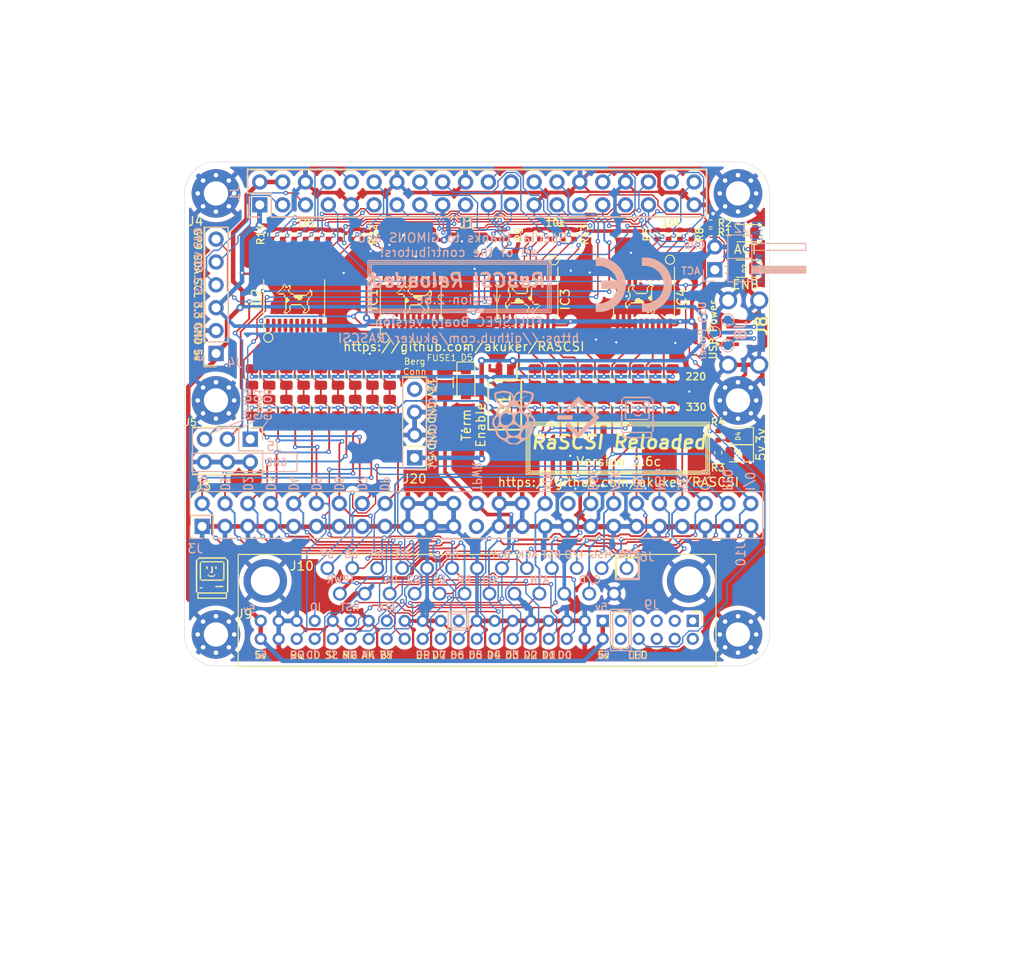
<source format=kicad_pcb>
(kicad_pcb (version 20211014) (generator pcbnew)
  (layers (0 "F.Cu" signal "Top") (31 "B.Cu" signal "Bottom") (34 "B.Paste" user) (35 "F.Paste" user) (36 "B.SilkS" user "B.Silkscreen") (37 "F.SilkS" user "F.Silkscreen") (38 "B.Mask" user) (39 "F.Mask" user) (44 "Edge.Cuts" user))
  (net 0 "")
  (net 1 "GND")
  (net 2 "+3V3")
  (net 3 "+5V")
  (net 4 "C-REQ")
  (net 5 "C-MSG")
  (net 6 "C-BSY")
  (net 7 "C-SEL")
  (net 8 "C-RST")
  (net 9 "C-ACK")
  (net 10 "C-ATN")
  (net 11 "C-DP")
  (net 12 "C-D0")
  (net 13 "C-D1")
  (net 14 "C-D2")
  (net 15 "C-D3")
  (net 16 "C-D4")
  (net 17 "C-D5")
  (net 18 "C-D6")
  (net 19 "C-D7")
  (net 20 "C-I_O")
  (net 21 "C-C_D")
  (net 22 "TERMPOW")
  (net 23 "PI-D7")
  (net 24 "PI-D6")
  (net 25 "PI-D5")
  (net 26 "PI-D4")
  (net 27 "PI-D3")
  (net 28 "PI-D2")
  (net 29 "PI-D1")
  (net 30 "PI-D0")
  (net 31 "PI-DP")
  (net 32 "PI-BSY")
  (net 33 "PI-MSG")
  (net 34 "PI-C_D")
  (net 35 "PI-REQ")
  (net 36 "PI-I_O")
  (net 37 "PI-ATN")
  (net 38 "PI-ACK")
  (net 39 "PI-RST")
  (net 40 "PI-SEL")
  (net 41 "Net-(D2-Pad2)")
  (net 42 "Net-(D3-Pad2)")
  (net 43 "Net-(D4-Pad2)")
  (net 44 "DBG_LED")
  (net 45 "PI_SCL")
  (net 46 "PI_SDA")
  (net 47 "/TERM_GND")
  (net 48 "/TERM_5v")
  (net 49 "PI-IND")
  (net 50 "PI-TAD")
  (net 51 "PI-DTD")
  (net 52 "Net-(D5-Pad1)")
  (net 53 "PI_GPIO1")
  (net 54 "PI_GPIO0")
  (net 55 "PI_GPIO9")
  (net 56 "USB_Pin_4")
  (net 57 "USB_Pin_3")
  (net 58 "USB_Pin_2")
  (net 59 "PI-ACT")
  (net 73 "Net-(D1-Pad2)")
  (footprint "LED_SMD:LED_0805_2012Metric" (layer "F.Cu") (at 236.0295 74.8665 180)
    (fp_text reference "D3")
    (fp_text value "Green")
  )
  (footprint "LED_SMD:LED_0805_2012Metric" (layer "F.Cu") (at 236.9035 50.419 180)
    (fp_text reference "D1")
    (fp_text value "Green")
  )
  (footprint "LED_SMD:LED_0805_2012Metric" (layer "F.Cu") (at 236.7915 54.356 180)
    (fp_text reference "D2")
    (fp_text value "Green")
  )
  (footprint "MountingHole:MountingHole_2.7mm_M2.5_Pad_Via" (layer "F.Cu") (at 178 46)
    (fp_text reference "H1" hide)
    (fp_text value "Hole1" hide)
  )
  (footprint "MountingHole:MountingHole_2.7mm_M2.5_Pad_Via" (layer "F.Cu") (at 178 69)
    (fp_text reference "H3" hide)
    (fp_text value "Hole3" hide)
  )
  (footprint "MountingHole:MountingHole_2.7mm_M2.5_Pad_Via" (layer "F.Cu") (at 178 95)
    (fp_text reference "H5" hide)
    (fp_text value "Hole4")
  )
  (footprint "Connector_PinSocket_2.54mm:PinSocket_1x06_P2.54mm_Vertical" (layer "F.Cu") (at 178.01 63.78 180)
    (fp_text reference "J4")
    (fp_text value "I2C Pinout")
  )
  (footprint "MountingHole:MountingHole_2.7mm_M2.5_Pad_Via" (layer "F.Cu") (at 236 69)
    (fp_text reference "H4" hide)
    (fp_text value "Hole5" hide)
  )
  (footprint "MountingHole:MountingHole_2.7mm_M2.5_Pad_Via" (layer "F.Cu") (at 236 95)
    (fp_text reference "H6" hide)
    (fp_text value "Hole6")
  )
  (footprint "MountingHole:MountingHole_2.7mm_M2.5_Pad_Via" (layer "F.Cu") (at 236 46)
    (fp_text reference "H2" hide)
    (fp_text value "Hole2" hide)
  )
  (footprint "Resistor_SMD:R_0805_2012Metric" (layer "F.Cu") (at 221.09 66.4 -90)
    (fp_text reference "R31")
    (fp_text value "220")
  )
  (footprint "Fuse:Fuse_1206_3216Metric" (layer "F.Cu") (at 203.45 67 -90)
    (fp_text reference "FUSE1")
    (fp_text value "1A")
  )
  (footprint "Package_SO:TSSOP-20_4.4x6.5mm_P0.65mm" (layer "F.Cu") (at 199.644 57.785 90)
    (fp_text reference "IC1")
    (fp_text value "SN74LVT245BPWR")
  )
  (footprint "Package_SO:TSSOP-20_4.4x6.5mm_P0.65mm" (layer "F.Cu") (at 212.598 57.785 -90)
    (fp_text reference "IC3")
    (fp_text value "SN74LVT245BPWR")
  )
  (footprint "Resistor_SMD:R_0402_1005Metric" (layer "F.Cu") (at 232.9585 49.3395)
    (fp_text reference "R2")
    (fp_text value "2k")
  )
  (footprint "Resistor_SMD:R_0402_1005Metric" (layer "F.Cu") (at 233.807 74.803 -90)
    (fp_text reference "R3")
    (fp_text value "5.1k")
  )
  (footprint "Resistor_SMD:R_0402_1005Metric" (layer "F.Cu") (at 227.0125 50.569 -90)
    (fp_text reference "R5")
    (fp_text value "10k")
  )
  (footprint "Resistor_SMD:R_0402_1005Metric" (layer "F.Cu") (at 228.2825 50.569 -90)
    (fp_text reference "R6" hide)
    (fp_text value "10k")
  )
  (footprint "Resistor_SMD:R_0402_1005Metric" (layer "F.Cu") (at 229.5525 50.569 -90)
    (fp_text reference "R7" hide)
    (fp_text value "10k")
  )
  (footprint "Resistor_SMD:R_0402_1005Metric" (layer "F.Cu") (at 212.725 50.569 -90)
    (fp_text reference "R9")
    (fp_text value "10k")
  )
  (footprint "Resistor_SMD:R_0402_1005Metric" (layer "F.Cu") (at 215.265 50.569 -90)
    (fp_text reference "R11" hide)
    (fp_text value "10k")
  )
  (footprint "Resistor_SMD:R_0402_1005Metric" (layer "F.Cu") (at 216.535 50.569 -90)
    (fp_text reference "R12" hide)
    (fp_text value "10k")
  )
  (footprint "Resistor_SMD:R_0402_1005Metric" (layer "F.Cu") (at 217.805 50.569 -90)
    (fp_text reference "R13")
    (fp_text value "10k")
  )
  (footprint "Resistor_SMD:R_0402_1005Metric" (layer "F.Cu") (at 185.42 50.569 -90)
    (fp_text reference "R15" hide)
    (fp_text value "10k")
  )
  (footprint "Resistor_SMD:R_0402_1005Metric" (layer "F.Cu") (at 186.69 50.569 -90)
    (fp_text reference "R16" hide)
    (fp_text value "10k")
  )
  (footprint "Resistor_SMD:R_0402_1005Metric" (layer "F.Cu") (at 190.5 50.569 -90)
    (fp_text reference "R19" hide)
    (fp_text value "10k")
  )
  (footprint "Resistor_SMD:R_0402_1005Metric" (layer "F.Cu") (at 191.77 50.569 -90)
    (fp_text reference "R20" hide)
    (fp_text value "10k")
  )
  (footprint "Resistor_SMD:R_0402_1005Metric" (layer "F.Cu") (at 193.04 50.569 -90)
    (fp_text reference "R21" hide)
    (fp_text value "10k")
  )
  (footprint "Resistor_SMD:R_0402_1005Metric" (layer "F.Cu") (at 194.31 50.569 -90)
    (fp_text reference "R22")
    (fp_text value "10k")
  )
  (footprint "Resistor_SMD:R_0805_2012Metric" (layer "F.Cu") (at 223.0025 66.4 -90)
    (fp_text reference "R23")
    (fp_text value "220")
  )
  (footprint "Resistor_SMD:R_0805_2012Metric" (layer "F.Cu") (at 224.915 66.4 -90)
    (fp_text reference "R24")
    (fp_text value "220")
  )
  (footprint "Resistor_SMD:R_0805_2012Metric" (layer "F.Cu") (at 226.8275 66.4 -90)
    (fp_text reference "R25")
    (fp_text value "220")
  )
  (footprint "Resistor_SMD:R_0805_2012Metric" (layer "F.Cu") (at 228.74 66.4 -90)
    (fp_text reference "R26")
    (fp_text value "220")
  )
  (footprint "Resistor_SMD:R_0805_2012Metric" (layer "F.Cu") (at 213.44 66.4 -90)
    (fp_text reference "R27")
    (fp_text value "220")
  )
  (footprint "Resistor_SMD:R_0805_2012Metric" (layer "F.Cu") (at 215.3525 66.4 -90)
    (fp_text reference "R28")
    (fp_text value "220")
  )
  (footprint "Resistor_SMD:R_0805_2012Metric" (layer "F.Cu") (at 217.265 66.4 -90)
    (fp_text reference "R29")
    (fp_text value "220")
  )
  (footprint "Resistor_SMD:R_0805_2012Metric" (layer "F.Cu") (at 219.1775 66.4 -90)
    (fp_text reference "R30")
    (fp_text value "220")
  )
  (footprint "Resistor_SMD:R_0805_2012Metric" (layer "F.Cu") (at 185.825 66.4 -90)
    (fp_text reference "R34")
    (fp_text value "220")
  )
  (footprint "Resistor_SMD:R_0805_2012Metric" (layer "F.Cu") (at 187.7375 66.4 -90)
    (fp_text reference "R35")
    (fp_text value "220")
  )
  (footprint "Resistor_SMD:R_0805_2012Metric" (layer "F.Cu") (at 189.65 66.4 -90)
    (fp_text reference "R36")
    (fp_text value "220")
  )
  (footprint "Resistor_SMD:R_0805_2012Metric" (layer "F.Cu") (at 191.5625 66.4 -90)
    (fp_text reference "R37")
    (fp_text value "220")
  )
  (footprint "Resistor_SMD:R_0805_2012Metric" (layer "F.Cu") (at 193.475 66.4 -90)
    (fp_text reference "R38")
    (fp_text value "220")
  )
  (footprint "Resistor_SMD:R_0805_2012Metric" (layer "F.Cu") (at 195.3875 66.4 -90)
    (fp_text reference "R39")
    (fp_text value "220")
  )
  (footprint "Resistor_SMD:R_0805_2012Metric" (layer "F.Cu") (at 197.3 66.4 -90)
    (fp_text reference "R40")
    (fp_text value "220")
  )
  (footprint "Resistor_SMD:R_0805_2012Metric" (layer "F.Cu") (at 223.0025 69.8 90)
    (fp_text reference "R41")
    (fp_text value "330")
  )
  (footprint "Resistor_SMD:R_0805_2012Metric" (layer "F.Cu") (at 224.915 69.8 90)
    (fp_text reference "R42")
    (fp_text value "330")
  )
  (footprint "Resistor_SMD:R_0805_2012Metric" (layer "F.Cu") (at 226.8275 69.8 90)
    (fp_text reference "R43")
    (fp_text value "330")
  )
  (footprint "Resistor_SMD:R_0805_2012Metric" (layer "F.Cu") (at 228.74 69.8 90)
    (fp_text reference "R44")
    (fp_text value "330")
  )
  (footprint "Resistor_SMD:R_0805_2012Metric" (layer "F.Cu") (at 213.44 69.8 90)
    (fp_text reference "R45")
    (fp_text value "330")
  )
  (footprint "Resistor_SMD:R_0805_2012Metric" (layer "F.Cu") (at 215.3525 69.8 90)
    (fp_text reference "R46")
    (fp_text value "330")
  )
  (footprint "Resistor_SMD:R_0805_2012Metric" (layer "F.Cu") (at 217.265 69.8 90)
    (fp_text reference "R47")
    (fp_text value "330")
  )
  (footprint "Resistor_SMD:R_0805_2012Metric" (layer "F.Cu") (at 219.1775 69.8 90)
    (fp_text reference "R48")
    (fp_text value "330")
  )
  (footprint "Resistor_SMD:R_0805_2012Metric" (layer "F.Cu") (at 221.09 69.8 90)
    (fp_text reference "R49")
    (fp_text value "330")
  )
  (footprint "Resistor_SMD:R_0805_2012Metric" (layer "F.Cu") (at 182 69.8 90)
    (fp_text reference "R50")
    (fp_text value "330")
  )
  (footprint "Resistor_SMD:R_0805_2012Metric" (layer "F.Cu") (at 183.9125 69.8 90)
    (fp_text reference "R51")
    (fp_text value "330")
  )
  (footprint "Resistor_SMD:R_0805_2012Metric" (layer "F.Cu") (at 185.825 69.8 90)
    (fp_text reference "R52")
    (fp_text value "330")
  )
  (footprint "Resistor_SMD:R_0805_2012Metric" (layer "F.Cu") (at 187.7375 69.8 90)
    (fp_text reference "R53")
    (fp_text value "330")
  )
  (footprint "Resistor_SMD:R_0805_2012Metric" (layer "F.Cu") (at 189.65 69.8 90)
    (fp_text reference "R54")
    (fp_text value "330")
  )
  (footprint "Resistor_SMD:R_0805_2012Metric" (layer "F.Cu") (at 191.5625 69.8 90)
    (fp_text reference "R55")
    (fp_text value "330")
  )
  (footprint "Resistor_SMD:R_0805_2012Metric" (layer "F.Cu") (at 193.475 69.8 90)
    (fp_text reference "R56")
    (fp_text value "330")
  )
  (footprint "Resistor_SMD:R_0805_2012Metric" (layer "F.Cu") (at 195.3875 69.8 90)
    (fp_text reference "R57")
    (fp_text value "330")
  )
  (footprint "Resistor_SMD:R_0805_2012Metric" (layer "F.Cu") (at 197.3 69.8 90)
    (fp_text reference "R58")
    (fp_text value "330")
  )
  (footprint "SamacSys_Parts:dogcow_4p5mm" (layer "F.Cu") (at 186.74 57.69)
    (fp_text reference "X2" hide)
    (fp_text value "Dogcow" hide)
  )
  (footprint "SamacSys_Parts:dogcow_4p5mm" (layer "F.Cu") (at 225.425 57.785 180)
    (fp_text reference "X4" hide)
    (fp_text value "Dogcow" hide)
  )
  (footprint "SamacSys_Parts:dogcow_4p5mm" (layer "F.Cu") (at 212.09 57.785 180)
    (fp_text reference "X5" hide)
    (fp_text value "Dogcow" hide)
  )
  (footprint "SamacSys_Parts:dogcow_4p5mm" (layer "F.Cu") (at 200.025 57.7215)
    (fp_text reference "X6" hide)
    (fp_text value "Dogcow" hide)
  )
  (footprint "Resistor_SMD:R_0402_1005Metric" (layer "F.Cu") (at 189.23 50.569 -90)
    (fp_text reference "R18" hide)
    (fp_text value "10k")
  )
  (footprint "Resistor_SMD:R_0402_1005Metric" (layer "F.Cu") (at 184.15 50.569 -90)
    (fp_text reference "R14")
    (fp_text value "10k")
  )
  (footprint "Resistor_SMD:R_0402_1005Metric" (layer "F.Cu") (at 187.96 50.569 -90)
    (fp_text reference "R17" hide)
    (fp_text value "10k")
  )
  (footprint "Resistor_SMD:R_0805_2012Metric" (layer "F.Cu") (at 182 66.4 -90)
    (fp_text reference "R32")
    (fp_text value "220")
  )
  (footprint "Resistor_SMD:R_0805_2012Metric" (layer "F.Cu") (at 183.9125 66.4 -90)
    (fp_text reference "R33")
    (fp_text value "220")
  )
  (footprint "Package_SO:TSSOP-20_4.4x6.5mm_P0.65mm" (layer "F.Cu") (at 225.552 57.785 -90)
    (fp_text reference "IC4")
    (fp_text value "SN74LVT245BPWR")
  )
  (footprint "Resistor_SMD:R_0402_1005Metric" (layer "F.Cu") (at 233.807 72.898 -90)
    (fp_text reference "R4")
    (fp_text value "2k")
  )
  (footprint "rascsi_din:SOIC127P812X230-4N" (layer "F.Cu") (at 210.08 69.4995 -90)
    (fp_text reference "S1")
    (fp_text value "Switch x2" hide)
  )
  (footprint "Diode_SMD:D_SOD-123F" (layer "F.Cu") (at 205.77 66.925 -90)
    (fp_text reference "D5")
    (fp_text value "SM4007PL")
  )
  (footprint "Package_SO:TSSOP-20_4.4x6.5mm_P0.65mm" (layer "F.Cu") (at 186.69 57.785 90)
    (fp_text reference "IC2")
    (fp_text value "SN74LVT245BPWR")
  )
  (footprint "LED_SMD:LED_0805_2012Metric" (layer "F.Cu") (at 236.0295 72.9615 180)
    (fp_text reference "D4")
    (fp_text value "Green")
  )
  (footprint "Resistor_SMD:R_0402_1005Metric" (layer "F.Cu") (at 232.9585 50.3555)
    (fp_text reference "R1")
    (fp_text value "2k")
  )
  (footprint "SamacSys_Parts:mac_happy_small" (layer "F.Cu") (at 177.6095 88.7095)
    (fp_text reference "X1" hide)
    (fp_text value "Mac" hide)
  )
  (footprint "SamacSys_Parts:U254051N4BH806" (layer "F.Cu") (at 237.39 61.46 90)
    (fp_text reference "J8")
    (fp_text value "USB_B_Micro" hide)
  )
  (footprint "Connector_PinHeader_2.54mm:PinHeader_2x25_P2.54mm_Vertical" (layer "F.Cu") (at 176.4665 82.9945 90)
    (fp_text reference "J3")
    (fp_text value "Conn_02x25_Odd_Even")
  )
  (footprint "Connector_PinHeader_2.00mm:PinHeader_2x25_P2.00mm_Horizontal" (layer "F.Cu") (at 230.972 93.488 -90)
    (fp_text reference "J9" hide)
    (fp_text value "Conn_02x25_Odd_Even")
  )
  (footprint "Resistor_SMD:R_0402_1005Metric" (layer "F.Cu") (at 230.8225 50.569 -90)
    (fp_text reference "R8")
    (fp_text value "10k")
  )
  (footprint "Resistor_SMD:R_0402_1005Metric" (layer "F.Cu") (at 213.995 50.569 -90)
    (fp_text reference "R10" hide)
    (fp_text value "10k")
  )
  (footprint "Connector_PinHeader_2.54mm:PinHeader_2x03_P2.54mm_Vertical" (layer "F.Cu") (at 181.81 73.3 -90)
    (fp_text reference "J5")
    (fp_text value "DNP")
  )
  (footprint "Connector_PinHeader_2.54mm:PinHeader_1x04_P2.54mm_Vertical" (layer "F.Cu") (at 200.07 75.38 180)
    (fp_text reference "J20")
    (fp_text value "171826-4")
  )
  (footprint "Connector_PinSocket_2.54mm:PinSocket_2x20_P2.54mm_Vertical" (layer "B.Cu") (at 182.87 47.27 -90)
    (fp_text reference "J1")
    (fp_text value "Raspberry_Pi_2_3")
  )
  (footprint "SamacSys_Parts:pi_logo" (layer "B.Cu") (at 211.1 70.938684 180)
    (fp_text reference "X7" hide)
    (fp_text value "Pi" hide)
  )
  (footprint "SamacSys_Parts:mac_happy_small" (layer "B.Cu") (at 224.78 70.866909 180)
    (fp_text reference "X3" hide)
    (fp_text value "Mac" hide)
  )
  (footprint "SamacSys_Parts:scsi_logo" (layer "B.Cu") (at 218.411965 70.885 180)
    (fp_text reference "X8" hide)
    (fp_text value "Pi" hide)
  )
  (footprint "SamacSys_Parts:L717SDB25PA4CH4F" (layer "B.Cu") (at 223.6216 87.63 180)
    (fp_text reference "J6")
    (fp_text value "CONNFLY DB-25" hide)
  )
  (footprint "Connector_PinHeader_2.54mm:PinHeader_1x02_P2.54mm_Horizontal" (layer "B.Cu") (at 233.426 54.483)
    (fp_text reference "J2")
    (fp_text value "DNP")
  )
  (footprint "TestPoint:TestPoint_Pad_D1.0mm" (layer "B.Cu") (at 233.35 61.48 90)
    (fp_text reference "TP2" hide)
    (fp_text value "TestPoint" hide)
  )
  (footprint "TestPoint:TestPoint_Pad_D1.0mm" (layer "B.Cu") (at 234.85 62.91 90)
    (fp_text reference "TP3" hide)
    (fp_text value "TestPoint")
  )
  (footprint "TestPoint:TestPoint_Pad_D1.0mm" (layer "B.Cu") (at 234.85 60.05 90)
    (fp_text reference "TP1" hide)
    (fp_text value "TestPoint")
  )
  (footprint "Symbol:CE-Logo_8.5x6mm_SilkScreen" (layer "B.Cu") (at 224.43 56.14 180)
    (fp_text reference "X9" hide)
    (fp_text value "CE Logo" hide)
  )
  (gr_line (start 175.3235 76.8985) (end 175.3235 76.7715) (layer "B.SilkS") (width 0.12))
  (gr_line (start 238.76 84.328) (end 177.673 84.328) (layer "B.SilkS") (width 0.12))
  (gr_line (start 225.044 88.9) (end 225.044 86.36) (layer "B.SilkS") (width 0.12))
  (gr_line (start 222.377 88.9) (end 225.044 88.9) (layer "B.SilkS") (width 0.12))
  (gr_line (start 224.917 88.773) (end 224.917 86.487) (layer "B.SilkS") (width 0.12))
  (gr_line (start 222.504 88.773) (end 224.917 88.773) (layer "B.SilkS") (width 0.12))
  (gr_line (start 183.1975 73.406) (end 183.1975 72.0725) (layer "B.SilkS") (width 0.12))
  (gr_rect (start 222.082 92.472) (end 223.86 96.536) (layer "B.SilkS") (width 0.12) (fill none))
  (gr_line (start 175.3235 76.7715) (end 175.3235 74.8665) (layer "B.SilkS") (width 0.12))
  (gr_rect (start 195.265 58.88) (end 214.835 53.85) (layer "B.SilkS") (width 0.12) (fill none))
  (gr_line (start 203.937 57.954) (end 204.064 57.954) (layer "B.SilkS") (width 0.12))
  (gr_line (start 175.387 72.0725) (end 180.5305 72.0725) (layer "B.SilkS") (width 0.12))
  (gr_line (start 183.1975 74.6125) (end 183.1975 77.2795) (layer "B.SilkS") (width 0.12))
  (gr_line (start 175.133 81.788) (end 175.133 79.121) (layer "B.SilkS") (width 0.12))
  (gr_rect (start 194.885 59.23) (end 215.235 53.45) (layer "B.SilkS") (width 0.12) (fill none))
  (gr_line (start 175.133 82.931) (end 175.133 84.328) (layer "B.SilkS") (width 0.12))
  (gr_rect (start 204.048 92.726) (end 205.826 94.25) (layer "B.SilkS") (width 0.12) (fill none))
  (gr_line (start 183.7055 71.3105) (end 183.134 72.0725) (layer "B.SilkS") (width 0.12))
  (gr_line (start 180.5305 72.0725) (end 180.5305 74.6125) (layer "B.SilkS") (width 0.12))
  (gr_line (start 176.784 62.484) (end 179.3875 62.484) (layer "B.SilkS") (width 0.12))
  (gr_line (start 238.76 79.121) (end 238.76 84.328) (layer "B.SilkS") (width 0.12))
  (gr_rect (start 203.794 92.472) (end 206.08 94.504) (layer "B.SilkS") (width 0.12) (fill none))
  (gr_rect (start 195.075 59.06) (end 215.035 53.65) (layer "B.SilkS") (width 0.12) (fill none))
  (gr_rect (start 221.828 92.218) (end 224.114 96.79) (layer "B.SilkS") (width 0.12) (fill none))
  (gr_line (start 175.133 84.328) (end 176.53 84.328) (layer "B.SilkS") (width 0.12))
  (gr_line (start 177.673 84.328) (end 177.673 81.788) (layer "B.SilkS") (width 0.12))
  (gr_line (start 179.3875 62.484) (end 179.37 49.78) (layer "B.SilkS") (width 0.12))
  (gr_line (start 179.3875 49.78) (end 176.784 49.78) (layer "B.SilkS") (width 0.12))
  (gr_line (start 175.133 79.121) (end 238.76 79.121) (layer "B.SilkS") (width 0.12))
  (gr_line (start 183.1975 77.2795) (end 175.387 77.2795) (layer "B.SilkS") (width 0.12))
  (gr_line (start 187.0075 74.8665) (end 187.0075 76.8985) (layer "B.SilkS") (width 0.12))
  (gr_line (start 177.673 81.788) (end 175.133 81.788) (layer "B.SilkS") (width 0.12))
  (gr_line (start 187.0075 76.8985) (end 175.3235 76.8985) (layer "B.SilkS") (width 0.12))
  (gr_rect (start 198.76 66.33) (end 201.34 76.64) (layer "B.SilkS") (width 0.12) (fill none))
  (gr_line (start 175.387 77.2795) (end 175.387 72.0725) (layer "B.SilkS") (width 0.12))
  (gr_line (start 176.657 63.754) (end 176.657 65.278) (layer "B.SilkS") (width 0.12))
  (gr_line (start 176.657 65.278) (end 178.054 65.278) (layer "B.SilkS") (width 0.12))
  (gr_line (start 183.1975 72.0725) (end 181.864 72.0725) (layer "B.SilkS") (width 0.12))
  (gr_line (start 176.784 49.78) (end 176.784 62.484) (layer "B.SilkS") (width 0.12))
  (gr_line (start 181.0385 71.1835) (end 177.292 72.7075) (layer "B.SilkS") (width 0.12))
  (gr_line (start 175.3235 74.8665) (end 187.0075 74.8665) (layer "B.SilkS") (width 0.12))
  (gr_line (start 180.5305 74.6125) (end 183.1975 74.6125) (layer "B.SilkS") (width 0.12))
  (gr_line (start 182.3085 71.247) (end 179.959 72.5805) (layer "B.SilkS") (width 0.12))
  (gr_circle (center 183.81 62.018047) (end 184.2545 61.764047) (layer "F.SilkS") (width 0.12) (fill none))
  (gr_line (start 184.15 45.974) (end 181.483 45.974) (layer "F.SilkS") (width 0.12))
  (gr_circle (center 228.44 53.358047) (end 228.8845 53.104047) (layer "F.SilkS") (width 0.12) (fill none))
  (gr_rect (start 203.794 92.472) (end 206.08 94.504) (layer "F.SilkS") (width 0.12) (fill none))
  (gr_rect (start 222.377 86.36) (end 225.044 88.9) (layer "F.SilkS") (width 0.12) (fill none))
  (gr_line (start 182.88 48.641) (end 181.483 48.641) (layer "F.SilkS") (width 0.12))
  (gr_circle (center 215.55 53.42) (end 215.9945 53.166) (layer "F.SilkS") (width 0.12) (fill none))
  (gr_line (start 232.537 48.641) (end 184.15 48.641) (layer "F.SilkS") (width 0.12))
  (gr_rect (start 212.87 71.82) (end 232.44 76.85) (layer "F.SilkS") (width 0.12) (fill none))
  (gr_line (start 181.483 43.307) (end 232.537 43.307) (layer "F.SilkS") (width 0.12))
  (gr_line (start 181.483 48.641) (end 181.483 47.244) (layer "F.SilkS") (width 0.12))
  (gr_rect (start 222.082 92.472) (end 223.86 96.536) (layer "F.SilkS") (width 0.12) (fill none))
  (gr_line (start 184.15 48.641) (end 184.15 45.974) (layer "F.SilkS") (width 0.12))
  (gr_rect (start 212.67 71.62) (end 232.63 77.03) (layer "F.SilkS") (width 0.12) (fill none))
  (gr_rect (start 212.47 71.42) (end 232.82 77.2) (layer "F.SilkS") (width 0.12) (fill none))
  (gr_rect (start 222.504 86.487) (end 224.917 88.773) (layer "F.SilkS") (width 0.12) (fill none))
  (gr_line (start 232.537 43.307) (end 232.537 48.641) (layer "F.SilkS") (width 0.12))
  (gr_rect (start 180.467 86.106) (end 233.553 98.552) (layer "F.SilkS") (width 0.12) (fill none))
  (gr_rect (start 204.048 92.726) (end 205.826 94.25) (layer "F.SilkS") (width 0.12) (fill none))
  (gr_line (start 181.483 45.974) (end 181.483 43.307) (layer "F.SilkS") (width 0.12))
  (gr_circle (center 196.71 62.06) (end 197.1545 61.806) (layer "F.SilkS") (width 0.12) (fill none))
  (gr_rect (start 221.828 92.218) (end 224.114 96.79) (layer "F.SilkS") (width 0.12) (fill none))
  (gr_line (start 178 42.5) (end 236 42.5) (layer "Edge.Cuts") (width 0.05))
  (gr_line (start 178 98.496) (end 236 98.496) (layer "Edge.Cuts") (width 0.05))
  (gr_arc (start 239.5 94.996) (mid 238.474874 97.470874) (end 236 98.496) (layer "Edge.Cuts") (width 0.05))
  (gr_line (start 174.5 46) (end 174.5 94.996) (layer "Edge.Cuts") (width 0.05))
  (gr_arc (start 236 42.5) (mid 238.474874 43.525126) (end 239.5 46) (layer "Edge.Cuts") (width 0.05))
  (gr_arc (start 174.5 46) (mid 175.525126 43.525126) (end 178 42.5) (layer "Edge.Cuts") (width 0.05))
  (gr_arc (start 178 98.496) (mid 175.525126 97.470874) (end 174.5 94.996) (layer "Edge.Cuts") (width 0.05))
  (gr_line (start 239.5 46) (end 239.5 94.996) (layer "Edge.Cuts") (width 0.05))
  (gr_text "BAD WOLF" (at 238.21 52.7 90) (layer "B.Cu") (effects (font (size 1 1)) (justify mirror)))
  (gr_text "GP9" (at 175.92 50.94 270) (layer "B.SilkS") (effects (font (size 0.8 0.8)) (justify mirror)))
  (gr_text "SDA" (at 176.022 53.594 270) (layer "B.SilkS") (effects (font (size 0.8 0.8)) (justify mirror)))
  (gr_text "SCL" (at 176.022 56.134 270) (layer "B.SilkS") (effects (font (size 0.8 0.8)) (justify mirror)))
  (gr_text "3.3" (at 176.022 58.928 270) (layer "B.SilkS") (effects (font (size 0.8 0.8)) (justify mirror)))
  (gr_text "GND\n" (at 176.022 61.468 270) (layer "B.SilkS") (effects (font (size 0.8 0.8)) (justify mirror)))
  (gr_text "5v" (at 176.022 64.008 270) (layer "B.SilkS") (effects (font (size 0.8 0.8)) (justify mirror)))
  (gr_text "GPIO9" (at 181.4195 69.4055 270) (layer "B.SilkS") (effects (font (size 0.8 0.8)) (justify mirror)))
  (gr_text "GND" (at 184.7215 75.8825) (layer "B.SilkS") (effects (font (size 0.8 0.8)) (justify mirror)))
  (gr_text "ACT" (at 230.759 54.61) (layer "B.SilkS") (effects (font (size 0.8 0.8)) (justify mirror)))
  (gr_text "USB Power" (at 232.03 61.28 90) (layer "B.SilkS") (effects (font (size 0.8 0.8)) (justify mirror)))
  (gr_text "GND" (at 231.14 51.7525) (layer "B.SilkS") (effects (font (size 0.8 0.8)) (justify mirror)))
  (gr_text "I/O" (at 237.2995 77.984381 270) (layer "B.SilkS") (effects (font (size 1 0.8)) (justify mirror)))
  (gr_text "RST" (at 224.826284 77.927238 270) (layer "B.SilkS") (effects (font (size 1 0.8)) (justify mirror)))
  (gr_text "SEL" (at 229.815568 77.946286 270) (layer "B.SilkS") (effects (font (size 1 0.8)) (justify mirror)))
  (gr_text "D0" (at 176.4665 78.232 270) (layer "B.SilkS") (effects (font (size 1 0.8)) (justify mirror)))
  (gr_text "D5" (at 189.12681 78.232 270) (layer "B.SilkS") (effects (font (size 1 0.8)) (justify mirror)))
  (gr_text "BSY" (at 219.837 77.889143 270) (layer "B.SilkS") (effects (font (size 1 0.8)) (justify mirror)))
  (gr_text "D6" (at 191.658872 78.232 270) (layer "B.SilkS") (effects (font (size 1 0.8)) (justify mirror)))
  (gr_text "D1" (at 178.998562 78.232 270) (layer "B.SilkS") (effects (font (size 1 0.8)) (justify mirror)))
  (gr_text "D4" (at 186.594748 78.232 270) (layer "B.SilkS") (effects (font (size 1 0.8)) (justify mirror)))
  (gr_text "D2" (at 181.530624 78.232 270) (layer "B.SilkS") (effects (font (size 1 0.8)) (justify mirror)))
  (gr_text "MSG" (at 227.320926 77.774858 270) (layer "B.SilkS") (effects (font (size 1 0.8)) (justify mirror)))
  (gr_text "TPWR" (at 206.9465 77.451048 270) (layer "B.SilkS") (effects (font (size 1 0.8)) (justify mirror)))
  (gr_text "D3" (at 184.062686 78.232 270) (layer "B.SilkS") (effects (font (size 1 0.8)) (justify mirror)))
  (gr_text "C/D" (at 232.31021 77.793905 270) (layer "B.SilkS") (effects (font (size 1 0.8)) (justify mirror)))
  (gr_text "ACK" (at 222.331642 77.870096 270) (layer "B.SilkS") (effects (font (size 1 0.8)) (justify mirror)))
  (gr_text "ATN" (at 214.757 77.946286 270) (layer "B.SilkS") (effects (font (size 1 0.8)) (justify mirror)))
  (gr_text "DP" (at 196.723 78.232 270) (layer "B.SilkS") (effects (font (size 1 0.8)) (justify mirror)))
  (gr_text "D7" (at 194.190934 78.232 270) (layer "B.SilkS") (effects (font (size 1 0.8)) (justify mirror)))
  (gr_text "REQ" (at 234.804852 77.832 270) (layer "B.SilkS") (effects (font (size 1 0.8)) (justify mirror)))
  (gr_text "REQ" (at 223.86 86.087) (layer "B.SilkS") (effects (font (size 0.8 0.8)) (justify mirror)))
  (gr_text "D7" (at 190.332 86.122) (layer "B.SilkS") (effects (font (size 0.8 0.8)) (justify mirror)))
  (gr_text "DP" (at 205.572 88.916) (layer "B.SilkS") (effects (font (size 0.8 0.8)) (justify mirror)))
  (gr_text "ATN" (at 213.954 88.916) (layer "B.SilkS") (effects (font (size 0.8 0.8)) (justify mirror)))
  (gr_text "ACK" (at 212.598 86.125096) (layer "B.SilkS") (effects (font (size 0.8 0.8)) (justify mirror)))
  (gr_text "C/D" (at 219.542 88.916) (layer "B.SilkS") (effects (font (size 0.8 0.8)) (justify mirror)))
  (gr_text "D3" (at 198.714 86.122) (layer "B.SilkS") (effects (font (size 0.8 0.8)) (justify mirror)))
  (gr_text "TPWR" (at 191.856 88.916) (layer "B.SilkS") (effects (font (size 0.8 0.8)) (justify mirror)))
  (gr_text "MSG" (at 220.812 86.122) (layer "B.SilkS") (effects (font (size 0.8 0.8)) (justify mirror)))
  (gr_text "D2" (at 199.984 88.916) (layer "B.SilkS") (effects (font (size 0.8 0.8)) (justify mirror)))
  (gr_text "D4" (at 197.444 88.916) (layer "B.SilkS") (effects (font (size 0.8 0.8)) (justify mirror)))
  (gr_text "D1" (at 202.778 88.916) (layer "B.SilkS") (effects (font (size 0.8 0.8)) (justify mirror)))
  (gr_text "D6" (at 193.04 86.122) (layer "B.SilkS") (effects (font (size 0.8 0.8)) (justify mirror)))
  (gr_text "BSY" (at 209.636 86.122) (layer "B.SilkS") (effects (font (size 0.8 0.8)) (justify mirror)))
  (gr_text "D5" (at 195.92 86.122) (layer "B.SilkS") (effects (font (size 0.8 0.8)) (justify mirror)))
  (gr_text "D0" (at 204.216 86.122) (layer "B.SilkS") (effects (font (size 0.8 0.8)) (justify mirror)))
  (gr_text "SEL" (at 208.366 88.916) (layer "B.SilkS") (effects (font (size 0.8 0.8)) (justify mirror)))
  (gr_text "RST" (at 215.265 86.122) (layer "B.SilkS") (effects (font (size 0.8 0.8)) (justify mirror)))
  (gr_text "I/O" (at 217.764 86.122) (layer "B.SilkS") (effects (font (size 0.8 0.8)) (justify mirror)))
  (gr_text "J6" (at 225.892 86.376) (layer "B.SilkS") (effects (font (size 1 1)) (justify mirror)))
  (gr_text "AK" (at 194.904 97.298) (layer "B.SilkS") (effects (font (size 0.8 0.8)) (justify mirror)))
  (gr_text "5v" (at 182.966 97.298) (layer "B.SilkS") (effects (font (size 0.8 0.8)) (justify mirror)))
  (gr_text "LED" (at 224.876 97.298) (layer "B.SilkS") (effects (font (size 0.8 0.8)) (justify mirror)))
  (gr_text "ATN" (at 196.936 91.964) (layer "B.SilkS") (effects (font (size 0.8 0.8)) (justify mirror)))
  (gr_text "J10" (at 236.306 86.122 90) (layer "B.SilkS") (effects (font (size 1 1)) (justify mirror)))
  (gr_text "MG" (at 192.872 97.298) (layer "B.SilkS") (effects (font (size 0.8 0.8)) (justify mirror)))
  (gr_text "D6" (at 204.81 97.298) (layer "B.SilkS") (effects (font (size 0.8 0.8)) (justify mirror)))
  (gr_text "5v" (at 181.696 92.218) (layer "B.SilkS") (effects (font (size 0.8 0.8)) (justify mirror)))
  (gr_text "D1" (at 214.97 97.298) (layer "B.SilkS") (effects (font (size 0.8 0.8)) (justify mirror)))
  (gr_text "D5" (at 206.842 97.298) (layer "B.SilkS") (effects (font (size 0.8 0.8)) (justify mirror)))
  (gr_text "IO" (at 189.062 91.964) (layer "B.SilkS") (effects (font (size 0.8 0.8)) (justify mirror)))
  (gr_text "D4" (at 208.874 97.298) (layer "B.SilkS") (effects (font (size 0.8 0.8)) (justify mirror)))
  (gr_text "J5" (at 184.4675 74.1045) (layer "B.SilkS") (effects (font (size 1 1)) (justify mirror)))
  (gr_text "5v" (at 220.812 91.964) (layer "B.SilkS") (effects (font (size 0.8 0.8)) (justify mirror)))
  (gr_text "J9" (at 226.4 91.71) (layer "B.SilkS") (effects (font (size 1 1)) (justify mirror)))
  (gr_text "GPIO0" (at 183.7055 69.469 270) (layer "B.SilkS") (effects (font (size 0.8 0.8)) (justify mirror)))
  (gr_text "D2" (at 212.938 97.298) (layer "B.SilkS") (effects (font (size 0.8 0.8)) (justify mirror)))
  (gr_text "GND\n" (at 202.04 69.868573 -90) (layer "B.SilkS") (effects (font (size 0.8 0.8)) (justify mirror)))
  (gr_text "J3" (at 175.7045 85.471) (layer "B.SilkS") (effects (font (size 1 1)) (justify mirror)))
  (gr_text "5v" (at 221.066 97.298) (layer "B.SilkS") (effects (font (size 0.8 0.8)) (justify mirror)))
  (gr_text "Special thanks to GIMONS and \nall of the contributors!" (at 205 51.74) (layer "B.SilkS") (effects (font (size 1 1)) (justify mirror)))
  (gr_text "12v" (at 202.04 75.6 -90) (layer "B.SilkS") (effects (font (size 0.8 0.8)) (justify mirror)))
  (gr_text "J1" (at 205.994 49.403) (layer "B.SilkS") (effects (font (size 1 1)) (justify mirror)))
  (gr_text "BY" (at 196.936 97.298) (layer "B.SilkS") (effects (font (size 0.8 0.8)) (justify mirror)))
  (gr_text "SL" (at 190.84 97.298) (layer "B.SilkS") (effects (font (size 0.8 0.8)) (justify mirror)))
  (gr_text "RST" (at 192.872 91.964) (layer "B.SilkS") (effects (font (size 0.8 0.8)) (justify mirror)))
  (gr_text "D0" (at 216.748 97.298) (layer "B.SilkS") (effects (font (size 0.8 0.8)) (justify mirror)))
  (gr_text "D7" (at 202.778 97.298) (layer "B.SilkS") (effects (font (size 0.8 0.8)) (justify mirror)))
  (gr_text "Version 2.6c" (at 204.945 57.81) (layer "B.SilkS") (effects (font (size 1 1)) (justify mirror)))
  (gr_text "GPIO1" (at 182.626 69.4055 270) (layer "B.SilkS") (effects (font (size 0.8 0.8)) (justify mirror)))
  (gr_text "J8" (at 236.306 61.23 90) (layer "B.SilkS") (effects (font (size 1.27 1.27) (thickness 0.23)) (justify mirror)))
  (gr_text "GND\n" (at 202.04 72.810477 -90) (layer "B.SilkS") (effects (font (size 0.8 0.8)) (justify mirror)))
  (gr_text "RQ" (at 187.03 97.298) (layer "B.SilkS") (effects (font (size 0.8 0.8)) (justify mirror)))
  (gr_text "CD" (at 188.808 97.298) (layer "B.SilkS") (effects (font (size 0.8 0.8)) (justify mirror)))
  (gr_text "DP" (at 201 97.298) (layer "B.SilkS") (effects (font (size 0.8 0.8)) (justify mirror)))
  (gr_text "https://github.com/akuker/RASCSI" (at 204.97 62.09) (layer "B.SilkS") (effects (font (size 1 1)) (justify mirror)))
  (gr_text "5v" (at 202.04 67.46 -90) (layer "B.SilkS") (effects (font (size 0.8 0.8)) (justify mirror)))
  (gr_text "FULLSPEC Board Version" (at 204.97 60.28) (layer "B.SilkS") (effects (font (size 1 1)) (justify mirror)))
  (gr_text "RaSCSI Reloaded" (at 204.945 55.67) (layer "B.SilkS") (effects (font (size 1.5 1.5) (thickness 0.3) italic) (justify mirror)))
  (gr_text "D3" (at 210.906 97.298) (layer "B.SilkS") (effects (font (size 0.8 0.8)) (justify mirror)))
  (gr_text "J4" (at 180.086 64.8335) (layer "B.SilkS") (effects (font (size 1 1)) (justify mirror)))
  (gr_text "330" (at 231.36 69.74) (layer "F.SilkS") (effects (font (size 0.8 0.8))))
  (gr_text "SDA" (at 175.9712 53.826868 270) (layer "F.SilkS") (effects (font (size 0.8 0.8))))
  (gr_text "SCL" (at 175.9712 56.497546 270) (layer "F.SilkS") (effects (font (size 0.8 0.8))))
  (gr_text "10k" (at 228.6 49.276) (layer "F.SilkS") (effects (font (size 0.8 0.8))))
  (gr_text "3v" (at 238.56 72.93 90) (layer "F.SilkS") (effects (font (size 1 1))))
  (gr_text "https://github.com/akuker/RASCSI" (at 222.71 78.08) (layer "F.SilkS") (effects (font (size 1 1))))
  (gr_text "ACT" (at 236.855 52.197) (layer "F.SilkS") (effects (font (size 1 1))))
  (gr_text "ENB" (at 236.855 56.134) (layer "F.SilkS") (effects (font (size 1 1))))
  (gr_text "J1" (at 205.867 49.3395) (layer "F.SilkS") (effects (font (size 1 1))))
  (gr_text "USB Power" (at 233.2355 61.1505 90) (layer "F.SilkS") (effects (font (size 0.8 0.8))))
  (gr_text "SL" (at 190.84 97.298) (layer "F.SilkS") (effects (font (size 0.8 0.8))))
  (gr_text "RQ" (at 187.03 97.298) (layer "F.SilkS") (effects (font (size 0.8 0.8))))
  (gr_text "CD" (at 188.808 97.298) (layer "F.SilkS") (effects (font (size 0.8 0.8))))
  (gr_text "5v" (at 182.966 97.298) (layer "F.SilkS") (effects (font (size 0.8 0.8))))
  (gr_text "MG" (at 192.872 97.298) (layer "F.SilkS") (effects (font (size 0.8 0.8))))
  (gr_text "5v" (at 221.066 97.298) (layer "F.SilkS") (effects (font (size 0.8 0.8))))
  (gr_text "AK" (at 194.904 97.298) (layer "F.SilkS") (effects (font (size 0.8 0.8))))
  (gr_text "BY" (at 196.936 97.298) (layer "F.SilkS") (effects (font (size 0.8 0.8))))
  (gr_text "D6" (at 204.81 97.298) (layer "F.SilkS") (effects (font (size 0.8 0.8))))
  (gr_text "D7" (at 202.778 97.298) (layer "F.SilkS") (effects (font (size 0.8 0.8))))
  (gr_text "D4" (at 208.874 97.298) (layer "F.SilkS") (effects (font (size 0.8 0.8))))
  (gr_text "D3" (at 210.906 97.298) (layer "F.SilkS") (effects (font (size 0.8 0.8))))
  (gr_text "D2" (at 212.938 97.298) (layer "F.SilkS") (effects (font (size 0.8 0.8))))
  (gr_text "D0" (at 216.748 97.298) (layer "F.SilkS") (effects (font (size 0.8 0.8))))
  (gr_text "D1" (at 214.97 97.298) (layer "F.SilkS") (effects (font (size 0.8 0.8))))
  (gr_text "D5" (at 206.842 97.298) (layer "F.SilkS") (effects (font (size 0.8 0.8))))
  (gr_text "DP" (at 201 97.298) (layer "F.SilkS") (effects (font (size 0.8 0.8))))
  (gr_text "LED" (at 224.876 97.298) (layer "F.SilkS") (effects (font (size 0.8 0.8))))
  (gr_text "J10" (at 187.538 87.392) (layer "F.SilkS") (effects (font (size 1 1))))
  (gr_text "Berg\nConn" (at 200.08 65.24) (layer "F.SilkS") (effects (font (size 0.7 0.7) (thickness 0.1))))
  (gr_text "3.3" (at 175.9712 58.996795 270) (layer "F.SilkS") (effects (font (size 0.8 0.8))))
  (gr_text "10k" (at 188.0616 49.276) (layer "F.SilkS") (effects (font (size 0.8 0.8))))
  (gr_text "5v" (at 175.9712 63.9572 270) (layer "F.SilkS") (effects (font (size 0.8 0.8))))
  (gr_text "J9" (at 181.188 92.726) (layer "F.SilkS") (effects (font (size 1 1))))
  (gr_text "Term\nEnable" (at 206.61 71.73 90) (layer "F.SilkS") (effects (font (size 1 1))))
  (gr_text "GND\n" (at 201.93 73.301427 270) (layer "F.SilkS") (effects (font (size 0.8 0.8))))
  (gr_text "12v" (at 201.93 67.57 270) (layer "F.SilkS") (effects (font (size 0.8 0.8))))
  (gr_text "GND\n" (at 175.9712 61.610329 270) (layer "F.SilkS") (effects (font (size 0.8 0.8))))
  (gr_text "GP9" (at 175.9712 51.08 -90) (layer "F.SilkS") (effects (font (size 0.8 0.8))))
  (gr_text "10k" (at 215.6968 49.276) (layer "F.SilkS") (effects (font (size 0.8 0.8))))
  (gr_text "https://github.com/akuker/RASCSI" (at 205.54 63.02) (layer "F.SilkS") (effects (font (size 1 1))))
  (gr_text "RaSCSI Reloaded" (at 222.76 73.64) (layer "F.SilkS") (effects (font (size 1.5 1.5) (thickness 0.3) italic)))
  (gr_text "GND\n" (at 201.93 70.359523 270) (layer "F.SilkS") (effects (font (size 0.8 0.8))))
  (gr_text "5v" (at 238.53 74.87 90) (layer "F.SilkS") (effects (font (size 1 1))))
  (gr_text "Version 2.6c" (at 222.76 75.78) (layer "F.SilkS") (effects (font (size 1 1))))
  (gr_text "220" (at 231.31 66.35) (layer "F.SilkS") (effects (font (size 0.8 0.8))))
  (gr_text "5v" (at 201.93 75.71 270) (layer "F.SilkS") (effects (font (size 0.8 0.8))))
  (segment (start 218.78 97.298) (end 218.972 97.106) (width 0.5) (layer "F.Cu") (net 1))
  (segment (start 235.479521 60.234521) (end 237.175479 60.234521) (width 0.4) (layer "F.Cu") (net 1))
  (segment (start 212.044999 97.175001) (end 211.922 97.298) (width 0.25) (layer "F.Cu") (net 1))
  (segment (start 218.469499 79.340999) (end 217.932 78.8035) (width 0.4) (layer "F.Cu") (net 1))
  (segment (start 190.972 93.488) (end 191.874001 94.390001) (width 0.2) (layer "F.Cu") (net 1))
  (segment (start 200.22 53.01) (end 200.29 53.08) (width 0.4) (layer "F.Cu") (net 1))
  (segment (start 223.51 44.73) (end 222.407999 45.832001) (width 0.25) (layer "F.Cu") (net 1))
  (segment (start 190.972 93.488) (end 190.044999 94.415001) (width 0.25) (layer "F.Cu") (net 1))
  (segment (start 236.823 65.043) (end 234.878 65.043) (width 0.5) (layer "F.Cu") (net 1))
  (segment (start 238.355 65.035) (end 238.355 63.620787) (width 0.4) (layer "F.Cu") (net 1))
  (segment (start 199.73 97.298) (end 201.762 97.298) (width 0.5) (layer "F.Cu") (net 1))
  (segment (start 210.044999 94.415001) (end 210.044999 97.198999) (width 0.25) (layer "F.Cu") (net 1))
  (segment (start 194.069999 94.390001) (end 194.972 93.488) (width 0.2) (layer "F.Cu") (net 1))
  (segment (start 210.144 97.298) (end 211.922 97.298) (width 0.5) (layer "F.Cu") (net 1))
  (segment (start 238.355 59.299213) (end 238.355 57.885) (width 0.4) (layer "F.Cu") (net 1))
  (segment (start 200.972 93.488) (end 201.899001 94.415001) (width 0.25) (layer "F.Cu") (net 1))
  (segment (start 195.899001 94.415001) (end 195.899001 97.064999) (width 0.25) (layer "F.Cu") (net 1))
  (segment (start 239.047001 62.928786) (end 239.047001 59.991214) (width 0.4) (layer "F.Cu") (net 1))
  (segment (start 229.702 83.074) (end 227.162 83.074) (width 0.5) (layer "F.Cu") (net 1))
  (segment (start 189.062 83.074) (end 191.602 83.074) (width 0.5) (layer "F.Cu") (net 1))
  (segment (start 238.110787 59.299213) (end 238.355 59.299213) (width 0.4) (layer "F.Cu") (net 1))
  (segment (start 193.444121 90.47) (end 192.030061 91.884061) (width 0.5) (layer "F.Cu") (net 1))
  (segment (start 219.6465 82.9945) (end 218.469499 81.817499) (width 0.4) (layer "F.Cu") (net 1))
  (segment (start 204.044999 97.047001) (end 203.794 97.298) (width 0.25) (layer "F.Cu") (net 1))
  (segment (start 199.287001 45.907001) (end 217.252999 45.907001) (width 0.4) (layer "F.Cu") (net 1))
  (segment (start 219.542 83.074) (end 222.082 83.074) (width 0.5) (layer "F.Cu") (net 1))
  (segment (start 239.047001 59.991214) (end 238.355 59.299213) (width 0.4) (layer "F.Cu") (net 1))
  (segment (start 216.972 93.488) (end 216.044999 94.415001) (width 0.25) (layer "F.Cu") (net 1))
  (segment (start 227.827 60.062876) (end 225.184124 57.42) (width 0.25) (layer "F.Cu") (net 1))
  (segment (start 202.274 53.06) (end 201.549 53.06) (width 0.4) (layer "F.Cu") (net 1))
  (segment (start 214.787999 45.832001) (end 229.692001 45.832001) (width 0.25) (layer "F.Cu") (net 1))
  (segment (start 214.37 58.44) (end 214.873 58.943) (width 0.25) (layer "F.Cu") (net 1))
  (segment (start 201.899001 97.160999) (end 201.762 97.298) (width 0.25) (layer "F.Cu") (net 1))
  (segment (start 214.972 93.488) (end 214.044999 94.415001) (width 0.25) (layer "F.Cu") (net 1))
  (segment (start 212.972 93.488) (end 212.044999 94.415001) (width 0.25) (layer "F.Cu") (net 1))
  (segment (start 229.692001 45.832001) (end 230.280001 46.420001) (width 0.25) (layer "F.Cu") (net 1))
  (segment (start 238.328 65.043) (end 236.823 65.043) (width 0.5) (layer "F.Cu") (net 1))
  (segment (start 227.839041 45.907001) (end 227.227001 45.294961) (width 0.4) (layer "F.Cu") (net 1))
  (segment (start 212.044999 94.415001) (end 212.044999 97.175001) (width 0.25) (layer "F.Cu") (net 1))
  (segment (start 183.443314 50.335989) (end 183.443314 52.066686) (width 0.4) (layer "F.Cu") (net 1))
  (segment (start 229.767001 45.907001) (end 227.839041 45.907001) (width 0.4) (layer "F.Cu") (net 1))
  (segment (start 236.823 66.097) (end 236.823 65.043) (width 0.4) (layer "F.Cu") (net 1))
  (segment (start 230.280001 46.420001) (end 231.13 47.27) (width 0.25) (layer "F.Cu") (net 1))
  (segment (start 203.794 97.298) (end 206.334 97.298) (width 0.5) (layer "F.Cu") (net 1))
  (segment (start 206.044999 97.008999) (end 206.334 97.298) (width 0.25) (layer "F.Cu") (net 1))
  (segment (start 211.61 58.44) (end 214.37 58.44) (width 0.25) (layer "F.Cu") (net 1))
  (segment (start 187.780499 83.074) (end 187.829543 83.024956) (width 0.5) (layer "F.Cu") (net 1))
  (segment (start 223.51 44.73) (end 224.612001 45.832001) (width 0.25) (layer "F.Cu") (net 1))
  (segment (start 186.972 93.488) (end 187.899001 94.415001) (width 0.25) (layer "F.Cu") (net 1))
  (segment (start 183.443314 53.043314) (end 183.443314 52.066686) (width 0.25) (layer "F.Cu") (net 1))
  (segment (start 233.6 60.16) (end 233.577 60.183) (width 0.4) (layer "F.Cu") (net 1))
  (segment (start 218.43 44.73) (end 219.532001 45.832001) (width 0.25) (layer "F.Cu") (net 1))
  (segment (start 236 66.92) (end 236.823 66.097) (width 0.4) (layer "F.Cu") (net 1))
  (segment (start 206.972 93.488) (end 207.899001 94.415001) (width 0.25) (layer "F.Cu") (net 1))
  (segment (start 213.35 47.27) (end 214.787999 45.832001) (width 0.25) (layer "F.Cu") (net 1))
  (segment (start 199.899001 97.128999) (end 199.73 97.298) (width 0.25) (layer "F.Cu") (net 1))
  (segment (start 198.972 93.488) (end 199.899001 94.415001) (width 0.25) (layer "F.Cu") (net 1))
  (segment (start 196.932999 45.907001) (end 198.11 44.73) (width 0.4) (layer "F.Cu") (net 1))
  (segment (start 226.614961 43.552999) (end 219.607001 43.552999) (width 0.4) (layer "F.Cu") (net 1))
  (segment (start 237.11 52.2) (end 237.51 51.8) (width 0.15) (layer "F.Cu") (net 1))
  (segment (start 238.699999 66.300001) (end 238.699999 65.414999) (width 0.5) (layer "F.Cu") (net 1))
  (segment (start 192.030061 91.884061) (end 190.972 92.942121) (width 0.5) (layer "F.Cu") (net 1))
  (segment (start 194.392999 45.907001) (end 196.932999 45.907001) (width 0.4) (layer "F.Cu") (net 1))
  (segment (start 190.044999 94.415001) (end 190.044999 97.264999) (width 0.25) (layer "F.Cu") (net 1))
  (segment (start 202.972 93.488) (end 204.044999 94.560999) (width 0.25) (layer "F.Cu") (net 1))
  (segment (start 204.552999 45.907001) (end 205.73 44.73) (width 0.4) (layer "F.Cu") (net 1))
  (segment (start 185.76 97.298) (end 190.078 97.298) (width 0.5) (layer "F.Cu") (net 1))
  (segment (start 225.184124 57.42) (end 223.606 57.42) (width 0.25) (layer "F.Cu") (net 1))
  (segment (start 198.972 93.488) (end 200.972 93.488) (width 0.4) (layer "F.Cu") (net 1))
  (segment (start 193.03 47.27) (end 194.392999 45.907001) (width 0.4) (layer "F.Cu") (net 1))
  (segment (start 237.61 51.8) (end 237.841 51.569) (width 0.15) (layer "F.Cu") (net 1))
  (segment (start 201.762 97.298) (end 203.794 97.298) (width 0.5) (layer "F.Cu") (net 1))
  (segment (start 193.919999 92.435999) (end 192.581999 92.435999) (width 0.5) (layer "F.Cu") (net 1))
  (segment (start 227.227001 45.294961) (end 227.227001 44.165039) (width 0.4) (layer "F.Cu") (net 1))
  (segment (start 207.858 97.298) (end 210.144 97.298) (width 0.5) (layer "F.Cu") (net 1))
  (segment (start 200.29 53.08) (end 205.453499 53.08) (width 0.4) (layer "F.Cu") (net 1))
  (segment (start 190.972 92.942121) (end 190.972 93.488) (width 0.5) (layer "F.Cu") (net 1))
  (segment (start 210.973 60.6475) (end 210.973 59.077) (width 0.25) (layer "F.Cu") (net 1))
  (segment (start 216.044999 94.415001) (end 216.044999 97.239001) (width 0.25) (layer "F.Cu") (net 1))
  (segment (start 235.405 60.16) (end 235.479521 60.234521) (width 0.4) (layer "F.Cu") (net 1))
  (segment (start 206.972 93.488) (end 206.044999 94.415001) (width 0.25) (layer "F.Cu") (net 1))
  (segment (start 194.972 93.488) (end 195.899001 94.415001) (width 0.25) (layer "F.Cu") (net 1))
  (segment (start 236 95) (end 238.790001 92.209999) (width 0.15) (layer "F.Cu") (net 1))
  (segment (start 214.044999 94.415001) (end 214.044999 96.953001) (width 0.25) (layer "F.Cu") (net 1))
  (segment (start 189.127001 45.907001) (end 187.95 44.73) (width 0.4) (layer "F.Cu") (net 1))
  (segment (start 235.405 60.16) (end 233.6 60.16) (width 0.4) (layer "F.Cu") (net 1))
  (segment (start 213.7 97.298) (end 215.986 97.298) (width 0.5) (layer "F.Cu") (net 1))
  (segment (start 207.899001 94.415001) (end 207.899001 97.256999) (width 0.25) (layer "F.Cu") (net 1))
  (segment (start 195.666 97.298) (end 199.73 97.298) (width 0.5) (layer "F.Cu") (net 1))
  (segment (start 195.899001 97.064999) (end 195.666 97.298) (width 0.25) (layer "F.Cu") (net 1))
  (segment (start 214.712999 45.907001) (end 213.35 47.27) (width 0.4) (layer "F.Cu") (net 1))
  (segment (start 198.11 44.73) (end 199.287001 45.907001) (width 0.4) (layer "F.Cu") (net 1))
  (segment (start 187.899001 94.415001) (end 190.044999 94.415001) (width 0.25) (layer "F.Cu") (net 1))
  (segment (start 206.334 97.298) (end 207.858 97.298) (width 0.5) (layer "F.Cu") (net 1))
  (segment (start 184.972 95.488) (end 184.972 96.51) (width 0.5) (layer "F.Cu") (net 1))
  (segment (start 201.899001 94.415001) (end 201.899001 97.160999) (width 0.25) (layer "F.Cu") (net 1))
  (segment (start 210.044999 97.198999) (end 210.144 97.298) (width 0.25) (layer "F.Cu") (net 1))
  (segment (start 206.044999 94.415001) (end 206.044999 97.008999) (width 0.25) (layer "F.Cu") (net 1))
  (segment (start 238.790001 92.209999) (end 238.790001 84.542001) (width 0.15) (layer "F.Cu") (net 1))
  (segment (start 204.044999 94.560999) (end 204.044999 97.047001) (width 0.25) (layer "F.Cu") (net 1))
  (segment (start 237.175479 60.234521) (end 238.110787 59.299213) (width 0.4) (layer "F.Cu") (net 1))
  (segment (start 191.874001 94.390001) (end 194.069999 94.390001) (width 0.2) (layer "F.Cu") (net 1))
  (segment (start 193.03 47.27) (end 191.667001 45.907001) (width 0.4) (layer "F.Cu") (net 1))
  (segment (start 190.078 97.298) (end 195.666 97.298) (width 0.5) (layer "F.Cu") (net 1))
  (segment (start 210.973 59.077) (end 211.61 58.44) (width 0.25) (layer "F.Cu") (net 1))
  (segment (start 191.667001 45.907001) (end 189.127001 45.907001) (width 0.4) (layer "F.Cu") (net 1))
  (segment (start 217.252999 45.907001) (end 219.607001 43.552999) (width 0.4) (layer "F.Cu") (net 1))
  (segment (start 192.581999 92.435999) (end 192.030061 91.884061) (width 0.5) (layer "F.Cu") (net 1))
  (segment (start 219.542 83.074) (end 217.002 83.074) (width 0.5) (layer "F.Cu") (net 1))
  (segment (start 232.242 83.074) (end 229.702 83.074) (width 0.5) (layer "F.Cu") (net 1))
  (segment (start 197.369 54.337876) (end 195.451124 52.42) (width 0.25) (layer "F.Cu") (net 1))
  (segment (start 194.972 93.488) (end 193.919999 92.435999) (width 0.5) (layer "F.Cu") (net 1))
  (segment (start 195.451124 52.42) (end 195.19 52.42) (width 0.25) (layer "F.Cu") (net 1))
  (segment (start 237.51 51.8) (end 237.61 51.8) (width 0.15) (layer "F.Cu") (net 1))
  (segment (start 214.044999 96.953001) (end 213.7 97.298) (width 0.25) (layer "F.Cu") (net 1))
  (segment (start 227.227001 44.165039) (end 226.614961 43.552999) (width 0.4) (layer "F.Cu") (net 1))
  (segment (start 188.431465 83.024956) (end 188.480509 83.074) (width 0.5) (layer "F.Cu") (net 1))
  (segment (start 184.972 96.51) (end 185.76 97.298) (width 0.5) (layer "F.Cu") (net 1))
  (segment (start 211.922 97.298) (end 213.7 97.298) (width 0.5) (layer "F.Cu") (net 1))
  (segment (start 215.986 97.298) (end 218.78 97.298) (width 0.5) (layer "F.Cu") (net 1))
  (segment (start 184.415 54.015) (end 183.443314 53.043314) (width 0.25) (layer "F.Cu") (net 1))
  (segment (start 216.044999 97.239001) (end 215.986 97.298) (width 0.25) (layer "F.Cu") (net 1))
  (segment (start 187.829543 83.024956) (end 188.431465 83.024956) (width 0.5) (layer "F.Cu") (net 1))
  (segment (start 214.873 58.943) (end 214.873 60.6475) (width 0.25) (layer "F.Cu") (net 1))
  (segment (start 207.899001 97.256999) (end 207.858 97.298) (width 0.25) (layer "F.Cu") (net 1))
  (segment (start 238.790001 84.542001) (end 237.322 83.074) (width 0.15) (layer "F.Cu") (net 1))
  (segment (start 237.841 51.569) (end 237.841 50.419) (width 0.15) (layer "F.Cu") (net 1))
  (segment (start 236 69) (end 238.699999 66.300001) (width 0.5) (layer "F.Cu") (net 1))
  (segment (start 231.13 47.27) (end 229.767001 45.907001) (width 0.4) (layer "F.Cu") (net 1))
  (segment (start 236.427 65.043) (end 234.878 65.043) (width 0.4) (layer "F.Cu") (net 1))
  (segment (start 218.469499 81.817499) (end 218.469499 79.340999) (width 0.4) (layer "F.Cu") (net 1))
  (segment (start 210.972 93.488) (end 210.044999 94.415001) (width 0.25) (layer "F.Cu") (net 1))
  (segment (start 194.5366 90.47) (end 193.444121 90.47) (width 0.5) (layer "F.Cu") (net 1))
  (segment (start 205.453499 53.08) (end 206.7435 54.370001) (width 0.4) (layer "F.Cu") (net 1))
  (segment (start 190.044999 97.264999) (end 190.078 97.298) (width 0.25) (layer "F.Cu") (net 1))
  (segment (start 238.355 63.620787) (end 239.047001 62.928786) (width 0.4) (layer "F.Cu") (net 1))
  (segment (start 188.480509 83.074) (end 189.062 83.074) (width 0.5) (layer "F.Cu") (net 1))
  (segment (start 186.522 83.074) (end 187.780499 83.074) (width 0.5) (layer "F.Cu") (net 1))
  (segment (start 218.972 97.106) (end 218.972 95.488) (width 0.5) (layer "F.Cu") (net 1))
  (segment (start 199.899001 94.415001) (end 199.899001 97.128999) (width 0.25) (layer "F.Cu") (net 1))
  (segment (start 184.415 54.9225) (end 184.415 54.015) (width 0.25) (layer "F.Cu") (net 1))
  (via (at 233.577 60.183) (size 0.5) (drill 0.25) (layers "F.Cu" "B.Cu") (net 1))
  (via (at 195.19 52.42) (size 0.5) (drill 0.25) (layers "F.Cu" "B.Cu") (net 1))
  (via (at 192.93 62.34) (size 0.5) (drill 0.25) (layers "F.Cu" "B.Cu") (net 1))
  (via (at 225.71 78.76) (size 0.5) (drill 0.25) (layers "F.Cu" "B.Cu") (net 1))
  (via (at 200.22 53.01) (size 0.5) (drill 0.25) (layers "F.Cu" "B.Cu") (net 1))
  (via (at 205.33 51.33) (size 0.5) (drill 0.25) (layers "F.Cu" "B.Cu") (net 1))
  (via (at 219.53 54.8) (size 0.5) (drill 0.25) (layers "F.Cu" "B.Cu") (net 1))
  (via (at 197.26 51.72) (size 0.5) (drill 0.25) (layers "F.Cu" "B.Cu") (net 1))
  (via (at 217.359259 75.1485) (size 0.5) (drill 0.25) (layers "F.Cu" "B.Cu") (net 1))
  (via (at 220.95 78.44) (size 0.8) (drill 0.4) (layers "F.Cu" "B.Cu") (net 1))
  (via (at 230.59 68.01) (size 0.5) (drill 0.25) (layers "F.Cu" "B.Cu") (net 1))
  (via (at 217.42 54.58) (size 0.5) (drill 0.25) (layers "F.Cu" "B.Cu") (net 1))
  (via (at 198.74 63.51) (size 0.5) (drill 0.25) (layers "F.Cu" "B.Cu") (net 1))
  (via (at 237.11 52.2) (size 0.5) (drill 0.25) (layers "F.Cu" "B.Cu") (net 1))
  (via (at 228.67 78.54) (size 0.5) (drill 0.25) (layers "F.Cu" "B.Cu") (net 1))
  (via (at 179.1635 65.147757) (size 0.5) (drill 0.25) (layers "F.Cu" "B.Cu") (net 1))
  (via (at 206.7435 54.370001) (size 0.5) (drill 0.25) (layers "F.Cu" "B.Cu") (net 1))
  (via (at 205.75 63.25) (size 0.5) (drill 0.25) (layers "F.Cu" "B.Cu") (net 1))
  (via (at 195.09 63.82) (size 0.5) (drill 0.25) (layers "F.Cu" "B.Cu") (net 1))
  (via (at 220.23 62.24) (size 0.5) (drill 0.25) (layers "F.Cu" "B.Cu") (net 1))
  (via (at 223.606 57.42) (size 0.5) (drill 0.25) (layers "F.Cu" "B.Cu") (net 1))
  (via (at 224.11 52.6) (size 0.5) (drill 0.25) (layers "F.Cu" "B.Cu") (net 1))
  (via (at 222.47 62.54) (size 0.5) (drill 0.25) (layers "F.Cu" "B.Cu") (net 1))
  (via (at 217.932 78.8035) (size 0.5) (drill 0.25) (layers "F.Cu" "B.Cu") (net 1))
  (via (at 233.23 48.25) (size 0.8) (drill 0.4) (layers "F.Cu" "B.Cu") (net 1))
  (via (at 229.04 62.62) (size 0.5) (drill 0.25) (layers "F.Cu" "B.Cu") (net 1))
  (via (at 198.79 50.64) (size 0.5) (drill 0.25) (layers "F.Cu" "B.Cu") (net 1))
  (via (at 192.19 54.83) (size 0.5) (drill 0.25) (layers "F.Cu" "B.Cu") (net 1))
  (via (at 205.33 72.36) (size 0.5) (drill 0.25) (layers "F.Cu" "B.Cu") (net 1))
  (via (at 183.443314 50.335989) (size 0.5) (drill 0.25) (layers "F.Cu" "B.Cu") (net 1))
  (segment (start 192.880063 50.603626) (end 193.03 50.453689) (width 0.4) (layer "B.Cu") (net 1))
  (segment (start 220.95 80.892962) (end 220.95 78.44) (width 0.4) (layer "B.Cu") (net 1))
  (segment (start 183.974973 50.335989) (end 183.796867 50.335989) (width 0.25) (layer "B.Cu") (net 1))
  (segment (start 220.496499 81.346463) (end 220.95 80.892962) (width 0.4) (layer "B.Cu") (net 1))
  (segment (start 186.772999 45.907001) (end 186.772999 47.834961) (width 0.4) (layer "B.Cu") (net 1))
  (segment (start 217.1065 82.9945) (end 217.1065 84.196581) (width 0.4) (layer "B.Cu") (net 1))
  (segment (start 197.26 54.0675) (end 197.26 51.72) (width 0.4) (layer "B.Cu") (net 1))
  (segment (start 202.444071 83.542711) (end 204.819173 83.542711) (width 0.4) (layer "B.Cu") (net 1))
  (segment (start 216.6966 84.606481) (end 216.6966 90.47) (width 0.4) (layer "B.Cu") (net 1))
  (segment (start 198.11 44.73) (end 199.464437 46.084437) (width 0.4) (layer "B.Cu") (net 1))
  (segment (start 219.6465 82.9945) (end 220.496499 82.144501) (width 0.4) (layer "B.Cu") (net 1))
  (segment (start 223.54 78.44) (end 220.95 78.44) (width 0.4) (layer "B.Cu") (net 1))
  (segment (start 197.007999 48.857999) (end 198.540001 50.390001) (width 0.25) (layer "B.Cu") (net 1))
  (segment (start 193.03 48.472081) (end 193.03 47.27) (width 0.4) (layer "B.Cu") (net 1))
  (segment (start 218.43 44.73) (end 219.859999 43.300001) (width 0.25) (layer "B.Cu") (net 1))
  (segment (start 187.95 44.73) (end 186.512001 46.167999) (width 0.25) (layer "B.Cu") (net 1))
  (segment (start 237.11 52.2) (end 235.818519 52.2) (width 0.15) (layer "B.Cu") (net 1))
  (segment (start 222.332999 45.907001) (end 222.332999 48.06447) (width 0.4) (layer "B.Cu") (net 1))
  (segment (start 198.540001 50.390001) (end 198.79 50.64) (width 0.25) (layer "B.Cu") (net 1))
  (segment (start 215.929499 79.889539) (end 217.015538 78.8035) (width 0.4) (layer "B.Cu") (net 1))
  (segment (start 223.549499 78.449499) (end 223.54 78.44) (width 0.4) (layer "B.Cu") (net 1))
  (segment (start 225.903501 79.889539) (end 224.453962 78.44) (width 0.4) (layer "B.Cu") (net 1))
  (segment (start 201.4616 83.3994) (end 201.4616 87.63) (width 0.4) (layer "B.Cu") (net 1))
  (segment (start 193.03 50.453689) (end 193.03 48.472081) (width 0.4) (layer "B.Cu") (net 1))
  (segment (start 217.1065 84.196581) (end 216.6966 84.606481) (width 0.4) (layer "B.Cu") (net 1))
  (segment (start 201.4616 84.525182) (end 202.444071 83.542711) (width 0.4) (layer "B.Cu") (net 1))
  (segment (start 233.300001 43.300001) (end 236 46) (width 0.25) (layer "B.Cu") (net 1))
  (segment (start 201.4616 87.63) (end 201.4616 92.9984) (width 0.4) (layer "B.Cu") (net 1))
  (segment (start 222.332999 48.06447) (end 222.787002 48.518473) (width 0.4) (layer "B.Cu") (net 1))
  (segment (start 187.95 44.73) (end 186.772999 45.907001) (width 0.4) (layer "B.Cu") (net 1))
  (segment (start 224.453962 78.44) (end 223.54 78.44) (width 0.4) (layer "B.Cu") (net 1))
  (segment (start 220.496499 82.144501) (end 220.496499 81.346463) (width 0.4) (layer "B.Cu") (net 1))
  (segment (start 238.355 65.035) (end 238.355 57.885) (width 0.4) (layer "B.Cu") (net 1))
  (segment (start 219.859999 43.300001) (end 233.300001 43.300001) (width 0.25) (layer "B.Cu") (net 1))
  (segment (start 233.426 51.943) (end 230.489 54.88) (width 0.5) (layer "B.Cu") (net 1))
  (segment (start 196.019014 54.296501) (end 192.880063 51.15755) (width 0.4) (layer "B.Cu") (net 1))
  (segment (start 192.880063 51.15755) (end 192.880063 50.603626) (width 0.4) (layer "B.Cu") (net 1))
  (segment (start 197.489001 54.296501) (end 196.066501 54.296501) (width 0.15) (layer "B.Cu") (net 1))
  (segment (start 198.11 44.73) (end 197.007999 45.832001) (width 0.25) (layer "B.Cu") (net 1))
  (segment (start 223.549499 81.817499) (end 223.549499 78.449499) (width 0.4) (layer "B.Cu") (net 1))
  (segment (start 215.929499 81.817499) (end 215.929499 79.889539) (width 0.4) (layer "B.Cu") (net 1))
  (segment (start 186.512001 46.167999) (end 186.512001 47.798961) (width 0.25) (layer "B.Cu") (net 1))
  (segment (start 207.0016 84.854436) (end 207.0016 87.63) (width 0.4) (layer "B.Cu") (net 1))
  (segment (start 207.0016 87.63) (end 207.0016 93.4584) (width 0.4) (layer "B.Cu") (net 1))
  (segment (start 213.987919 49.11) (end 214.42 49.11) (width 0.2) (layer "B.Cu") (net 1))
  (segment (start 224.7265 82.9945) (end 223.549499 81.817499) (width 0.4) (layer "B.Cu") (net 1))
  (segment (start 214.42 49.11) (end 214.88 49.57) (width 0.2) (layer "B.Cu") (net 1))
  (segment (start 223.51 44.73) (end 222.332999 45.907001) (width 0.4) (layer "B.Cu") (net 1))
  (segment (start 208.861536 82.9945) (end 207.0016 84.854436) (width 0.4) (layer "B.Cu") (net 1))
  (segment (start 183.796867 50.335989) (end 183.443314 50.335989) (width 0.25) (layer "B.Cu") (net 1))
  (segment (start 213.35 47.27) (end 213.35 48.472081) (width 0.2) (layer "B.Cu") (net 1))
  (segment (start 217.015538 78.8035) (end 217.932 78.8035) (width 0.4) (layer "B.Cu") (net 1))
  (segment (start 201.4616 92.9984) (end 200.972 93.488) (width 0.4) (layer "B.Cu") (net 1))
  (segment (start 204.819173 83.542711) (end 207.0016 85.725138) (width 0.4) (layer "B.Cu") (net 1))
  (segment (start 197.489001 54.296501) (end 196.019014 54.296501) (width 0.4) (layer "B.Cu") (net 1))
  (segment (start 197.007999 45.832001) (end 197.007999 48.857999) (width 0.25) (layer "B.Cu") (net 1))
  (segment (start 197.489001 54.296501) (end 197.26 54.0675) (width 0.4) (layer "B.Cu") (net 1))
  (segment (start 186.512001 47.798961) (end 183.974973 50.335989) (width 0.25) (layer "B.Cu") (net 1))
  (segment (start 213.35 48.472081) (end 213.987919 49.11) (width 0.2) (layer "B.Cu") (net 1))
  (segment (start 217.1065 82.9945) (end 215.929499 81.817499) (width 0.4) (layer "B.Cu") (net 1))
  (segment (start 194.31 50.084) (end 194.564647 50.084) (width 0.4) (layer "F.Cu") (net 2))
  (segment (start 230.873001 57.996999) (end 230.873001 60.22) (width 0.4) (layer "F.Cu") (net 2))
  (segment (start 210.651211 50.7) (end 210.261465 51.089746) (width 0.4) (layer "F.Cu") (net 2))
  (segment (start 230.9435 50.18) (end 231.48 50.18) (width 0.4) (layer "F.Cu") (net 2))
  (segment (start 195.216613 50.182044) (end 195.516653 49.882004) (width 0.4) (layer "F.Cu") (net 2))
  (segment (start 216.9625 60.6475) (end 217.39 60.22) (width 0.25) (layer "F.Cu") (net 2))
  (segment (start 184.521657 49.968998) (end 190.01496 49.968998) (width 0.4) (layer "F.Cu") (net 2))
  (segment (start 226.494235 50.182265) (end 226.5925 50.084) (width 0.4) (layer "F.Cu") (net 2))
  (segment (start 194.245859 50.223697) (end 194.007333 49.985171) (width 0.4) (layer "F.Cu") (net 2))
  (segment (start 232.626511 63.869511) (end 231.267 62.51) (width 0.15) (layer "F.Cu") (net 2))
  (segment (start 207.93 50.54) (end 203.986597 50.54) (width 0.4) (layer "F.Cu") (net 2))
  (segment (start 232.249489 56.620511) (end 230.873001 57.996999) (width 0.4) (layer "F.Cu") (net 2))
  (segment (start 183.765 54.9225) (end 180.994546 54.9225) (width 0.25) (layer "F.Cu") (net 2))
  (segment (start 215.523 60.6475) (end 216.9625 60.6475) (width 0.25) (layer "F.Cu") (net 2))
  (segment (start 190.129962 50.084) (end 191.77 50.084) (width 0.4) (layer "F.Cu") (net 2))
  (segment (start 203.986597 50.54) (end 203.349676 51.176921) (width 0.4) (layer "F.Cu") (net 2))
  (segment (start 212.725 50.084) (end 212.305 50.084) (width 0.4) (layer "F.Cu") (net 2))
  (segment (start 202.783991 51.176921) (end 203.349676 51.176921) (width 0.4) (layer "F.Cu") (net 2))
  (segment (start 194.662691 50.182044) (end 195.216613 50.182044) (width 0.4) (layer "F.Cu") (net 2))
  (segment (start 180.994546 54.9225) (end 180.901023 54.828977) (width 0.25) (layer "F.Cu") (net 2))
  (segment (start 182.8165 49.53) (end 182.8165 47.3583) (width 0.5) (layer "F.Cu") (net 2))
  (segment (start 193.138829 49.985171) (end 193.04 50.084) (width 0.4) (layer "F.Cu") (net 2))
  (segment (start 218.225 50.084) (end 218.355299 49.953701) (width 0.4) (layer "F.Cu") (net 2))
  (segment (start 194.007333 49.985171) (end 193.138829 49.985171) (width 0.4) (layer "F.Cu") (net 2))
  (segment (start 183.596 49.53) (end 184.15 50.084) (width 0.4) (layer "F.Cu") (net 2))
  (segment (start 231.48 50.18) (end 231.77 50.47) (width 0.4) (layer "F.Cu") (net 2))
  (segment (start 182.8165 49.53) (end 183.596 49.53) (width 0.4) (layer "F.Cu") (net 2))
  (segment (start 195.516653 49.882004) (end 195.516653 49.832052) (width 0.4) (layer "F.Cu") (net 2))
  (segment (start 202.266338 50.659268) (end 202.783991 51.176921) (width 0.4) (layer "F.Cu") (net 2))
  (segment (start 208.955192 51.064684) (end 208.454684 51.064684) (width 0.4) (layer "F.Cu") (net 2))
  (segment (start 211.689 50.7) (end 210.651211 50.7) (width 0.4) (layer "F.Cu") (net 2))
  (segment (start 192.312206 50.418168) (end 192.705832 50.418168) (width 0.4) (layer "F.Cu") (net 2))
  (segment (start 194.73 56.33) (end 194.73 59.84) (width 0.25) (layer "F.Cu") (net 2))
  (segment (start 208.454684 51.064684) (end 207.93 50.54) (width 0.4) (layer "F.Cu") (net 2))
  (segment (start 213.145 50.084) (end 213.306002 49.922998) (width 0.4) (layer "F.Cu") (net 2))
  (segment (start 184.15 50.084) (end 184.406655 50.084) (width 0.4) (layer "F.Cu") (net 2))
  (segment (start 231.77 50.94) (end 232.249489 51.419489) (width 0.4) (layer "F.Cu") (net 2))
  (segment (start 232.249489 51.419489) (end 232.249489 56.620511) (width 0.4) (layer "F.Cu") (net 2))
  (segment (start 233.807 70.910357) (end 232.626511 69.729868) (width 0.15) (layer "F.Cu") (net 2))
  (segment (start 202.004807 49.832052) (end 202.266338 50.093583) (width 0.4) (layer "F.Cu") (net 2))
  (segment (start 212.305 50.084) (end 211.689 50.7) (width 0.4) (layer "F.Cu") (net 2))
  (segment (start 191.863037 49.968999) (end 192.312206 50.418168) (width 0.4) (layer "F.Cu") (net 2))
  (segment (start 212.725 50.084) (end 213.145 50.084) (width 0.4) (layer "F.Cu") (net 2))
  (segment (start 226.5925 50.084) (end 227.0125 50.084) (width 0.4) (layer "F.Cu") (net 2))
  (segment (start 192.705832 50.418168) (end 193.04 50.084) (width 0.4) (layer "F.Cu") (net 2))
  (segment (start 229.1425 60.6475) (end 229.57 60.22) (width 0.25) (layer "F.Cu") (net 2))
  (segment (start 184.406655 50.084) (end 184.521657 49.968998) (width 0.4) (layer "F.Cu") (net 2))
  (segment (start 230.204 50.084) (end 230.8225 50.084) (width 0.4) (layer "F.Cu") (net 2))
  (segment (start 195.516653 49.832052) (end 202.004807 49.832052) (width 0.4) (layer "F.Cu") (net 2))
  (segment (start 190.01496 49.968998) (end 190.129962 50.084) (width 0.4) (layer "F.Cu") (net 2))
  (segment (start 196.1375 54.9225) (end 194.73 56.33) (width 0.25) (layer "F.Cu") (net 2))
  (segment (start 219.312778 50.182265) (end 226.494235 50.182265) (width 0.4) (layer "F.Cu") (net 2))
  (segment (start 210.261465 51.089746) (end 208.980254 51.089746) (width 0.4) (layer "F.Cu") (net 2))
  (segment (start 219.084214 49.953701) (end 219.312778 50.182265) (width 0.4) (layer "F.Cu") (net 2))
  (segment (start 231.267 62.51) (end 231.267 60.613999) (width 0.5) (layer "F.Cu") (net 2))
  (segment (start 227.0125 50.084) (end 229.5525 50.084) (width 0.4) (layer "F.Cu") (net 2))
  (segment (start 208.980254 51.089746) (end 208.955192 51.064684) (width 0.4) (layer "F.Cu") (net 2))
  (segment (start 230.204 50.084) (end 230.800187 50.084) (width 0.4) (layer "F.Cu") (net 2))
  (segment (start 218.355299 49.953701) (end 219.084214 49.953701) (width 0.4) (layer "F.Cu") (net 2))
  (segment (start 230.8225 50.059) (end 230.9435 50.18) (width 0.4) (layer "F.Cu") (net 2))
  (segment (start 196.719 54.9225) (end 196.1375 54.9225) (width 0.25) (layer "F.Cu") (net 2))
  (segment (start 231.77 50.47) (end 231.77 50.94) (width 0.4) (layer "F.Cu") (net 2))
  (segment (start 232.626511 69.729868) (end 232.626511 63.869511) (width 0.15) (layer "F.Cu") (net 2))
  (segment (start 217.643998 49.922998) (end 217.805 50.084) (width 0.4) (layer "F.Cu") (net 2))
  (segment (start 202.266338 50.093583) (end 202.266338 50.659268) (width 0.4) (layer "F.Cu") (net 2))
  (segment (start 231.267 60.613999) (end 230.873001 60.22) (width 0.5) (layer "F.Cu") (net 2))
  (segment (start 217.805 50.084) (end 218.225 50.084) (width 0.4) (layer "F.Cu") (net 2))
  (segment (start 213.306002 49.922998) (end 217.643998 49.922998) (width 0.4) (layer "F.Cu") (net 2))
  (segment (start 229.5525 50.084) (end 230.204 50.084) (width 0.4) (layer "F.Cu") (net 2))
  (segment (start 194.564647 50.084) (end 194.662691 50.182044) (width 0.4) (layer "F.Cu") (net 2))
  (segment (start 233.807 72.388) (end 233.807 70.910357) (width 0.15) (layer "F.Cu") (net 2))
  (segment (start 228.477 60.6475) (end 229.1425 60.6475) (width 0.25) (layer "F.Cu") (net 2))
  (via (at 182.8165 49.53) (size 0.8) (drill 0.4) (layers "F.Cu" "B.Cu") (net 2))
  (via (at 230.873001 60.22) (size 0.8) (drill 0.4) (layers "F.Cu" "B.Cu") (net 2))
  (via (at 203.349676 51.176921) (size 0.8) (drill 0.4) (layers "F.Cu" "B.Cu") (net 2))
  (via (at 180.901023 54.828977) (size 0.5) (drill 0.25) (layers "F.Cu" "B.Cu") (net 2))
  (via (at 229.57 60.22) (size 0.5) (drill 0.25) (layers "F.Cu" "B.Cu") (net 2))
  (via (at 194.73 59.84) (size 0.8) (drill 0.4) (layers "F.Cu" "B.Cu") (net 2))
  (via (at 217.39 60.22) (size 0.5) (drill 0.25) (layers "F.Cu" "B.Cu") (net 2))
  (segment (start 181.932039 49.929999) (end 180.901023 50.961015) (width 0.5) (layer "B.Cu") (net 2))
  (segment (start 182.8165 49.53) (end 182.416501 49.929999) (width 0.5) (layer "B.Cu") (net 2))
  (segment (start 194.61429 60.71571) (end 195.11 60.22) (width 0.4) (layer "B.Cu") (net 2))
  (segment (start 203.749675 50.776922) (end 203.349676 51.176921) (width 0.5) (layer "B.Cu") (net 2))
  (segment (start 180.901023 55.808977) (end 178.01 58.7) (width 0.5) (layer "B.Cu") (net 2))
  (segment (start 195.11 60.22) (end 217.39 60.22) (width 0.5) (layer "B.Cu") (net 2))
  (segment (start 194.73 59.84) (end 195.11 60.22) (width 0.5) (layer "B.Cu") (net 2))
  (segment (start 182.87 49.4765) (end 182.8165 49.53) (width 0.5) (layer "B.Cu") (net 2))
  (segment (start 180.901023 50.961015) (end 180.901023 54.828977) (width 0.5) (layer "B.Cu") (net 2))
  (segment (start 203.881916 50.644681) (end 203.749675 50.776922) (width 0.5) (layer "B.Cu") (net 2))
  (segment (start 178.01 58.7) (end 180.05071 60.74071) (width 0.4) (layer "B.Cu") (net 2))
  (segment (start 182.87 47.27) (end 182.87 49.4765) (width 0.5) (layer "B.Cu") (net 2))
  (segment (start 203.881916 50.057936) (end 203.881916 50.644681) (width 0.5) (layer "B.Cu") (net 2))
  (segment (start 180.901023 54.828977) (end 180.901023 55.808977) (width 0.5) (layer "B.Cu") (net 2))
  (segment (start 203.19 47.27) (end 203.19 48.472081) (width 0.5) (layer "B.Cu") (net 2))
  (segment (start 183.249505 60.74071) (end 183.274505 60.71571) (width 0.4) (layer "B.Cu") (net 2))
  (segment (start 180.05071 60.74071) (end 183.249505 60.74071) (width 0.4) (layer "B.Cu") (net 2))
  (segment (start 229.57 60.22) (end 230.873001 60.22) (width 0.5) (layer "B.Cu") (net 2))
  (segment (start 203.829782 49.111863) (end 203.829782 50.005802) (width 0.5) (layer "B.Cu") (net 2))
  (segment (start 217.39 60.22) (end 229.57 60.22) (width 0.5) (layer "B.Cu") (net 2))
  (segment (start 183.274505 60.71571) (end 194.61429 60.71571) (width 0.4) (layer "B.Cu") (net 2))
  (segment (start 203.19 48.472081) (end 203.829782 49.111863) (width 0.5) (layer "B.Cu") (net 2))
  (segment (start 182.416501 49.929999) (end 181.932039 49.929999) (width 0.5) (layer "B.Cu") (net 2))
  (segment (start 203.829782 50.005802) (end 203.881916 50.057936) (width 0.5) (layer "B.Cu") (net 2))
  (segment (start 207.52 75.48) (end 207.52 68.36) (width 0.5) (layer "F.Cu") (net 3))
  (segment (start 211.18 65.1) (end 211.18 64.78) (width 0.5) (layer "F.Cu") (net 3))
  (segment (start 181.400699 48.869301) (end 179.91 50.36) (width 0.5) (layer "F.Cu") (net 3))
  (segment (start 178.01 63.78) (end 178.01 64.408) (width 0.5) (layer "F.Cu") (net 3))
  (segment (start 179.91 50.36) (end 179.91 55.78) (width 0.5) (layer "F.Cu") (net 3))
  (segment (start 174.922999 91.032999) (end 175.346 91.456) (width 0.5) (layer "F.Cu") (net 3))
  (segment (start 220.972 93.488) (end 220.972 95.488) (width 0.5) (layer "F.Cu") (net 3))
  (segment (start 231.78 72.266) (end 231.78 65.31) (width 0.15) (layer "F.Cu") (net 3))
  (segment (start 182.87 44.73) (end 181.400699 46.199301) (width 0.5) (layer "F.Cu") (net 3))
  (segment (start 207.52 64.59) (end 207.51 64.58) (width 0.5) (layer "F.Cu") (net 3))
  (segment (start 174.922999 67.495001) (end 174.922999 91.032999) (width 0.5) (layer "F.Cu") (net 3))
  (segment (start 178.01 63.78) (end 179.236511 62.553489) (width 0.5) (layer "F.Cu") (net 3))
  (segment (start 179.91 55.78) (end 180.934 56.804) (width 0.5) (layer "F.Cu") (net 3))
  (segment (start 181.400699 46.199301) (end 181.400699 48.869301) (width 0.5) (layer "F.Cu") (net 3))
  (segment (start 233.601989 62.76) (end 232.242 61.400011) (width 0.5) (layer "F.Cu") (net 3))
  (segment (start 235.405 62.76) (end 233.601989 62.76) (width 0.5) (layer "F.Cu") (net 3))
  (segment (start 180.934 56.804) (end 180.934 58.436) (width 0.5) (layer "F.Cu") (net 3))
  (segment (start 231.78 65.31) (end 231.25 64.78) (width 0.15) (layer "F.Cu") (net 3))
  (segment (start 232.242 61.400011) (end 232.242 59.706) (width 0.5) (layer "F.Cu") (net 3))
  (segment (start 179.236511 62.553489) (end 179.236511 60.133489) (width 0.5) (layer "F.Cu") (net 3))
  (segment (start 205.77 68.325) (end 207.485 68.325) (width 0.5) (layer "F.Cu") (net 3))
  (segment (start 179.236511 60.133489) (end 180.68 58.69) (width 0.5) (layer "F.Cu") (net 3))
  (segment (start 207.485 68.325) (end 207.52 68.36) (width 0.5) (layer "F.Cu") (net 3))
  (segment (start 211.18 64.78) (end 210.98 64.58) (width 0.5) (layer "F.Cu") (net 3))
  (segment (start 178.01 64.408) (end 174.922999 67.495001) (width 0.5) (layer "F.Cu") (net 3))
  (segment (start 180.94 91.456) (end 182.972 93.488) (width 0.5) (layer "F.Cu") (net 3))
  (segment (start 182.972 93.488) (end 182.972 95.488) (width 0.5) (layer "F.Cu") (net 3))
  (segment (start 233.807 74.293) (end 231.78 72.266) (width 0.15) (layer "F.Cu") (net 3))
  (segment (start 180.934 58.436) (end 180.68 58.69) (width 0.5) (layer "F.Cu") (net 3))
  (segment (start 207.52 68.36) (end 207.52 64.59) (width 0.5) (layer "F.Cu") (net 3))
  (segment (start 175.346 91.456) (end 180.94 91.456) (width 0.5) (layer "F.Cu") (net 3))
  (segment (start 210.715 65.565) (end 211.18 65.1) (width 0.5) (layer "F.Cu") (net 3))
  (segment (start 182.87 44.73) (end 185.41 44.73) (width 0.5) (layer "F.Cu") (net 3))
  (via (at 210.98 64.58) (size 0.8) (drill 0.4) (layers "F.Cu" "B.Cu") (net 3))
  (via (at 231.25 64.78) (size 0.5) (drill 0.25) (layers "F.Cu" "B.Cu") (net 3))
  (via (at 232.242 59.706) (size 0.8) (drill 0.4) (layers "F.Cu" "B.Cu") (net 3))
  (via (at 207.52 75.48) (size 0.8) (drill 0.4) (layers "F.Cu" "B.Cu") (net 3))
  (via (at 207.51 64.58) (size 0.8) (drill 0.4) (layers "F.Cu" "B.Cu") (net 3))
  (via (at 180.68 58.69) (size 0.8) (drill 0.4) (layers "F.Cu" "B.Cu") (net 3))
  (segment (start 232.242 62.408) (end 232.242 59.706) (width 0.4) (layer "B.Cu") (net 3))
  (segment (start 230.645 64.175) (end 230.475 64.175) (width 0.15) (layer "B.Cu") (net 3))
  (segment (start 207.42 75.38) (end 207.52 75.48) (width 0.5) (layer "B.Cu") (net 3))
  (segment (start 231.25 64.78) (end 230.645 64.175) (width 0.15) (layer "B.Cu") (net 3))
  (segment (start 180.68 58.69) (end 180.78 58.59) (width 0.4) (layer "B.Cu") (net 3))
  (segment (start 182.972 95.488) (end 185.409011 97.925011) (width 0.5) (layer "B.Cu") (net 3))
  (segment (start 185.409011 97.925011) (end 218.930286 97.925011) (width 0.5) (layer "B.Cu") (net 3))
  (segment (start 210.98 64.58) (end 230.07 64.58) (width 0.4) (layer "B.Cu") (net 3))
  (segment (start 230.475 64.175) (end 232.242 62.408) (width 0.4) (layer "B.Cu") (net 3))
  (segment (start 231.126 58.59) (end 232.242 59.706) (width 0.4) (layer "B.Cu") (net 3))
  (segment (start 207.51 64.58) (end 210.98 64.58) (width 0.4) (layer "B.Cu") (net 3))
  (segment (start 200.07 75.38) (end 207.42 75.38) (width 0.5) (layer "B.Cu") (net 3))
  (segment (start 230.07 64.58) (end 230.475 64.175) (width 0.4) (layer "B.Cu") (net 3))
  (segment (start 180.78 58.59) (end 231.126 58.59) (width 0.4) (layer "B.Cu") (net 3))
  (segment (start 218.930286 97.925011) (end 220.972 95.883297) (width 0.5) (layer "B.Cu") (net 3))
  (segment (start 233.101488 84.398512) (end 229.789026 84.398512) (width 0.2) (layer "F.Cu") (net 4))
  (segment (start 219.1775 67.3125) (end 219.1775 68.8875) (width 0.2) (layer "F.Cu") (net 4))
  (segment (start 229.789026 84.398512) (end 229.135004 85.052534) (width 0.2) (layer "F.Cu") (net 4))
  (segment (start 219.1775 68.8875) (end 220.10402 69.81402) (width 0.2) (layer "F.Cu") (net 4))
  (segment (start 220.10402 69.81402) (end 220.10402 76.708022) (width 0.2) (layer "F.Cu") (net 4))
  (segment (start 220.10402 76.708022) (end 220.021021 76.791021) (width 0.2) (layer "F.Cu") (net 4))
  (segment (start 190.59 81.28) (end 190.59 76.68) (width 0.15) (layer "F.Cu") (net 4))
  (segment (start 216.586231 64.21) (end 213.573 61.196769) (width 0.2) (layer "F.Cu") (net 4))
  (segment (start 218.19152 64.61152) (end 217.79 64.21) (width 0.2) (layer "F.Cu") (net 4))
  (segment (start 218.19152 66.32652) (end 218.19152 64.61152) (width 0.2) (layer "F.Cu") (net 4))
  (segment (start 219.1775 67.3125) (end 218.19152 66.32652) (width 0.2) (layer "F.Cu") (net 4))
  (segment (start 229.135004 85.052534) (end 225.13504 85.052534) (width 0.2) (layer "F.Cu") (net 4))
  (segment (start 189.97 81.9) (end 190.59 81.28) (width 0.15) (layer "F.Cu") (net 4))
  (segment (start 233.55 83.95) (end 233.101488 84.398512) (width 0.2) (layer "F.Cu") (net 4))
  (segment (start 224.972861 85.214713) (end 224.619308 85.214713) (width 0.2) (layer "F.Cu") (net 4))
  (segment (start 225.13504 85.052534) (end 224.972861 85.214713) (width 0.2) (layer "F.Cu") (net 4))
  (segment (start 217.79 64.21) (end 216.586231 64.21) (width 0.2) (layer "F.Cu") (net 4))
  (via (at 189.97 81.9) (size 0.5) (drill 0.25) (layers "F.Cu" "B.Cu") (net 4))
  (via (at 224.619308 85.214713) (size 0.5) (drill 0.25) (layers "F.Cu" "B.Cu") (net 4))
  (via (at 233.55 83.95) (size 0.5) (drill 0.25) (layers "F.Cu" "B.Cu") (net 4))
  (via (at 190.59 76.68) (size 0.5) (drill 0.25) (layers "F.Cu" "B.Cu") (net 4))
  (via (at 220.021021 76.791021) (size 0.5) (drill 0.25) (layers "F.Cu" "B.Cu") (net 4))
  (segment (start 190.218011 82.148011) (end 189.97 81.9) (width 0.15) (layer "B.Cu") (net 4))
  (segment (start 231.21 78.65) (end 229.351021 76.791021) (width 0.25) (layer "B.Cu") (net 4))
  (segment (start 233.55 81.791) (end 234.8865 80.4545) (width 0.2) (layer "B.Cu") (net 4))
  (segment (start 223.6216 86.212421) (end 224.619308 85.214713) (width 0.2) (layer "B.Cu") (net 4))
  (segment (start 190.218011 83.681989) (end 190.218011 82.148011) (width 0.15) (layer "B.Cu") (net 4))
  (segment (start 190.61 76.66) (end 193.03 76.66) (width 0.15) (layer "B.Cu") (net 4))
  (segment (start 188.095489 85.804511) (end 190.218011 83.681989) (width 0.15) (layer "B.Cu") (net 4))
  (segment (start 229.351021 76.791021) (end 220.021021 76.791021) (width 0.25) (layer "B.Cu") (net 4))
  (segment (start 186.972 95.488) (end 188.095489 94.364511) (width 0.15) (layer "B.Cu") (net 4))
  (segment (start 234.721326 80.4545) (end 232.916827 78.650001) (width 0.25) (layer "B.Cu") (net 4))
  (segment (start 188.095489 94.364511) (end 188.095489 85.804511) (width 0.15) (layer "B.Cu") (net 4))
  (segment (start 196.18 77.21) (end 215.23 77.21) (width 0.15) (layer "B.Cu") (net 4))
  (segment (start 223.6216 87.63) (end 223.6216 86.212421) (width 0.2) (layer "B.Cu") (net 4))
  (segment (start 215.648979 76.791021) (end 220.021021 76.791021) (width 0.15) (layer "B.Cu") (net 4))
  (segment (start 195.54 76.57) (end 196.18 77.21) (width 0.15) (layer "B.Cu") (net 4))
  (segment (start 233.55 83.95) (end 233.55 81.791) (width 0.2) (layer "B.Cu") (net 4))
  (segment (start 190.59 76.68) (end 190.61 76.66) (width 0.15) (layer "B.Cu") (net 4))
  (segment (start 215.23 77.21) (end 215.648979 76.791021) (width 0.15) (layer "B.Cu") (net 4))
  (segment (start 193.03 76.66) (end 193.12 76.57) (width 0.15) (layer "B.Cu") (net 4))
  (segment (start 193.12 76.57) (end 195.54 76.57) (width 0.15) (layer "B.Cu") (net 4))
  (segment (start 232.916827 78.650001) (end 231.21 78.65) (width 0.25) (layer "B.Cu") (net 4))
  (segment (start 227.934535 84.208967) (end 225.568458 84.208967) (width 0.2) (layer "F.Cu") (net 5))
  (segment (start 216.27902 69.81402) (end 216.27902 77.718066) (width 0.2) (layer "F.Cu") (net 5))
  (segment (start 223.40315 84.398512) (end 223.371503 84.430159) (width 0.2) (layer "F.Cu") (net 5))
  (segment (start 223.371503 84.430159) (end 223.01795 84.430159) (width 0.2) (layer "F.Cu") (net 5))
  (segment (start 216.27902 77.718066) (end 216.355477 77.794523) (width 0.2) (layer "F.Cu") (net 5))
  (segment (start 215.3525 68.8875) (end 216.27902 69.81402) (width 0.2) (layer "F.Cu") (net 5))
  (segment (start 214.36652 66.32652) (end 214.36652 65.027619) (width 0.2) (layer "F.Cu") (net 5))
  (segment (start 212.273 62.934099) (end 212.273 60.6475) (width 0.2) (layer "F.Cu") (net 5))
  (segment (start 225.568458 84.208967) (end 225.378913 84.398512) (width 0.2) (layer "F.Cu") (net 5))
  (segment (start 215.3525 67.3125) (end 215.3525 68.8875) (width 0.2) (layer "F.Cu") (net 5))
  (segment (start 225.378913 84.398512) (end 223.40315 84.398512) (width 0.2) (layer "F.Cu") (net 5))
  (segment (start 228.193502 83.95) (end 227.934535 84.208967) (width 0.2) (layer "F.Cu") (net 5))
  (segment (start 214.36652 65.027619) (end 212.273 62.934099) (width 0.2) (layer "F.Cu") (net 5))
  (segment (start 215.3525 67.3125) (end 214.36652 66.32652) (width 0.2) (layer "F.Cu") (net 5))
  (via (at 216.355477 77.794523) (size 0.5) (drill 0.25) (layers "F.Cu" "B.Cu") (net 5))
  (via (at 223.01795 84.430159) (size 0.5) (drill 0.25) (layers "F.Cu" "B.Cu") (net 5))
  (via (at 228.193502 83.95) (size 0.5) (drill 0.25) (layers "F.Cu" "B.Cu") (net 5))
  (segment (start 218.545243 77.670032) (end 218.420752 77.794523) (width 0.25) (layer "B.Cu") (net 5))
  (segment (start 215.52511 78.62489) (end 216.355477 77.794523) (width 0.15) (layer "B.Cu") (net 5))
  (segment (start 199.666101 88.097761) (end 199.666101 87.162239) (width 0.15) (layer "B.Cu") (net 5))
  (segment (start 199.666101 87.162239) (end 198.968 86.464138) (width 0.15) (layer "B.Cu") (net 5))
  (segment (start 220.8516 87.63) (end 223.01795 85.46365) (width 0.2) (layer "B.Cu") (net 5))
  (segment (start 198.690989 89.072873) (end 199.666101 88.097761) (width 0.15) (layer "B.Cu") (net 5))
  (segment (start 228.343501 83.446448) (end 228.193502 83.596447) (width 0.2) (layer "B.Cu") (net 5))
  (segment (start 195.146963 94.610999) (end 196.094999 93.662963) (width 0.15) (layer "B.Cu") (net 5))
  (segment (start 226.260032 77.670032) (end 218.545243 77.670032) (width 0.25) (layer "B.Cu") (net 5))
  (segment (start 227.2665 80.4545) (end 228.343501 81.531501) (width 0.2) (layer "B.Cu") (net 5))
  (segment (start 198.194499 79.371901) (end 198.94151 78.62489) (width 0.15) (layer "B.Cu") (net 5))
  (segment (start 198.968 86.464138) (end 198.968 84.318364) (width 0.15) (layer "B.Cu") (net 5))
  (segment (start 227.2665 78.6765) (end 226.260032 77.670032) (width 0.25) (layer "B.Cu") (net 5))
  (segment (start 228.343501 81.531501) (end 228.343501 83.446448) (width 0.2) (layer "B.Cu") (net 5))
  (segment (start 218.420752 77.794523) (end 216.355477 77.794523) (width 0.25) (layer "B.Cu") (net 5))
  (segment (start 198.94151 78.62489) (end 215.52511 78.62489) (width 0.15) (layer "B.Cu") (net 5))
  (segment (start 192.972 95.488) (end 193.849001 94.610999) (width 0.15) (layer "B.Cu") (net 5))
  (segment (start 228.193502 83.596447) (end 228.193502 83.95) (width 0.2) (layer "B.Cu") (net 5))
  (segment (start 227.2665 80.4545) (end 227.2665 78.6765) (width 0.25) (layer "B.Cu") (net 5))
  (segment (start 193.849001 94.610999) (end 195.146963 94.610999) (width 0.15) (layer "B.Cu") (net 5))
  (segment (start 196.094999 93.662963) (end 196.094999 93.123863) (width 0.15) (layer "B.Cu") (net 5))
  (segment (start 198.690989 90.527873) (end 198.690989 89.072873) (width 0.15) (layer "B.Cu") (net 5))
  (segment (start 223.01795 85.46365) (end 223.01795 84.430159) (width 0.2) (layer "B.Cu") (net 5))
  (segment (start 198.968 84.318364) (end 198.194499 83.544863) (width 0.15) (layer "B.Cu") (net 5))
  (segment (start 196.094999 93.123863) (end 198.690989 90.527873) (width 0.15) (layer "B.Cu") (net 5))
  (segment (start 198.194499 83.544863) (end 198.194499 79.371901) (width 0.15) (layer "B.Cu") (net 5))
  (segment (start 219.44 72.69) (end 219.44 80.248) (width 0.2) (layer "F.Cu") (net 6))
  (segment (start 209.788434 91.015548) (end 209.347982 91.456) (width 0.15) (layer "F.Cu") (net 6))
  (segment (start 209.347982 91.456) (end 199.651787 91.456) (width 0.15) (layer "F.Cu") (net 6))
  (segment (start 199.651787 91.456) (end 199.594338 91.513449) (width 0.15) (layer "F.Cu") (net 6))
  (segment (start 213.44 67.3125) (end 213.44 68.8875) (width 0.2) (layer "F.Cu") (net 6))
  (segment (start 216.485039 84.151001) (end 218.017644 84.151001) (width 0.2) (layer "F.Cu") (net 6))
  (segment (start 211.38701 84.484832) (end 214.909206 84.484832) (width 0.2) (layer "F.Cu") (net 6))
  (segment (start 214.909206 84.484832) (end 215.571049 83.822989) (width 0.2) (layer "F.Cu") (net 6))
  (segment (start 214.36652 69.81402) (end 214.36652 72.23348) (width 0.2) (layer "F.Cu") (net 6))
  (segment (start 215.571049 83.822989) (end 216.157027 83.822989) (width 0.2) (layer "F.Cu") (net 6))
  (segment (start 214.36652 72.23348) (end 214.03 72.57) (width 0.2) (layer "F.Cu") (net 6))
  (segment (start 218.017644 84.151001) (end 218.467635 83.70101) (width 0.2) (layer "F.Cu") (net 6))
  (segment (start 216.157027 83.822989) (end 216.485039 84.151001) (width 0.2) (layer "F.Cu") (net 6))
  (segment (start 211.656511 65.529011) (end 211.656511 60.681011) (width 0.2) (layer "F.Cu") (net 6))
  (segment (start 213.44 68.8875) (end 214.36652 69.81402) (width 0.2) (layer "F.Cu") (net 6))
  (segment (start 213.44 67.3125) (end 211.656511 65.529011) (width 0.2) (layer "F.Cu") (net 6))
  (via (at 211.38701 84.484832) (size 0.5) (drill 0.25) (layers "F.Cu" "B.Cu") (net 6))
  (via (at 218.467635 83.70101) (size 0.5) (drill 0.25) (layers "F.Cu" "B.Cu") (net 6))
  (via (at 199.594338 91.513449) (size 0.5) (drill 0.25) (layers "F.Cu" "B.Cu") (net 6))
  (via (at 214.03 72.57) (size 0.5) (drill 0.25) (layers "F.Cu" "B.Cu") (net 6))
  (via (at 209.788434 91.015548) (size 0.5) (drill 0.25) (layers "F.Cu" "B.Cu") (net 6))
  (via (at 219.44 72.69) (size 0.5) (drill 0.25) (layers "F.Cu" "B.Cu") (net 6))
  (segment (start 199.849001 93.908961) (end 199.849001 91.768112) (width 0.15) (layer "B.Cu") (net 6))
  (segment (start 219.6465 80.4545) (end 218.217636 81.883364) (width 0.2) (layer "B.Cu") (net 6))
  (segment (start 210.987012 84.88483) (end 211.38701 84.484832) (width 0.2) (layer "B.Cu") (net 6))
  (segment (start 209.7716 87.63) (end 210.544099 86.857501) (width 0.2) (layer "B.Cu") (net 6))
  (segment (start 199.392961 94.365001) (end 199.849001 93.908961) (width 0.15) (layer "B.Cu") (net 6))
  (segment (start 210.544099 86.857501) (end 210.544099 86.182344) (width 0.2) (layer "B.Cu") (net 6))
  (segment (start 198.094999 94.365001) (end 199.392961 94.365001) (width 0.15) (layer "B.Cu") (net 6))
  (segment (start 210.544099 86.182344) (end 210.987012 85.739431) (width 0.2) (layer "B.Cu") (net 6))
  (segment (start 218.217636 83.451011) (end 218.467635 83.70101) (width 0.2) (layer "B.Cu") (net 6))
  (segment (start 196.972 95.488) (end 198.094999 94.365001) (width 0.15) (layer "B.Cu") (net 6))
  (segment (start 214.03 72.57) (end 219.32 72.57) (width 0.2) (layer "B.Cu") (net 6))
  (segment (start 209.7716 87.63) (end 209.7716 90.998714) (width 0.15) (layer "B.Cu") (net 6))
  (segment (start 209.7716 90.998714) (end 209.788434 91.015548) (width 0.15) (layer "B.Cu") (net 6))
  (segment (start 218.217636 81.883364) (end 218.217636 83.451011) (width 0.2) (layer "B.Cu") (net 6))
  (segment (start 210.987012 85.739431) (end 210.987012 84.88483) (width 0.2) (layer "B.Cu") (net 6))
  (segment (start 219.32 72.57) (end 219.44 72.69) (width 0.2) (layer "B.Cu") (net 6))
  (segment (start 199.849001 91.768112) (end 199.594338 91.513449) (width 0.15) (layer "B.Cu") (net 6))
  (segment (start 228.74 67.3125) (end 227.75402 66.32652) (width 0.2) (layer "F.Cu") (net 7))
  (segment (start 196.939712 91.765998) (end 197.784713 92.610999) (width 0.15) (layer "F.Cu") (net 7))
  (segment (start 199.392961 92.610999) (end 199.695994 92.914032) (width 0.15) (layer "F.Cu") (net 7))
  (segment (start 227.75402 63.892921) (end 227.177 63.315901) (width 0.2) (layer "F.Cu") (net 7))
  (segment (start 197.784713 92.610999) (end 199.392961 92.610999) (width 0.15) (layer "F.Cu") (net 7))
  (segment (start 229.8065 69.954) (end 229.8065 80.4545) (width 0.2) (layer "F.Cu") (net 7))
  (segment (start 228.74 67.3125) (end 228.74 68.8875) (width 0.2) (layer "F.Cu") (net 7))
  (segment (start 209.961731 84.978607) (end 209.435886 84.452762) (width 0.2) (layer "F.Cu") (net 7))
  (segment (start 221.445335 85.189373) (end 219.171145 85.189373) (width 0.2) (layer "F.Cu") (net 7))
  (segment (start 195.390916 91.765998) (end 196.939712 91.765998) (width 0.15) (layer "F.Cu") (net 7))
  (segment (start 227.177 63.315901) (end 227.177 60.6475) (width 0.2) (layer "F.Cu") (net 7))
  (segment (start 227.75402 66.32652) (end 227.75402 63.892921) (width 0.2) (layer "F.Cu") (net 7))
  (segment (start 199.695994 92.914032) (end 200.040783 92.914031) (width 0.15) (layer "F.Cu") (net 7))
  (segment (start 229.473573 86.021022) (end 222.276984 86.021022) (width 0.2) (layer "F.Cu") (net 7))
  (segment (start 228.74 68.8875) (end 229.8065 69.954) (width 0.2) (layer "F.Cu") (net 7))
  (segment (start 230.028947 85.465648) (end 229.473573 86.021022) (width 0.2) (layer "F.Cu") (net 7))
  (segment (start 195.109837 92.047077) (end 195.390916 91.765998) (width 0.15) (layer "F.Cu") (net 7))
  (segment (start 200.040783 92.914031) (end 200.492783 92.462031) (width 0.15) (layer "F.Cu") (net 7))
  (segment (start 200.492783 92.462031) (end 209.382 92.462031) (width 0.15) (layer "F.Cu") (net 7))
  (segment (start 219.171145 85.189373) (end 218.960379 84.978607) (width 0.2) (layer "F.Cu") (net 7))
  (segment (start 222.276984 86.021022) (end 221.445335 85.189373) (width 0.2) (layer "F.Cu") (net 7))
  (segment (start 218.960379 84.978607) (end 209.961731 84.978607) (width 0.2) (layer "F.Cu") (net 7))
  (via (at 195.109837 92.047077) (size 0.5) (drill 0.25) (layers "F.Cu" "B.Cu") (net 7))
  (via (at 230.028947 85.465648) (size 0.5) (drill 0.25) (layers "F.Cu" "B.Cu") (net 7))
  (via (at 209.435886 84.452762) (size 0.5) (drill 0.25) (layers "F.Cu" "B.Cu") (net 7))
  (via (at 209.382 92.462031) (size 0.5) (drill 0.25) (layers "F.Cu" "B.Cu") (net 7))
  (segment (start 208.331686 85.556962) (end 209.435886 84.452762) (width 0.2) (layer "B.Cu") (net 7))
  (segment (start 193.849001 93.307913) (end 195.109837 92.047077) (width 0.15) (layer "B.Cu") (net 7))
  (segment (start 228.670512 84.107213) (end 230.028947 85.465648) (width 0.2) (layer "B.Cu") (net 7))
  (segment (start 229.8065 80.4545) (end 228.670512 81.590488) (width 0.2) (layer "B.Cu") (net 7))
  (segment (start 208.331686 90.415086) (end 208.331686 85.556962) (width 0.2) (layer "B.Cu") (net 7))
  (segment (start 208.3866 91.466631) (end 209.382 92.462031) (width 0.15) (layer "B.Cu") (net 7))
  (segment (start 193.392961 94.365001) (end 193.849001 93.908961) (width 0.15) (layer "B.Cu") (net 7))
  (segment (start 190.972 95.488) (end 192.094999 94.365001) (width 0.15) (layer "B.Cu") (net 7))
  (segment (start 193.849001 93.908961) (end 193.849001 93.307913) (width 0.15) (layer "B.Cu") (net 7))
  (segment (start 228.670512 81.590488) (end 228.670512 84.107213) (width 0.2) (layer "B.Cu") (net 7))
  (segment (start 192.094999 94.365001) (end 193.392961 94.365001) (width 0.15) (layer "B.Cu") (net 7))
  (segment (start 208.3866 90.47) (end 208.3866 91.466631) (width 0.15) (layer "B.Cu") (net 7))
  (segment (start 226.8275 67.3125) (end 225.84152 66.32652) (width 0.2) (layer "F.Cu") (net 8))
  (segment (start 227.81348 69.87348) (end 227.81348 71.112921) (width 0.2) (layer "F.Cu") (net 8))
  (segment (start 218.440016 84.609999) (end 218.978514 84.071501) (width 0.2) (layer "F.Cu") (net 8))
  (segment (start 226.8275 67.3125) (end 226.8275 68.8875) (width 0.2) (layer "F.Cu") (net 8))
  (segment (start 226.527 64.401599) (end 226.527 60.6475) (width 0.2) (layer "F.Cu") (net 8))
  (segment (start 225.803501 83.474903) (end 225.803501 81.878191) (width 0.2) (layer "F.Cu") (net 8))
  (segment (start 199.926041 92.637021) (end 200.553041 92.010021) (width 0.15) (layer "F.Cu") (net 8))
  (segment (start 225.84152 66.32652) (end 225.84152 65.087079) (width 0.2) (layer "F.Cu") (net 8))
  (segment (start 226.836401 72.09) (end 226.58 72.09) (width 0.2) (layer "F.Cu") (net 8))
  (segment (start 225.206903 84.071501) (end 225.803501 83.474903) (width 0.2) (layer "F.Cu") (net 8))
  (segment (start 199.810735 92.637021) (end 199.926041 92.637021) (width 0.15) (layer "F.Cu") (net 8))
  (segment (start 215.989999 84.609999) (end 218.440016 84.609999) (width 0.2) (layer "F.Cu") (net 8))
  (segment (start 221.669539 84.071501) (end 222.703461 84.071501) (width 0.2) (layer "F.Cu") (net 8))
  (segment (start 193.634 91.456) (end 198.081614 91.456) (width 0.15) (layer "F.Cu") (net 8))
  (segment (start 226.58 72.09) (end 224.7265 73.9435) (width 0.2) (layer "F.Cu") (net 8))
  (segment (start 225.803501 81.878191) (end 225.702655 81.777345) (width 0.2) (layer "F.Cu") (net 8))
  (segment (start 225.84152 65.087079) (end 226.527 64.401599) (width 0.2) (layer "F.Cu") (net 8))
  (segment (start 224.7265 73.9435) (end 224.7265 75.7635) (width 0.2) (layer "F.Cu") (net 8))
  (segment (start 224.107254 84.071501) (end 225.206903 84.071501) (width 0.2) (layer "F.Cu") (net 8))
  (segment (start 215.177979 92.010021) (end 215.732 91.456) (width 0.15) (layer "F.Cu") (net 8))
  (segment (start 215.74 84.36) (end 215.989999 84.609999) (width 0.2) (layer "F.Cu") (net 8))
  (segment (start 220.582489 83.736334) (end 220.832626 83.986471) (width 0.2) (layer "F.Cu") (net 8))
  (segment (start 222.703461 84.071501) (end 222.897065 83.877897) (width 0.2) (layer "F.Cu") (net 8))
  (segment (start 218.978514 84.071501) (end 220.163461 84.071501) (width 0.2) (layer "F.Cu") (net 8))
  (segment (start 220.498628 83.736334) (end 220.582489 83.736334) (width 0.2) (layer "F.Cu") (net 8))
  (segment (start 220.832626 83.986471) (end 221.584509 83.986471) (width 0.2) (layer "F.Cu") (net 8))
  (segment (start 227.81348 71.112921) (end 226.836401 72.09) (width 0.2) (layer "F.Cu") (net 8))
  (segment (start 224.7265 75.7635) (end 224.7265 80.4545) (width 0.2) (layer "F.Cu") (net 8))
  (segment (start 198.081614 91.456) (end 198.959602 92.333988) (width 0.15) (layer "F.Cu") (net 8))
  (segment (start 200.553041 92.010021) (end 215.177979 92.010021) (width 0.15) (layer "F.Cu") (net 8))
  (segment (start 220.163461 84.071501) (end 220.498628 83.736334) (width 0.2) (layer "F.Cu") (net 8))
  (segment (start 226.8275 68.8875) (end 227.81348 69.87348) (width 0.2) (layer "F.Cu") (net 8))
  (segment (start 199.507703 92.333989) (end 199.810735 92.637021) (width 0.15) (layer "F.Cu") (net 8))
  (segment (start 222.897065 83.877897) (end 223.91365 83.877897) (width 0.2) (layer "F.Cu") (net 8))
  (segment (start 198.959602 92.333988) (end 199.507703 92.333989) (width 0.15) (layer "F.Cu") (net 8))
  (segment (start 221.584509 83.986471) (end 221.669539 84.071501) (width 0.2) (layer "F.Cu") (net 8))
  (segment (start 223.91365 83.877897) (end 224.107254 84.071501) (width 0.2) (layer "F.Cu") (net 8))
  (via (at 224.7265 75.7635) (size 0.5) (drill 0.25) (layers "F.Cu" "B.Cu") (net 8))
  (via (at 215.74 84.36) (size 0.5) (drill 0.25) (layers "F.Cu" "B.Cu") (net 8))
  (via (at 225.702655 81.777345) (size 0.5) (drill 0.25) (layers "F.Cu" "B.Cu") (net 8))
  (via (at 215.732 91.456) (size 0.5) (drill 0.25) (layers "F.Cu" "B.Cu") (net 8))
  (via (at 193.634 91.456) (size 0.5) (drill 0.25) (layers "F.Cu" "B.Cu") (net 8))
  (segment (start 215.3116 84.7884) (end 215.74 84.36) (width 0.2) (layer "B.Cu") (net 8))
  (segment (start 215.3116 87.63) (end 215.3116 84.7884) (width 0.2) (layer "B.Cu") (net 8))
  (segment (start 215.732 91.456) (end 215.722099 91.446099) (width 0.15) (layer "B.Cu") (net 8))
  (segment (start 225.702655 81.430655) (end 225.702655 81.777345) (width 0.15) (layer "B.Cu") (net 8))
  (segment (start 215.722099 91.446099) (end 215.722099 88.040499) (width 0.15) (layer "B.Cu") (net 8))
  (segment (start 224.7265 80.4545) (end 225.702655 81.430655) (width 0.15) (layer "B.Cu") (net 8))
  (segment (start 192.972 93.488) (end 192.972 92.118) (width 0.15) (layer "B.Cu") (net 8))
  (segment (start 192.972 92.118) (end 193.634 91.456) (width 0.15) (layer "B.Cu") (net 8))
  (segment (start 203.257099 87.276763) (end 203.257099 87.117672) (width 0.15) (layer "F.Cu") (net 9))
  (segment (start 201.929361 88.604501) (end 203.257099 87.276763) (width 0.15) (layer "F.Cu") (net 9))
  (segment (start 213.273425 85.75) (end 213.012489 85.489064) (width 0.2) (layer "F.Cu") (net 9))
  (segment (start 225.877 63.073) (end 225.877 60.6475) (width 0.2) (layer "F.Cu") (net 9))
  (segment (start 224.915 68.8875) (end 225.84152 69.81402) (width 0.2) (layer "F.Cu") (net 9))
  (segment (start 203.257099 87.117672) (end 203.719272 86.655499) (width 0.15) (layer "F.Cu") (net 9))
  (segment (start 200.238 88.662) (end 200.295499 88.604501) (width 0.15) (layer "F.Cu") (net 9))
  (segment (start 222.1865 75.9035) (end 222.1865 80.4545) (width 0.2) (layer "F.Cu") (net 9))
  (segment (start 223.98848 66.38598) (end 223.98848 64.96152) (width 0.2) (layer "F.Cu") (net 9))
  (segment (start 225.84152 69.81402) (end 225.84152 72.24848) (width 0.2) (layer "F.Cu") (net 9))
  (segment (start 224.915 67.3125) (end 223.98848 66.38598) (width 0.2) (layer "F.Cu") (net 9))
  (segment (start 224.915 67.3125) (end 224.915 68.8875) (width 0.2) (layer "F.Cu") (net 9))
  (segment (start 220.93 85.75) (end 213.273425 85.75) (width 0.2) (layer "F.Cu") (net 9))
  (segment (start 225.84152 72.24848) (end 222.1865 75.9035) (width 0.2) (layer "F.Cu") (net 9))
  (segment (start 211.567099 86.655499) (end 212.5416 87.63) (width 0.15) (layer "F.Cu") (net 9))
  (segment (start 200.295499 88.604501) (end 201.929361 88.604501) (width 0.15) (layer "F.Cu") (net 9))
  (segment (start 203.719272 86.655499) (end 211.567099 86.655499) (width 0.15) (layer "F.Cu") (net 9))
  (segment (start 223.98848 64.96152) (end 225.877 63.073) (width 0.2) (layer "F.Cu") (net 9))
  (via (at 200.238 88.662) (size 0.5) (drill 0.25) (layers "F.Cu" "B.Cu") (net 9))
  (via (at 220.93 85.75) (size 0.5) (drill 0.25) (layers "F.Cu" "B.Cu") (net 9))
  (via (at 213.012489 85.489064) (size 0.5) (drill 0.25) (layers "F.Cu" "B.Cu") (net 9))
  (segment (start 197.392961 94.365001) (end 197.915629 93.842333) (width 0.15) (layer "B.Cu") (net 9))
  (segment (start 199.142328 91.518048) (end 199.142328 90.816942) (width 0.15) (layer "B.Cu") (net 9))
  (segment (start 221.109499 81.531501) (end 221.109499 85.570501) (width 0.2) (layer "B.Cu") (net 9))
  (segment (start 194.972 95.488) (end 196.094999 94.365001) (width 0.15) (layer "B.Cu") (net 9))
  (segment (start 196.094999 94.365001) (end 197.392961 94.365001) (width 0.15) (layer "B.Cu") (net 9))
  (segment (start 199.142328 90.816942) (end 198.968 90.642614) (width 0.15) (layer "B.Cu") (net 9))
  (segment (start 222.1865 80.4545) (end 221.109499 81.531501) (width 0.2) (layer "B.Cu") (net 9))
  (segment (start 221.109499 85.570501) (end 220.93 85.75) (width 0.2) (layer "B.Cu") (net 9))
  (segment (start 212.5416 85.959953) (end 213.012489 85.489064) (width 0.2) (layer "B.Cu") (net 9))
  (segment (start 198.968 89.932) (end 200.238 88.662) (width 0.15) (layer "B.Cu") (net 9))
  (segment (start 197.915629 92.744747) (end 199.142328 91.518048) (width 0.15) (layer "B.Cu") (net 9))
  (segment (start 198.968 90.642614) (end 198.968 89.932) (width 0.15) (layer "B.Cu") (net 9))
  (segment (start 197.915629 93.842333) (end 197.915629 92.744747) (width 0.15) (layer "B.Cu") (net 9))
  (segment (start 212.5416 87.63) (end 212.5416 85.959953) (width 0.2) (layer "B.Cu") (net 9))
  (segment (start 215.34 72.02) (end 214.5665 72.7935) (width 0.2) (layer "F.Cu") (net 10))
  (segment (start 212.66359 91.73301) (end 200.4383 91.73301) (width 0.15) (layer "F.Cu") (net 10))
  (segment (start 223.0025 67.3125) (end 223.0025 68.8875) (width 0.2) (layer "F.Cu") (net 10))
  (segment (start 223.575 69.46) (end 223.89 69.46) (width 0.2) (layer "F.Cu") (net 10))
  (segment (start 200.4383 91.73301) (end 200.193855 91.977455) (width 0.15) (layer "F.Cu") (net 10))
  (segment (start 200.193855 91.977455) (end 199.366695 91.977455) (width 0.15) (layer "F.Cu") (net 10))
  (segment (start 213.9266 90.47) (end 212.66359 91.73301) (width 0.15) (layer "F.Cu") (net 10))
  (segment (start 222.01652 66.32652) (end 222.01652 65.087079) (width 0.2) (layer "F.Cu") (net 10))
  (segment (start 223.0025 68.8875) (end 223.575 69.46) (width 0.2) (layer "F.Cu") (net 10))
  (segment (start 199.366695 91.977455) (end 198.690326 91.301086) (width 0.15) (layer "F.Cu") (net 10))
  (segment (start 225.227 61.876599) (end 225.227 60.6475) (width 0.2) (layer "F.Cu") (net 10))
  (segment (start 223.89 69.46) (end 223.98848 69.55848) (width 0.2) (layer "F.Cu") (net 10))
  (segment (start 223.0025 67.3125) (end 222.01652 66.32652) (width 0.2) (layer "F.Cu") (net 10))
  (segment (start 223.98848 71.57152) (end 223.47 72.09) (width 0.2) (layer "F.Cu") (net 10))
  (segment (start 222.01652 65.087079) (end 225.227 61.876599) (width 0.2) (layer "F.Cu") (net 10))
  (segment (start 214.5665 72.7935) (end 214.5665 80.4545) (width 0.2) (layer "F.Cu") (net 10))
  (segment (start 223.98848 69.55848) (end 223.98848 71.57152) (width 0.2) (layer "F.Cu") (net 10))
  (via (at 223.47 72.09) (size 0.5) (drill 0.25) (layers "F.Cu" "B.Cu") (net 10))
  (via (at 198.690326 91.301086) (size 0.5) (drill 0.25) (layers "F.Cu" "B.Cu") (net 10))
  (via (at 215.34 72.02) (size 0.5) (drill 0.25) (layers "F.Cu" "B.Cu") (net 10))
  (segment (start 214.5665 80.4545) (end 213.489499 81.531501) (width 0.2) (layer "B.Cu") (net 10))
  (segment (start 223.47 72.09) (end 215.41 72.09) (width 0.2) (layer "B.Cu") (net 10))
  (segment (start 213.489499 81.531501) (end 213.489499 87.287161) (width 0.2) (layer "B.Cu") (net 10))
  (segment (start 213.489499 87.287161) (end 213.9266 87.724262) (width 0.2) (layer "B.Cu") (net 10))
  (segment (start 215.41 72.09) (end 215.34 72.02) (width 0.2) (layer "B.Cu") (net 10))
  (segment (start 196.972 93.019412) (end 198.690326 91.301086) (width 0.15) (layer "B.Cu") (net 10))
  (segment (start 213.9266 87.724262) (end 213.9266 90.47) (width 0.2) (layer "B.Cu") (net 10))
  (segment (start 195.049273 86.353488) (end 194.844714 86.558047) (width 0.2) (layer "F.Cu") (net 11))
  (segment (start 203.112219 85.433896) (end 203.085446 85.460669) (width 0.2) (layer "F.Cu") (net 11))
  (segment (start 197.3 68.8875) (end 198.22652 69.81402) (width 0.2) (layer "F.Cu") (net 11))
  (segment (start 204.580624 85.433896) (end 203.112219 85.433896) (width 0.2) (layer "F.Cu") (net 11))
  (segment (start 198.22652 79.01448) (end 196.7865 80.4545) (width 0.2) (layer "F.Cu") (net 11))
  (segment (start 197.3 67.3125) (end 197.3 68.8875) (width 0.2) (layer "F.Cu") (net 11))
  (segment (start 200.61628 85.460669) (end 199.723461 86.353488) (width 0.2) (layer "F.Cu") (net 11))
  (segment (start 197.3 67.3125) (end 196.31402 66.32652) (width 0.2) (layer "F.Cu") (net 11))
  (segment (start 205.21851 84.79601) (end 204.580624 85.433896) (width 0.2) (layer "F.Cu") (net 11))
  (segment (start 203.085446 85.460669) (end 200.61628 85.460669) (width 0.2) (layer "F.Cu") (net 11))
  (segment (start 196.31402 62.251749) (end 197.369 61.196769) (width 0.2) (layer "F.Cu") (net 11))
  (segment (start 199.723461 86.353488) (end 195.049273 86.353488) (width 0.2) (layer "F.Cu") (net 11))
  (segment (start 203.913077 90.91102) (end 205.17558 90.91102) (width 0.15) (layer "F.Cu") (net 11))
  (segment (start 196.31402 66.32652) (end 196.31402 62.251749) (width 0.2) (layer "F.Cu") (net 11))
  (segment (start 198.22652 69.81402) (end 198.22652 79.01448) (width 0.2) (layer "F.Cu") (net 11))
  (via (at 194.844714 86.558047) (size 0.5) (drill 0.25) (layers "F.Cu" "B.Cu") (net 11))
  (via (at 205.21851 84.79601) (size 0.5) (drill 0.25) (layers "F.Cu" "B.Cu") (net 11))
  (via (at 203.913077 90.91102) (size 0.5) (drill 0.25) (layers "F.Cu" "B.Cu") (net 11))
  (segment (start 200.972 95.488) (end 201.849001 94.610999) (width 0.15) (layer "B.Cu") (net 11))
  (segment (start 203.913077 91.082923) (end 203.913077 90.91102) (width 0.15) (layer "B.Cu") (net 11))
  (segment (start 195.575512 82.094401) (end 195.625503 82.04441) (width 0.15) (layer "B.Cu") (net 11))
  (segment (start 194.844714 86.558047) (end 195.575512 85.827249) (width 0.15) (layer "B.Cu") (net 11))
  (segment (start 205.6166 85.1941) (end 205.21851 84.79601) (width 0.2) (layer "B.Cu") (net 11))
  (segment (start 205.6166 90.47) (end 205.6166 85.1941) (width 0.2) (layer "B.Cu") (net 11))
  (segment (start 201.849001 94.610999) (end 201.849001 93.146999) (width 0.15) (layer "B.Cu") (net 11))
  (segment (start 201.849001 93.146999) (end 203.913077 91.082923) (width 0.15) (layer "B.Cu") (net 11))
  (segment (start 195.625503 82.04441) (end 195.625503 81.615497) (width 0.15) (layer "B.Cu") (net 11))
  (segment (start 195.575512 85.827249) (end 195.575512 82.094401) (width 0.15) (layer "B.Cu") (net 11))
  (segment (start 195.625503 81.615497) (end 196.7865 80.4545) (width 0.15) (layer "B.Cu") (net 11))
  (segment (start 217.452501 88.604501) (end 209.303839 88.604501) (width 0.15) (layer "F.Cu") (net 12))
  (segment (start 177.98 84.28) (end 179.719999 86.019999) (width 0.2) (layer "F.Cu") (net 12))
  (segment (start 195.26 73) (end 195.26 77.58) (width 0.2) (layer "F.Cu") (net 12))
  (segment (start 209.303839 88.604501) (end 208.909337 88.209999) (width 0.15) (layer "F.Cu") (net 12))
  (segment (start 195.3875 67.3125) (end 194.40152 66.32652) (width 0.2) (layer "F.Cu") (net 12))
  (segment (start 199.594488 86.019999) (end 200.480829 85.133658) (width 0.2) (layer "F.Cu") (net 12))
  (segment (start 205.206101 88.604501) (end 204.2316 87.63) (width 0.15) (layer "F.Cu") (net 12))
  (segment (start 194.40152 65.027619) (end 193.403901 64.03) (width 0.2) (layer "F.Cu") (net 12))
  (segment (start 195.3875 68.8875) (end 196.37348 69.87348) (width 0.2) (layer "F.Cu") (net 12))
  (segment (start 208.657039 88.209999) (end 208.262537 88.604501) (width 0.15) (layer "F.Cu") (net 12))
  (segment (start 193.403901 64.03) (end 191.798231 64.03) (width 0.2) (layer "F.Cu") (net 12))
  (segment (start 195.3875 68.8875) (end 195.3875 67.3125) (width 0.2) (layer "F.Cu") (net 12))
  (segment (start 176.73 77.58) (end 176.4665 77.8435) (width 0.2) (layer "F.Cu") (net 12))
  (segment (start 196.37348 69.87348) (end 196.37348 71.88652) (width 0.2) (layer "F.Cu") (net 12))
  (segment (start 208.262537 88.604501) (end 205.206101 88.604501) (width 0.15) (layer "F.Cu") (net 12))
  (segment (start 195.26 73) (end 196.37348 71.88652) (width 0.2) (layer "F.Cu") (net 12))
  (segment (start 217.764 88.916) (end 217.452501 88.604501) (width 0.15) (layer "F.Cu") (net 12))
  (segment (start 176.4665 77.8435) (end 176.4665 80.4545) (width 0.2) (layer "F.Cu") (net 12))
  (segment (start 191.798231 64.03) (end 188.965 61.196769) (width 0.2) (layer "F.Cu") (net 12))
  (segment (start 202.949994 85.133658) (end 203.287642 84.79601) (width 0.2) (layer "F.Cu") (net 12))
  (segment (start 200.480829 85.133658) (end 202.949994 85.133658) (width 0.2) (layer "F.Cu") (net 12))
  (segment (start 179.719999 86.019999) (end 199.594488 86.019999) (width 0.2) (layer "F.Cu") (net 12))
  (segment (start 194.40152 66.32652) (end 194.40152 65.027619) (width 0.2) (layer "F.Cu") (net 12))
  (segment (start 203.287642 84.79601) (end 204.32 84.79601) (width 0.2) (layer "F.Cu") (net 12))
  (segment (start 208.909337 88.209999) (end 208.657039 88.209999) (width 0.15) (layer "F.Cu") (net 12))
  (via (at 176.73 77.58) (size 0.5) (drill 0.25) (layers "F.Cu" "B.Cu") (net 12))
  (via (at 195.26 77.58) (size 0.5) (drill 0.25) (layers "F.Cu" "B.Cu") (net 12))
  (via (at 177.98 84.28) (size 0.5) (drill 0.25) (layers "F.Cu" "B.Cu") (net 12))
  (via (at 204.32 84.79601) (size 0.5) (drill 0.25) (layers "F.Cu" "B.Cu") (net 12))
  (via (at 217.764 88.916) (size 0.5) (drill 0.25) (layers "F.Cu" "B.Cu") (net 12))
  (segment (start 217.849001 89.001001) (end 217.764 88.916) (width 0.15) (layer "B.Cu") (net 12))
  (segment (start 216.972 95.488) (end 217.849001 94.610999) (width 0.15) (layer "B.Cu") (net 12))
  (segment (start 195.26 77.58) (end 176.73 77.58) (width 0.2) (layer "B.Cu") (net 12))
  (segment (start 217.849001 94.610999) (end 217.849001 89.001001) (width 0.15) (layer "B.Cu") (net 12))
  (segment (start 177.543501 81.531501) (end 177.543501 83.843501) (width 0.2) (layer "B.Cu") (net 12))
  (segment (start 177.543501 83.843501) (end 177.98 84.28) (width 0.2) (layer "B.Cu") (net 12))
  (segment (start 204.2316 84.88441) (end 204.32 84.79601) (width 0.2) (layer "B.Cu") (net 12))
  (segment (start 204.2316 87.63) (end 204.2316 84.88441) (width 0.2) (layer "B.Cu") (net 12))
  (segment (start 176.4665 80.4545) (end 177.543501 81.531501) (width 0.2) (layer "B.Cu") (net 12))
  (segment (start 193.475 68.8875) (end 194.40152 69.81402) (width 0.2) (layer "F.Cu") (net 13))
  (segment (start 181.932988 85.692988) (end 199.459037 85.692988) (width 0.2) (layer "F.Cu") (net 13))
  (segment (start 179.0065 77.165639) (end 178.944361 77.1035) (width 0.2) (layer "F.Cu") (net 13))
  (segment (start 194.40152 69.81402) (end 194.40152 71.53848) (width 0.2) (layer "F.Cu") (net 13))
  (segment (start 204.185319 90.459019) (end 202.857581 90.459019) (width 0.15) (layer "F.Cu") (net 13))
  (segment (start 191.971401 64.51) (end 190.95 64.51) (width 0.2) (layer "F.Cu") (net 13))
  (segment (start 192.48902 65.027619) (end 191.971401 64.51) (width 0.2) (layer "F.Cu") (net 13))
  (segment (start 212.200026 89.495499) (end 205.148839 89.495499) (width 0.15) (layer "F.Cu") (net 13))
  (segment (start 193.23 72.71) (end 193.23 77.1035) (width 0.2) (layer "F.Cu") (net 13))
  (segment (start 194.40152 71.53848) (end 193.23 72.71) (width 0.2) (layer "F.Cu") (net 13))
  (segment (start 179.0065 80.4545) (end 179.0065 77.165639) (width 0.2) (layer "F.Cu") (net 13))
  (segment (start 212.213039 89.508512) (end 212.200026 89.495499) (width 0.15) (layer "F.Cu") (net 13))
  (segment (start 200.495368 84.656657) (end 202.721033 84.656657) (width 0.2) (layer "F.Cu") (net 13))
  (segment (start 215.224 89.424) (end 212.731473 89.424) (width 0.15) (layer "F.Cu") (net 13))
  (segment (start 193.475 68.8875) (end 193.475 67.3125) (width 0.2) (layer "F.Cu") (net 13))
  (segment (start 190.95 64.51) (end 188.315 61.875) (width 0.2) (layer "F.Cu") (net 13))
  (segment (start 180.57 84.33) (end 181.932988 85.692988) (width 0.2) (layer "F.Cu") (net 13))
  (segment (start 188.315 61.875) (end 188.315 60.6475) (width 0.2) (layer "F.Cu") (net 13))
  (segment (start 212.731473 89.424) (end 212.646961 89.508512) (width 0.15) (layer "F.Cu") (net 13))
  (segment (start 212.646961 89.508512) (end 212.213039 89.508512) (width 0.15) (layer "F.Cu") (net 13))
  (segment (start 192.48902 66.32652) (end 192.48902 65.027619) (width 0.2) (layer "F.Cu") (net 13))
  (segment (start 199.459037 85.692988) (end 200.495368 84.656657) (width 0.2) (layer "F.Cu") (net 13))
  (segment (start 205.148839 89.495499) (end 204.185319 90.459019) (width 0.15) (layer "F.Cu") (net 13))
  (segment (start 193.475 67.3125) (end 192.48902 66.32652) (width 0.2) (layer "F.Cu") (net 13))
  (via (at 193.23 77.1035) (size 0.5) (drill 0.25) (layers "F.Cu" "B.Cu") (net 13))
  (via (at 178.944361 77.1035) (size 0.5) (drill 0.25) (layers "F.Cu" "B.Cu") (net 13))
  (via (at 215.224 89.424) (size 0.5) (drill 0.25) (layers "F.Cu" "B.Cu") (net 13))
  (via (at 202.721033 84.656657) (size 0.5) (drill 0.25) (layers "F.Cu" "B.Cu") (net 13))
  (via (at 180.57 84.33) (size 0.5) (drill 0.25) (layers "F.Cu" "B.Cu") (net 13))
  (segment (start 214.972 95.488) (end 215.849001 94.610999) (width 0.15) (layer "B.Cu") (net 13))
  (segment (start 193.176999 77.156501) (end 178.997362 77.156501) (width 0.2) (layer "B.Cu") (net 13))
  (segment (start 180.083501 81.531501) (end 180.083501 83.843501) (width 0.2) (layer "B.Cu") (net 13))
  (segment (start 202.503047 86.488838) (end 202.154068 86.139859) (width 0.2) (layer "B.Cu") (net 13))
  (segment (start 215.224 92.442038) (end 215.224 89.424) (width 0.15) (layer "B.Cu") (net 13))
  (segment (start 202.074101 88.659935) (end 202.503047 88.230989) (width 0.2) (layer "B.Cu") (net 13))
  (segment (start 215.849001 94.610999) (end 215.849001 93.067039) (width 0.15) (layer "B.Cu") (net 13))
  (segment (start 202.503047 88.230989) (end 202.503047 86.488838) (width 0.2) (layer "B.Cu") (net 13))
  (segment (start 202.154068 86.139859) (end 202.154068 85.223622) (width 0.2) (layer "B.Cu") (net 13))
  (segment (start 202.8466 90.47) (end 202.074101 89.697501) (width 0.2) (layer "B.Cu") (net 13))
  (segment (start 179.0065 80.4545) (end 180.083501 81.531501) (width 0.2) (layer "B.Cu") (net 13))
  (segment (start 215.849001 93.067039) (end 215.224 92.442038) (width 0.15) (layer "B.Cu") (net 13))
  (segment (start 193.23 77.1035) (end 193.176999 77.156501) (width 0.2) (layer "B.Cu") (net 13))
  (segment (start 180.083501 83.843501) (end 180.57 84.33) (width 0.2) (layer "B.Cu") (net 13))
  (segment (start 178.997362 77.156501) (end 178.944361 77.1035) (width 0.2) (layer "B.Cu") (net 13))
  (segment (start 202.074101 89.697501) (end 202.074101 88.659935) (width 0.2) (layer "B.Cu") (net 13))
  (segment (start 202.154068 85.223622) (end 202.721033 84.656657) (width 0.2) (layer "B.Cu") (net 13))
  (segment (start 199.111451 85.365977) (end 199.719686 84.757742) (width 0.2) (layer "F.Cu") (net 14))
  (segment (start 183.69 75.78) (end 183.69 78.311) (width 0.2) (layer "F.Cu") (net 14))
  (segment (start 183.202424 84.102989) (end 184.465412 85.365977) (width 0.2) (layer "F.Cu") (net 14))
  (segment (start 187.665 62.085) (end 187.665 60.6475) (width 0.2) (layer "F.Cu") (net 14))
  (segment (start 190.57652 64.99652) (end 187.665 62.085) (width 0.2) (layer "F.Cu") (net 14))
  (segment (start 204.757088 89.495499) (end 201.051101 89.495499) (width 0.15) (layer "F.Cu") (net 14))
  (segment (start 191.5625 68.8875) (end 191.5625 67.3125) (width 0.2) (layer "F.Cu") (net 14))
  (segment (start 205.034098 89.218489) (end 204.757088 89.495499) (width 0.15) (layer "F.Cu") (net 14))
  (segment (start 212.268022 89.218489) (end 205.034098 89.218489) (width 0.15) (layer "F.Cu") (net 14))
  (segment (start 201.051101 89.495499) (end 200.0766 90.47) (width 0.15) (layer "F.Cu") (net 14))
  (segment (start 191.5625 68.8875) (end 192.48902 69.81402) (width 0.2) (layer "F.Cu") (net 14))
  (segment (start 191.5625 67.3125) (end 190.57652 66.32652) (width 0.2) (layer "F.Cu") (net 14))
  (segment (start 192.48902 69.81402) (end 192.48902 75.08098) (width 0.2) (layer "F.Cu") (net 14))
  (segment (start 184.465412 85.365977) (end 199.111451 85.365977) (width 0.2) (layer "F.Cu") (net 14))
  (segment (start 212.43 89.056511) (end 212.268022 89.218489) (width 0.15) (layer "F.Cu") (net 14))
  (segment (start 192.48902 75.08098) (end 192.38 75.19) (width 0.2) (layer "F.Cu") (net 14))
  (segment (start 190.57652 66.32652) (end 190.57652 64.99652) (width 0.2) (layer "F.Cu") (net 14))
  (segment (start 183.69 78.311) (end 181.5465 80.4545) (width 0.2) (layer "F.Cu") (net 14))
  (via (at 212.43 89.056511) (size 0.5) (drill 0.25) (layers "F.Cu" "B.Cu") (net 14))
  (via (at 183.202424 84.102989) (size 0.5) (drill 0.25) (layers "F.Cu" "B.Cu") (net 14))
  (via (at 183.69 75.78) (size 0.5) (drill 0.25) (layers "F.Cu" "B.Cu") (net 14))
  (via (at 199.719686 84.757742) (size 0.5) (drill 0.25) (layers "F.Cu" "B.Cu") (net 14))
  (via (at 192.38 75.19) (size 0.5) (drill 0.25) (layers "F.Cu" "B.Cu") (net 14))
  (segment (start 199.969685 85.007741) (end 199.719686 84.757742) (width 0.2) (layer "B.Cu") (net 14))
  (segment (start 200.0766 90.47) (end 200.849099 89.697501) (width 0.2) (layer "B.Cu") (net 14))
  (segment (start 192.38 75.19) (end 191.79 75.78) (width 0.2) (layer "B.Cu") (net 14))
  (segment (start 199.969685 87.573532) (end 199.969685 85.007741) (width 0.2) (layer "B.Cu") (net 14))
  (segment (start 191.79 75.78) (end 183.69 75.78) (width 0.2) (layer "B.Cu") (net 14))
  (segment (start 213.849001 91.834663) (end 212.43 90.415662) (width 0.15) (layer "B.Cu") (net 14))
  (segment (start 213.849001 94.610999) (end 213.849001 91.834663) (width 0.15) (layer "B.Cu") (net 14))
  (segment (start 212.43 90.415662) (end 212.43 89.056511) (width 0.15) (layer "B.Cu") (net 14))
  (segment (start 182.623501 81.531501) (end 182.623501 83.524066) (width 0.2) (layer "B.Cu") (net 14))
  (segment (start 212.972 95.488) (end 213.849001 94.610999) (width 0.15) (layer "B.Cu") (net 14))
  (segment (start 181.5465 80.4545) (end 182.623501 81.531501) (width 0.2) (layer "B.Cu") (net 14))
  (segment (start 200.849099 88.452946) (end 199.969685 87.573532) (width 0.2) (layer "B.Cu") (net 14))
  (segment (start 200.849099 89.697501) (end 200.849099 88.452946) (width 0.2) (layer "B.Cu") (net 14))
  (segment (start 182.623501 83.524066) (end 183.202424 84.102989) (width 0.2) (layer "B.Cu") (net 14))
  (segment (start 188.66402 66.32652) (end 188.66402 64.88402) (width 0.2) (layer "F.Cu") (net 15))
  (segment (start 189.15454 85.038967) (end 198.273033 85.038967) (width 0.2) (layer "F.Cu") (net 15))
  (segment (start 189.15454 85.038967) (end 188.244544 84.128967) (width 0.2) (layer "F.Cu") (net 15))
  (segment (start 200.767321 86.128488) (end 202.152915 86.128488) (width 0.15) (layer "F.Cu") (net 15))
  (segment (start 186.043528 84.128967) (end 185.893529 83.978968) (width 0.2) (layer "F.Cu") (net 15))
  (segment (start 211.31829 85.751487) (end 211.443766 85.876963) (width 0.15) (layer "F.Cu") (net 15))
  (segment (start 198.46 84.852) (end 198.273033 85.038967) (width 0.2) (layer "F.Cu") (net 15))
  (segment (start 184.73 74.78) (end 184.73 79.811) (width 0.2) (layer "F.Cu") (net 15))
  (segment (start 202.152915 86.128488) (end 202.414108 86.389681) (width 0.15) (layer "F.Cu") (net 15))
  (segment (start 189.65 67.3125) (end 188.66402 66.32652) (width 0.2) (layer "F.Cu") (net 15))
  (segment (start 188.244544 84.128967) (end 186.043528 84.128967) (width 0.2) (layer "F.Cu") (net 15))
  (segment (start 188.66402 64.88402) (end 187.015 63.235) (width 0.2) (layer "F.Cu") (net 15))
  (segment (start 203.486226 85.751487) (end 211.31829 85.751487) (width 0.15) (layer "F.Cu") (net 15))
  (segment (start 189.65 68.8875) (end 190.57652 69.81402) (width 0.2) (layer "F.Cu") (net 15))
  (segment (start 189.65 68.8875) (end 189.65 67.3125) (width 0.2) (layer "F.Cu") (net 15))
  (segment (start 202.848032 86.389681) (end 203.486226 85.751487) (width 0.15) (layer "F.Cu") (net 15))
  (segment (start 202.414108 86.389681) (end 202.848032 86.389681) (width 0.15) (layer "F.Cu") (net 15))
  (segment (start 190.57652 74.65348) (end 190.52 74.71) (width 0.2) (layer "F.Cu") (net 15))
  (segment (start 184.73 79.811) (end 184.0865 80.4545) (width 0.2) (layer "F.Cu") (net 15))
  (segment (start 187.015 63.235) (end 187.015 60.6475) (width 0.2) (layer "F.Cu") (net 15))
  (segment (start 199.265809 87.63) (end 200.767321 86.128488) (width 0.15) (layer "F.Cu") (net 15))
  (segment (start 190.57652 69.81402) (end 190.57652 74.65348) (width 0.2) (layer "F.Cu") (net 15))
  (via (at 184.73 74.78) (size 0.5) (drill 0.25) (layers "F.Cu" "B.Cu") (net 15))
  (via (at 190.52 74.71) (size 0.5) (drill 0.25) (layers "F.Cu" "B.Cu") (net 15))
  (via (at 211.443766 85.876963) (size 0.5) (drill 0.25) (layers "F.Cu" "B.Cu") (net 15))
  (via (at 185.893529 83.978968) (size 0.5) (drill 0.25) (layers "F.Cu" "B.Cu") (net 15))
  (via (at 198.48 84.852) (size 0.5) (drill 0.25) (layers "F.Cu" "B.Cu") (net 15))
  (segment (start 190.45 74.78) (end 184.73 74.78) (width 0.2) (layer "B.Cu") (net 15))
  (segment (start 211.849001 92.604663) (end 210.249584 91.005246) (width 0.15) (layer "B.Cu") (net 15))
  (segment (start 210.972 95.488) (end 211.849001 94.610999) (width 0.15) (layer "B.Cu") (net 15))
  (segment (start 211.849001 94.610999) (end 211.849001 92.604663) (width 0.15) (layer "B.Cu") (net 15))
  (segment (start 190.52 74.71) (end 190.45 74.78) (width 0.2) (layer "B.Cu") (net 15))
  (segment (start 210.182099 90.77078) (end 210.182099 90.002239) (width 0.15) (layer "B.Cu") (net 15))
  (segment (start 185.163501 81.531501) (end 185.163501 83.24894) (width 0.2) (layer "B.Cu") (net 15))
  (segment (start 185.163501 83.24894) (end 185.893529 83.978968) (width 0.2) (layer "B.Cu") (net 15))
  (segment (start 210.249584 91.005246) (end 210.249584 90.838265) (width 0.15) (layer "B.Cu") (net 15))
  (segment (start 198.48 87.4184) (end 198.48 84.852) (width 0.15) (layer "B.Cu") (net 15))
  (segment (start 210.182099 90.002239) (end 211.443766 88.740572) (width 0.15) (layer "B.Cu") (net 15))
  (segment (start 184.0865 80.4545) (end 185.163501 81.531501) (width 0.2) (layer "B.Cu") (net 15))
  (segment (start 211.443766 88.740572) (end 211.443766 85.876963) (width 0.15) (layer "B.Cu") (net 15))
  (segment (start 210.249584 90.838265) (end 210.182099 90.77078) (width 0.15) (layer "B.Cu") (net 15))
  (segment (start 186.365 64.485) (end 186.365 60.6475) (width 0.2) (layer "F.Cu") (net 16))
  (segment (start 188.229993 83.651957) (end 189.289992 84.711956) (width 0.2) (layer "F.Cu") (net 16))
  (segment (start 203.675484 88.941478) (end 203.398474 89.218488) (width 0.15) (layer "F.Cu") (net 16))
  (segment (start 187.7375 67.3125) (end 186.75152 66.32652) (width 0.2) (layer "F.Cu") (net 16))
  (segment (start 200.510264 89.45045) (end 198.32615 89.45045) (width 0.15) (layer "F.Cu") (net 16))
  (segment (start 203.398474 89.218488) (end 200.742226 89.218488) (width 0.15) (layer "F.Cu") (net 16))
  (segment (start 186.75152 64.87152) (end 186.365 64.485) (width 0.2) (layer "F.Cu") (net 16))
  (segment (start 208.615798 88.941478) (end 203.675484 88.941478) (width 0.15) (layer "F.Cu") (net 16))
  (segment (start 187.7375 68.8875) (end 188.66402 69.81402) (width 0.2) (layer "F.Cu") (net 16))
  (segment (start 188.66402 69.81402) (end 188.66402 78.41698) (width 0.2) (layer "F.Cu") (net 16))
  (segment (start 188.130504 83.651957) (end 188.229993 83.651957) (width 0.2) (layer "F.Cu") (net 16))
  (segment (start 188.66402 78.41698) (end 186.6265 80.4545) (width 0.2) (layer "F.Cu") (net 16))
  (segment (start 208.808688 88.748588) (end 208.615798 88.941478) (width 0.15) (layer "F.Cu") (net 16))
  (segment (start 187.7375 68.8875) (end 187.7375 67.3125) (width 0.2) (layer "F.Cu") (net 16))
  (segment (start 197.536044 84.711956) (end 197.698 84.55) (width 0.2) (layer "F.Cu") (net 16))
  (segment (start 186.75152 66.32652) (end 186.75152 64.87152) (width 0.2) (layer "F.Cu") (net 16))
  (segment (start 198.32615 89.45045) (end 197.3066 90.47) (width 0.15) (layer "F.Cu") (net 16))
  (segment (start 200.742226 89.218488) (end 200.510264 89.45045) (width 0.15) (layer "F.Cu") (net 16))
  (segment (start 189.289992 84.711956) (end 197.536044 84.711956) (width 0.2) (layer "F.Cu") (net 16))
  (via (at 197.698 84.55) (size 0.5) (drill 0.25) (layers "F.Cu" "B.Cu") (net 16))
  (via (at 208.808688 88.748588) (size 0.5) (drill 0.25) (layers "F.Cu" "B.Cu") (net 16))
  (via (at 188.130504 83.651957) (size 0.5) (drill 0.25) (layers "F.Cu" "B.Cu") (net 16))
  (segment (start 187.703501 81.531501) (end 187.703501 83.224954) (width 0.2) (layer "B.Cu") (net 16))
  (segment (start 209.336432 90.798586) (end 209.361101 90.773917) (width 0.15) (layer "B.Cu") (net 16))
  (segment (start 209.361101 89.301001) (end 208.808688 88.748588) (width 0.15) (layer "B.Cu") (net 16))
  (segment (start 197.698 84.903553) (end 197.698 84.55) (width 0.2) (layer "B.Cu") (net 16))
  (segment (start 209.336432 91.27268) (end 209.336432 90.798586) (width 0.15) (layer "B.Cu") (net 16))
  (segment (start 197.480503 85.12105) (end 197.698 84.903553) (width 0.2) (layer "B.Cu") (net 16))
  (segment (start 209.849001 91.785249) (end 209.336432 91.27268) (width 0.15) (layer "B.Cu") (net 16))
  (segment (start 187.703501 83.224954) (end 188.130504 83.651957) (width 0.2) (layer "B.Cu") (net 16))
  (segment (start 186.6265 80.4545) (end 187.703501 81.531501) (width 0.2) (layer "B.Cu") (net 16))
  (segment (start 208.972 95.488) (end 209.849001 94.610999) (width 0.15) (layer "B.Cu") (net 16))
  (segment (start 209.361101 90.773917) (end 209.361101 89.301001) (width 0.15) (layer "B.Cu") (net 16))
  (segment (start 209.849001 94.610999) (end 209.849001 91.785249) (width 0.15) (layer "B.Cu") (net 16))
  (segment (start 197.480503 90.296097) (end 197.480503 85.12105) (width 0.2) (layer "B.Cu") (net 16))
  (segment (start 185.825 68.8875) (end 185.825 67.3125) (width 0.2) (layer "F.Cu") (net 17))
  (segment (start 196.71 84.234946) (end 190.934944 84.234946) (width 0.2) (layer "F.Cu") (net 17))
  (segment (start 184.83902 63.99098) (end 185.715 63.115) (width 0.2) (layer "F.Cu") (net 17))
  (segment (start 197.344092 84.234946) (end 197.481039 84.097999) (width 0.15) (layer "F.Cu") (net 17))
  (segment (start 186.81098 69.87348) (end 186.81098 74.15902) (width 0.2) (layer "F.Cu") (net 17))
  (segment (start 185.825 67.3125) (end 184.83902 66.32652) (width 0.2) (layer "F.Cu") (net 17))
  (segment (start 189.1665 74.2635) (end 189.25 74.18) (width 0.2) (layer "F.Cu") (net 17))
  (segment (start 202.883485 84.097999) (end 203.129486 84.344) (width 0.15) (layer "F.Cu") (net 17))
  (segment (start 185.825 68.8875) (end 186.81098 69.87348) (width 0.2) (layer "F.Cu") (net 17))
  (segment (start 189.1665 80.4545) (end 189.1665 74.2635) (width 0.2) (layer "F.Cu") (net 17))
  (segment (start 197.481039 84.097999) (end 202.883485 84.097999) (width 0.15) (layer "F.Cu") (net 17))
  (segment (start 185.715 63.115) (end 185.715 60.6475) (width 0.2) (layer "F.Cu") (net 17))
  (segment (start 203.129486 84.344) (end 208.366 84.344) (width 0.15) (layer "F.Cu") (net 17))
  (segment (start 186.81098 74.15902) (end 186.8 74.17) (width 0.2) (layer "F.Cu") (net 17))
  (segment (start 196.71 84.234946) (end 197.344092 84.234946) (width 0.15) (layer "F.Cu") (net 17))
  (segment (start 184.83902 66.32652) (end 184.83902 63.99098) (width 0.2) (layer "F.Cu") (net 17))
  (segment (start 190.934944 84.234946) (end 190.608551 83.908553) (width 0.2) (layer "F.Cu") (net 17))
  (via (at 208.366 84.344) (size 0.5) (drill 0.25) (layers "F.Cu" "B.Cu") (net 17))
  (via (at 186.8 74.17) (size 0.5) (drill 0.25) (layers "F.Cu" "B.Cu") (net 17))
  (via (at 196.71 84.234946) (size 0.5) (drill 0.25) (layers "F.Cu" "B.Cu") (net 17))
  (via (at 190.608551 83.908553) (size 0.5) (drill 0.25) (layers "F.Cu" "B.Cu") (net 17))
  (via (at 189.25 74.18) (size 0.5) (drill 0.25) (layers "F.Cu" "B.Cu") (net 17))
  (segment (start 207.976101 88.097761) (end 207.976101 84.733899) (width 0.15) (layer "B.Cu") (net 17))
  (segment (start 196.460001 87.091599) (end 196.460001 84.484945) (width 0.2) (layer "B.Cu") (net 17))
  (segment (start 207.849001 93.067039) (end 207.403611 92.621649) (width 0.15) (layer "B.Cu") (net 17))
  (segment (start 195.9216 87.63) (end 196.460001 87.091599) (width 0.2) (layer "B.Cu") (net 17))
  (segment (start 206.972 95.488) (end 207.849001 94.610999) (width 0.15) (layer "B.Cu") (net 17))
  (segment (start 189.24 74.17) (end 189.25 74.18) (width 0.2) (layer "B.Cu") (net 17))
  (segment (start 207.849001 94.610999) (end 207.849001 93.067039) (width 0.15) (layer "B.Cu") (net 17))
  (segment (start 189.1665 80.4545) (end 190.368581 80.4545) (width 0.2) (layer "B.Cu") (net 17))
  (segment (start 190.368581 80.4545) (end 190.608551 80.69447) (width 0.2) (layer "B.Cu") (net 17))
  (segment (start 196.460001 84.484945) (end 196.71 84.234946) (width 0.2) (layer "B.Cu") (net 17))
  (segment (start 207.403611 92.621649) (end 207.403611 88.670251) (width 0.15) (layer "B.Cu") (net 17))
  (segment (start 190.608551 80.69447) (end 190.608551 83.908553) (width 0.2) (layer "B.Cu") (net 17))
  (segment (start 207.403611 88.670251) (end 207.976101 88.097761) (width 0.15) (layer "B.Cu") (net 17))
  (segment (start 186.8 74.17) (end 189.24 74.17) (width 0.2) (layer "B.Cu") (net 17))
  (segment (start 207.976101 84.733899) (end 208.366 84.344) (width 0.15) (layer "B.Cu") (net 17))
  (segment (start 199.848558 86.655499) (end 200.65258 85.851477) (width 0.15) (layer "F.Cu") (net 18))
  (segment (start 183.9125 67.3125) (end 182.92652 66.32652) (width 0.2) (layer "F.Cu") (net 18))
  (segment (start 194.441723 87.63) (end 195.416224 86.655499) (width 0.15) (layer "F.Cu") (net 18))
  (segment (start 193.079449 81.827449) (end 195.173502 81.827449) (width 0.2) (layer "F.Cu") (net 18))
  (segment (start 195.416224 86.655499) (end 199.848558 86.655499) (width 0.15) (layer "F.Cu") (net 18))
  (segment (start 182.92652 66.32652) (end 182.92652 64.56348) (width 0.2) (layer "F.Cu") (net 18))
  (segment (start 184.89848 73.42152) (end 184.88 73.44) (width 0.2) (layer "F.Cu") (net 18))
  (segment (start 191.7065 80.4545) (end 191.7065 73.851488) (width 0.2) (layer "F.Cu") (net 18))
  (segment (start 191.7065 80.4545) (end 193.079449 81.827449) (width 0.2) (layer "F.Cu") (net 18))
  (segment (start 202.544868 85.851477) (end 202.63107 85.937679) (width 0.15) (layer "F.Cu") (net 18))
  (segment (start 183.9125 68.8875) (end 184.89848 69.87348) (width 0.2) (layer "F.Cu") (net 18))
  (segment (start 184.89848 69.87348) (end 184.89848 73.42152) (width 0.2) (layer "F.Cu") (net 18))
  (segment (start 183.9125 68.8875) (end 183.9125 67.3125) (width 0.2) (layer "F.Cu") (net 18))
  (segment (start 200.65258 85.851477) (end 202.544868 85.851477) (width 0.15) (layer "F.Cu") (net 18))
  (segment (start 182.92652 64.56348) (end 185.065 62.425) (width 0.2) (layer "F.Cu") (net 18))
  (segment (start 185.065 62.425) (end 185.065 60.6475) (width 0.2) (layer "F.Cu") (net 18))
  (segment (start 193.1516 87.63) (end 194.441723 87.63) (width 0.15) (layer "F.Cu") (net 18))
  (segment (start 191.7065 73.851488) (end 192.01252 73.545468) (width 0.2) (layer "F.Cu") (net 18))
  (via (at 202.63107 85.937679) (size 0.5) (drill 0.25) (layers "F.Cu" "B.Cu") (net 18))
  (via (at 184.88 73.44) (size 0.5) (drill 0.25) (layers "F.Cu" "B.Cu") (net 18))
  (via (at 195.173502 81.827449) (size 0.5) (drill 0.25) (layers "F.Cu" "B.Cu") (net 18))
  (via (at 192.01252 73.545468) (size 0.5) (drill 0.25) (layers "F.Cu" "B.Cu") (net 18))
  (segment (start 184.88 73.44) (end 191.907052 73.44) (width 0.2) (layer "B.Cu") (net 18))
  (segment (start 195.298501 81.952448) (end 195.173502 81.827449) (width 0.15) (layer "B.Cu") (net 18))
  (segment (start 205.849001 92.144663) (end 204.642099 90.937761) (width 0.15) (layer "B.Cu") (net 18))
  (segment (start 204.642099 90.937761) (end 204.642099 89.439373) (width 0.15) (layer "B.Cu") (net 18))
  (segment (start 202.881069 87.678343) (end 202.881069 86.187678) (width 0.15) (layer "B.Cu") (net 18))
  (segment (start 193.1516 87.63) (end 193.1516 85.646362) (width 0.15) (layer "B.Cu") (net 18))
  (segment (start 204.972 95.488) (end 205.849001 94.610999) (width 0.15) (layer "B.Cu") (net 18))
  (segment (start 195.277988 81.931935) (end 195.173502 81.827449) (width 0.2) (layer "B.Cu") (net 18))
  (segment (start 204.642099 89.439373) (end 202.881069 87.678343) (width 0.15) (layer "B.Cu") (net 18))
  (segment (start 193.1516 85.646362) (end 195.298501 83.499461) (width 0.15) (layer "B.Cu") (net 18))
  (segment (start 205.849001 94.610999) (end 205.849001 92.144663) (width 0.15) (layer "B.Cu") (net 18))
  (segment (start 195.298501 83.499461) (end 195.298501 81.952448) (width 0.15) (layer "B.Cu") (net 18))
  (segment (start 202.881069 86.187678) (end 202.63107 85.937679) (width 0.15) (layer "B.Cu") (net 18))
  (segment (start 191.907052 73.44) (end 192.01252 73.545468) (width 0.2) (layer "B.Cu") (net 18))
  (segment (start 193.97 77.99862) (end 195.0965 79.12512) (width 0.2) (layer "F.Cu") (net 19))
  (segment (start 202.596482 88.938402) (end 200.63056 88.938402) (width 0.15) (layer "F.Cu") (net 19))
  (segment (start 197.008227 89.293836) (end 193.631263 89.293836) (width 0.15) (layer "F.Cu") (net 19))
  (segment (start 182.92652 72.35652) (end 183.67 73.1) (width 0.2) (layer "F.Cu") (net 19))
  (segment (start 200.63056 88.938402) (end 200.39552 89.173442) (width 0.15) (layer "F.Cu") (net 19))
  (segment (start 182 68.8875) (end 182.92652 69.81402) (width 0.2) (layer "F.Cu") (net 19))
  (segment (start 200.39552 89.173442) (end 197.128621 89.173442) (width 0.15) (layer "F.Cu") (net 19))
  (segment (start 193.97 73.07) (end 193.97 77.99862) (width 0.2) (layer "F.Cu") (net 19))
  (segment (start 181.07348 66.38598) (end 181.07348 64.538289) (width 0.2) (layer "F.Cu") (net 19))
  (segment (start 197.128621 89.173442) (end 197.008227 89.293836) (width 0.15) (layer "F.Cu") (net 19))
  (segment (start 195.0965 79.12512) (end 195.0965 79.6045) (width 0.2) (layer "F.Cu") (net 19))
  (segment (start 182 67.3125) (end 181.07348 66.38598) (width 0.2) (layer "F.Cu") (net 19))
  (segment (start 181.07348 64.538289) (end 184.415 61.196769) (width 0.2) (layer "F.Cu") (net 19))
  (segment (start 182.92652 69.81402) (end 182.92652 72.35652) (width 0.2) (layer "F.Cu") (net 19))
  (segment (start 202.952442 88.582442) (end 202.596482 88.938402) (width 0.15) (layer "F.Cu") (net 19))
  (segment (start 195.0965 79.6045) (end 194.2465 80.4545) (width 0.2) (layer "F.Cu") (net 19))
  (segment (start 182 68.8875) (end 182 67.3125) (width 0.2) (layer "F.Cu") (net 19))
  (via (at 202.952442 88.582442) (size 0.5) (drill 0.25) (layers "F.Cu" "B.Cu") (net 19))
  (via (at 193.631263 89.293836) (size 0.5) (drill 0.25) (layers "F.Cu" "B.Cu") (net 19))
  (via (at 193.97 73.07) (size 0.5) (drill 0.25) (layers "F.Cu" "B.Cu") (net 19))
  (via (at 183.67 73.1) (size 0.5) (drill 0.25) (layers "F.Cu" "B.Cu") (net 19))
  (segment (start 204.365088 89.995088) (end 202.952442 88.582442) (width 0.15) (layer "B.Cu") (net 19))
  (segment (start 204.089838 94.370162) (end 204.089838 91.439798) (width 0.15) (layer "B.Cu") (net 19))
  (segment (start 204.089838 91.439798) (end 204.365088 91.164548) (width 0.15) (layer "B.Cu") (net 19))
  (segment (start 183.67 73.1) (end 183.806501 72.963499) (width 0.2) (layer "B.Cu") (net 19))
  (segment (start 193.169989 81.531011) (end 193.169989 84.841611) (width 0.2) (layer "B.Cu") (net 19))
  (segment (start 194.2465 80.4545) (end 193.169989 81.531011) (width 0.2) (layer "B.Cu") (net 19))
  (segment (start 204.365088 91.164548) (end 204.365088 89.995088) (width 0.15) (layer "B.Cu") (net 19))
  (segment (start 192.045436 89.293836) (end 193.631263 89.293836) (width 0.15) (layer "B.Cu") (net 19))
  (segment (start 190.3816 87.63) (end 192.045436 89.293836) (width 0.15) (layer "B.Cu") (net 19))
  (segment (start 193.863499 72.963499) (end 193.97 73.07) (width 0.2) (layer "B.Cu") (net 19))
  (segment (start 202.972 95.488) (end 204.089838 94.370162) (width 0.15) (layer "B.Cu") (net 19))
  (segment (start 183.806501 72.963499) (end 193.863499 72.963499) (width 0.2) (layer "B.Cu") (net 19))
  (segment (start 193.169989 84.841611) (end 190.3816 87.63) (width 0.2) (layer "B.Cu") (net 19))
  (segment (start 222.01652 74.88052) (end 222.082 74.946) (width 0.2) (layer "F.Cu") (net 20))
  (segment (start 225.663901 85.379545) (end 225.351732 85.691714) (width 0.2) (layer "F.Cu") (net 20))
  (segment (start 229.934477 84.725523) (end 229.280455 85.379545) (width 0.2) (layer "F.Cu") (net 20))
  (segment (start 236.2 84.02) (end 235.494477 84.725523) (width 0.2) (layer "F.Cu") (net 20))
  (segment (start 225.351732 85.691714) (end 222.480139 85.691714) (width 0.2) (layer "F.Cu") (net 20))
  (segment (start 220.028229 84.548511) (end 219.236247 84.548511) (width 0.2) (layer "F.Cu") (net 20))
  (segment (start 221.09 67.3125) (end 221.09 68.8875) (width 0.2) (layer "F.Cu") (net 20))
  (segment (start 221.09 68.8875) (end 222.01652 69.81402) (width 0.2) (layer "F.Cu") (net 20))
  (segment (start 193.16 79.25) (end 193.194989 79.284989) (width 0.15) (layer "F.Cu") (net 20))
  (segment (start 221.650787 84.862362) (end 220.34208 84.862362) (width 0.2) (layer "F.Cu") (net 20))
  (segment (start 218.78 63.36) (end 216.386231 63.36) (width 0.2) (layer "F.Cu") (net 20))
  (segment (start 195.734989 79.265011) (end 195.886769 79.113231) (width 0.15) (layer "F.Cu") (net 20))
  (segment (start 195.734989 80.453073) (end 195.734989 79.265011) (width 0.15) (layer "F.Cu") (net 20))
  (segment (start 220.34208 84.862362) (end 220.028229 84.548511) (width 0.2) (layer "F.Cu") (net 20))
  (segment (start 216.386231 63.36) (end 214.223 61.196769) (width 0.2) (layer "F.Cu") (net 20))
  (segment (start 221.09 67.3125) (end 220.10402 66.32652) (width 0.2) (layer "F.Cu") (net 20))
  (segment (start 229.280455 85.379545) (end 225.663901 85.379545) (width 0.2) (layer "F.Cu") (net 20))
  (segment (start 220.10402 64.68402) (end 218.78 63.36) (width 0.2) (layer "F.Cu") (net 20))
  (segment (start 220.10402 66.32652) (end 220.10402 64.68402) (width 0.2) (layer "F.Cu") (net 20))
  (segment (start 193.194989 80.890051) (end 193.810949 81.506011) (width 0.15) (layer "F.Cu") (net 20))
  (segment (start 193.194989 79.284989) (end 193.194989 80.890051) (width 0.15) (layer "F.Cu") (net 20))
  (segment (start 222.480139 85.691714) (end 221.650787 84.862362) (width 0.2) (layer "F.Cu") (net 20))
  (segment (start 195.886769 79.113231) (end 195.886769 76.278251) (width 0.15) (layer "F.Cu") (net 20))
  (segment (start 194.682051 81.506011) (end 195.734989 80.453073) (width 0.15) (layer "F.Cu") (net 20))
  (segment (start 235.494477 84.725523) (end 229.934477 84.725523) (width 0.2) (layer "F.Cu") (net 20))
  (segment (start 193.810949 81.506011) (end 194.682051 81.506011) (width 0.15) (layer "F.Cu") (net 20))
  (segment (start 222.01652 69.81402) (end 222.01652 74.88052) (width 0.2) (layer "F.Cu") (net 20))
  (via (at 222.082 74.946) (size 0.5) (drill 0.25) (layers "F.Cu" "B.Cu") (net 20))
  (via (at 195.886769 76.278251) (size 0.5) (drill 0.25) (layers "F.Cu" "B.Cu") (net 20))
  (via (at 219.236247 84.548511) (size 0.5) (drill 0.25) (layers "F.Cu" "B.Cu") (net 20))
  (via (at 236.2 84.02) (size 0.5) (drill 0.25) (layers "F.Cu" "B.Cu") (net 20))
  (via (at 193.16 79.25) (size 0.5) (drill 0.25) (layers "F.Cu" "B.Cu") (net 20))
  (segment (start 218.0816 85.703158) (end 219.236247 84.548511) (width 0.2) (layer "B.Cu") (net 20))
  (segment (start 201.171511 76.481511) (end 201.343022 76.31) (width 0.15) (layer "B.Cu") (net 20))
  (segment (start 192.868478 83.521522) (end 192.868478 79.541522) (width 0.15) (layer "B.Cu") (net 20))
  (segment (start 195.886769 76.278251) (end 196.090029 76.481511) (width 0.15) (layer "B.Cu") (net 20))
  (segment (start 192.868478 79.541522) (end 193.16 79.25) (width 0.15) (layer "B.Cu") (net 20))
  (segment (start 236.2 81.681) (end 237.4265 80.4545) (width 0.2) (layer "B.Cu") (net 20))
  (segment (start 236.2 84.02) (end 236.2 81.681) (width 0.2) (layer "B.Cu") (net 20))
  (segment (start 201.343022 76.31) (end 220.718 76.31) (width 0.15) (layer "B.Cu") (net 20))
  (segment (start 188.972 87.418) (end 192.868478 83.521522) (width 0.15) (layer "B.Cu") (net 20))
  (segment (start 237.4265 80.1565) (end 232.216 74.946) (width 0.25) (layer "B.Cu") (net 20))
  (segment (start 232.216 74.946) (end 222.082 74.946) (width 0.25) (layer "B.Cu") (net 20))
  (segment (start 188.972 93.488) (end 188.972 87.418) (width 0.15) (layer "B.Cu") (net 20))
  (segment (start 196.090029 76.481511) (end 201.171511 76.481511) (width 0.15) (layer "B.Cu") (net 20))
  (segment (start 218.0816 87.63) (end 218.0816 85.703158) (width 0.2) (layer "B.Cu") (net 20))
  (segment (start 220.718 76.31) (end 222.082 74.946) (width 0.15) (layer "B.Cu") (net 20))
  (segment (start 221.665448 84.41456) (end 220.953795 84.41456) (width 0.2) (layer "F.Cu") (net 21))
  (segment (start 228.900073 84.071501) (end 228.246051 84.725523) (width 0.2) (layer "F.Cu") (net 21))
  (segment (start 217.265 67.3125) (end 216.27902 66.32652) (width 0.2) (layer "F.Cu") (net 21))
  (segment (start 217.265 68.8875) (end 218.213022 69.835522) (width 0.2) (layer "F.Cu") (net 21))
  (segment (start 216.27902 65.027619) (end 212.923 61.671599) (width 0.2) (layer "F.Cu") (net 21))
  (segment (start 228.246051 84.725523) (end 223.737449 84.725523) (width 0.2) (layer "F.Cu") (net 21))
  (segment (start 218.213022 69.835522) (end 218.213022 77.293022) (width 0.2) (layer "F.Cu") (net 21))
  (segment (start 216.27902 66.32652) (end 216.27902 65.027619) (width 0.2) (layer "F.Cu") (net 21))
  (segment (start 230.751388 84.071501) (end 228.900073 84.071501) (width 0.2) (layer "F.Cu") (net 21))
  (segment (start 217.265 67.3125) (end 217.265 68.8875) (width 0.2) (layer "F.Cu") (net 21))
  (segment (start 223.555812 84.90716) (end 222.158048 84.90716) (width 0.2) (layer "F.Cu") (net 21))
  (segment (start 222.158048 84.90716) (end 221.665448 84.41456) (width 0.2) (layer "F.Cu") (net 21))
  (segment (start 230.901387 83.921502) (end 230.751388 84.071501) (width 0.2) (layer "F.Cu") (net 21))
  (segment (start 220.953795 84.41456) (end 220.924595 84.38536) (width 0.2) (layer "F.Cu") (net 21))
  (segment (start 223.737449 84.725523) (end 223.555812 84.90716) (width 0.2) (layer "F.Cu") (net 21))
  (segment (start 231.25494 83.921502) (end 230.901387 83.921502) (width 0.2) (layer "F.Cu") (net 21))
  (segment (start 220.924595 84.38536) (end 220.571042 84.38536) (width 0.2) (layer "F.Cu") (net 21))
  (segment (start 212.923 61.671599) (end 212.923 60.6475) (width 0.2) (layer "F.Cu") (net 21))
  (via (at 231.25494 83.921502) (size 0.5) (drill 0.25) (layers "F.Cu" "B.Cu") (net 21))
  (via (at 220.571042 84.38536) (size 0.5) (drill 0.25) (layers "F.Cu" "B.Cu") (net 21))
  (via (at 218.213022 77.293022) (size 0.5) (drill 0.25) (layers "F.Cu" "B.Cu") (net 21))
  (segment (start 191.717001 92.610999) (end 193.562099 90.765901) (width 0.15) (layer "B.Cu") (net 21))
  (segment (start 190.551039 92.610999) (end 191.717001 92.610999) (width 0.15) (layer "B.Cu") (net 21))
  (segment (start 219.4666 85.404208) (end 220.50183 84.368978) (width 0.2) (layer "B.Cu") (net 21))
  (segment (start 196.936 88.057862) (end 196.936 85.106) (width 0.15) (layer "B.Cu") (net 21))
  (segment (start 220.55466 84.368978) (end 220.571042 84.38536) (width 0.2) (layer "B.Cu") (net 21))
  (segment (start 215.573378 77.293022) (end 215.354889 77.511511) (width 0.2) (layer "B.Cu") (net 21))
  (segment (start 190.094999 93.067039) (end 190.551039 92.610999) (width 0.15) (layer "B.Cu") (net 21))
  (segment (start 193.562099 90.002239) (end 194.959837 88.604501) (width 0.15) (layer "B.Cu") (net 21))
  (segment (start 193.562099 90.765901) (end 193.562099 90.002239) (width 0.15) (layer "B.Cu") (net 21))
  (segment (start 229.185022 77.293022) (end 218.213022 77.293022) (width 0.25) (layer "B.Cu") (net 21))
  (segment (start 232.3465 80.4545) (end 229.185022 77.293022) (width 0.25) (layer "B.Cu") (net 21))
  (segment (start 231.25494 81.54606) (end 231.25494 83.921502) (width 0.2) (layer "B.Cu") (net 21))
  (segment (start 197.186961 84.126001) (end 197.892988 83.419974) (width 0.15) (layer "B.Cu") (net 21))
  (segment (start 194.959837 88.604501) (end 196.389361 88.604501) (width 0.15) (layer "B.Cu") (net 21))
  (segment (start 188.972 95.488) (end 190.094999 94.365001) (width 0.15) (layer "B.Cu") (net 21))
  (segment (start 190.094999 94.365001) (end 190.094999 93.067039) (width 0.15) (layer "B.Cu") (net 21))
  (segment (start 218.213022 77.293022) (end 215.573378 77.293022) (width 0.2) (layer "B.Cu") (net 21))
  (segment (start 220.50183 84.368978) (end 220.55466 84.368978) (width 0.2) (layer "B.Cu") (net 21))
  (segment (start 219.4666 90.47) (end 219.4666 85.404208) (width 0.2) (layer "B.Cu") (net 21))
  (segment (start 198.754889 77.511511) (end 197.892988 78.373412) (width 0.2) (layer "B.Cu") (net 21))
  (segment (start 196.389361 88.604501) (end 196.936 88.057862) (width 0.15) (layer "B.Cu") (net 21))
  (segment (start 197.186961 84.855039) (end 197.186961 84.126001) (width 0.15) (layer "B.Cu") (net 21))
  (segment (start 197.892988 78.373412) (end 197.892988 83.419974) (width 0.2) (layer "B.Cu") (net 21))
  (segment (start 215.354889 77.511511) (end 198.754889 77.511511) (width 0.2) (layer "B.Cu") (net 21))
  (segment (start 196.936 85.106) (end 197.186961 84.855039) (width 0.15) (layer "B.Cu") (net 21))
  (segment (start 232.3465 80.4545) (end 231.25494 81.54606) (width 0.2) (layer "B.Cu") (net 21))
  (segment (start 198.972 95.488) (end 197.849001 94.365001) (width 0.15) (layer "F.Cu") (net 22))
  (segment (start 196.999962 92.218) (end 196.174 92.218) (width 0.15) (layer "F.Cu") (net 22))
  (segment (start 206.9465 80.4545) (end 208.172 81.68) (width 0.4) (layer "F.Cu") (net 22))
  (segment (start 193.92089 88.729501) (end 199.219361 88.729501) (width 0.4) (layer "F.Cu") (net 22))
  (segment (start 203.01455 86.791692) (end 203.602753 86.203489) (width 0.4) (layer "F.Cu") (net 22))
  (segment (start 208.172 81.68) (end 210.81 81.68) (width 0.4) (layer "F.Cu") (net 22))
  (segment (start 193.908224 88.716835) (end 193.92089 88.729501) (width 0.4) (layer "F.Cu") (net 22))
  (segment (start 199.791101 87.673237) (end 200.933839 86.530499) (width 0.4) (layer "F.Cu") (net 22))
  (segment (start 203.602753 86.203489) (end 209.679033 86.203489) (width 0.4) (layer "F.Cu") (net 22))
  (segment (start 203.45 76.958) (end 206.9465 80.4545) (width 0.4) (layer "F.Cu") (net 22))
  (segment (start 197.849001 93.067039) (end 196.999962 92.218) (width 0.15) (layer "F.Cu") (net 22))
  (segment (start 199.219361 88.729501) (end 199.791101 88.157761) (width 0.4) (layer "F.Cu") (net 22))
  (segment (start 201.986397 86.530499) (end 202.24759 86.791692) (width 0.4) (layer "F.Cu") (net 22))
  (segment (start 203.45 68.4) (end 203.45 76.958) (width 0.4) (layer "F.Cu") (net 22))
  (segment (start 202.24759 86.791692) (end 203.01455 86.791692) (width 0.4) (layer "F.Cu") (net 22))
  (segment (start 200.933839 86.530499) (end 201.986397 86.530499) (width 0.4) (layer "F.Cu") (net 22))
  (segment (start 193.354302 88.716835) (end 193.908224 88.716835) (width 0.4) (layer "F.Cu") (net 22))
  (segment (start 197.849001 94.365001) (end 197.849001 93.067039) (width 0.15) (layer "F.Cu") (net 22))
  (segment (start 191.7666 90.304537) (end 193.354302 88.716835) (width 0.4) (layer "F.Cu") (net 22))
  (segment (start 199.791101 88.157761) (end 199.791101 87.673237) (width 0.4) (layer "F.Cu") (net 22))
  (via (at 196.174 92.218) (size 0.5) (drill 0.25) (layers "F.Cu" "B.Cu") (net 22))
  (via (at 210.81 81.68) (size 0.5) (drill 0.25) (layers "F.Cu" "B.Cu") (net 22))
  (via (at 209.679033 86.203489) (size 0.5) (drill 0.25) (layers "F.Cu" "B.Cu") (net 22))
  (via (at 196.886051 88.747053) (size 0.5) (drill 0.25) (layers "F.Cu" "B.Cu") (net 22))
  (segment (start 210.560001 85.322521) (end 210.560001 83.662961) (width 0.4) (layer "B.Cu") (net 22))
  (segment (start 210.560001 83.662961) (end 210.81 83.412962) (width 0.4) (layer "B.Cu") (net 22))
  (segment (start 210.81 83.412962) (end 210.81 81.68) (width 0.4) (layer "B.Cu") (net 22))
  (segment (start 196.174 92.218) (end 196.174 89.459104) (width 0.15) (layer "B.Cu") (net 22))
  (segment (start 196.174 89.459104) (end 196.886051 88.747053) (width 0.15) (layer "B.Cu") (net 22))
  (segment (start 210.560001 85.322521) (end 209.679033 86.203489) (width 0.4) (layer "B.Cu") (net 22))
  (segment (start 187.159563 48.68399) (end 186.80601 48.68399) (width 0.15) (layer "F.Cu") (net 23))
  (segment (start 185.065 54.9225) (end 185.065 53.731058) (width 0.15) (layer "F.Cu") (net 23))
  (segment (start 184.290617 51.054) (end 184.798618 50.545999) (width 0.15) (layer "F.Cu") (net 23))
  (segment (start 189.995968 48.722023) (end 187.197596 48.722023) (width 0.15) (layer "F.Cu") (net 23))
  (segment (start 185.065 53.731058) (end 184.15 52.816058) (width 0.15) (layer "F.Cu") (net 23))
  (segment (start 193.840304 48.599011) (end 190.118979 48.599012) (width 0.15) (layer "F.Cu") (net 23))
  (segment (start 187.197596 48.722023) (end 187.159563 48.68399) (width 0.15) (layer "F.Cu") (net 23))
  (segment (start 194.271557 48.167758) (end 193.840304 48.599011) (width 0.15) (layer "F.Cu") (net 23))
  (segment (start 190.118979 48.599012) (end 189.995968 48.722023) (width 0.15) (layer "F.Cu") (net 23))
  (segment (start 184.15 52.816058) (end 184.15 51.054) (width 0.15) (layer "F.Cu") (net 23))
  (via (at 184.798618 50.545999) (size 0.5) (drill 0.25) (layers "F.Cu" "B.Cu") (net 23))
  (via (at 186.80601 48.68399) (size 0.5) (drill 0.25) (layers "F.Cu" "B.Cu") (net 23))
  (via (at 194.271557 48.167758) (size 0.5) (drill 0.25) (layers "F.Cu" "B.Cu") (net 23))
  (segment (start 186.660627 48.68399) (end 186.80601 48.68399) (width 0.15) (layer "B.Cu") (net 23))
  (segment (start 184.798618 50.545999) (end 186.660627 48.68399) (width 0.15) (layer "B.Cu") (net 23))
  (segment (start 195.169315 47.27) (end 194.271557 48.167758) (width 0.15) (layer "B.Cu") (net 23))
  (segment (start 208.889702 48.599012) (end 209.24417 48.244544) (width 0.15) (layer "F.Cu") (net 24))
  (segment (start 204.760163 48.248875) (end 205.110298 48.599011) (width 0.15) (layer "F.Cu") (net 24))
  (segment (start 194.213518 48.876022) (end 194.490529 48.599011) (width 0.15) (layer "F.Cu") (net 24))
  (segment (start 187.398719 48.999034) (end 190.110709 48.999034) (width 0.15) (layer "F.Cu") (net 24))
  (segment (start 204.159837 48.248875) (end 204.760163 48.248875) (width 0.15) (layer "F.Cu") (net 24))
  (segment (start 220.127488 48.599009) (end 221.736776 48.599009) (width 0.15) (layer "F.Cu") (net 24))
  (segment (start 209.24417 48.244544) (end 209.870556 48.244544) (width 0.15) (layer "F.Cu") (net 24))
  (segment (start 219.147746 48.500968) (end 220.029448 48.500969) (width 0.15) (layer "F.Cu") (net 24))
  (segment (start 194.490529 48.599011) (end 203.809701 48.599011) (width 0.15) (layer "F.Cu") (net 24))
  (segment (start 224.456962 47.88) (end 224.985361 47.88) (width 0.15) (layer "F.Cu") (net 24))
  (segment (start 220.029448 48.500969) (end 220.127488 48.599009) (width 0.15) (layer "F.Cu") (net 24))
  (segment (start 187.09056 49.307193) (end 187.398719 48.999034) (width 0.15) (layer "F.Cu") (net 24))
  (segment (start 186.737007 49.307193) (end 187.09056 49.307193) (width 0.15) (layer "F.Cu") (net 24))
  (segment (start 203.809701 48.599011) (end 204.159837 48.248875) (width 0.15) (layer "F.Cu") (net 24))
  (segment (start 185.715 54.9225) (end 185.715 51.349) (width 0.15) (layer "F.Cu") (net 24))
  (segment (start 222.013784 48.322001) (end 224.014961 48.322001) (width 0.15) (layer "F.Cu") (net 24))
  (segment (start 185.547 51.054) (end 185.928 50.673) (width 0.15) (layer "F.Cu") (net 24))
  (segment (start 219.049702 48.599011) (end 219.147746 48.500968) (width 0.15) (layer "F.Cu") (net 24))
  (segment (start 221.736776 48.599009) (end 222.013784 48.322001) (width 0.15) (layer "F.Cu") (net 24))
  (segment (start 190.233721 48.876022) (end 194.213518 48.876022) (width 0.15) (layer "F.Cu") (net 24))
  (segment (start 209.870556 48.244544) (end 210.225023 48.599011) (width 0.15) (layer "F.Cu") (net 24))
  (segment (start 190.110709 48.999034) (end 190.233721 48.876022) (width 0.15) (layer "F.Cu") (net 24))
  (segment (start 185.715 51.349) (end 185.42 51.054) (width 0.15) (layer "F.Cu") (net 24))
  (segment (start 224.014961 48.322001) (end 224.456962 47.88) (width 0.15) (layer "F.Cu") (net 24))
  (segment (start 205.110298 48.599011) (end 208.889702 48.599012) (width 0.15) (layer "F.Cu") (net 24))
  (segment (start 210.225023 48.599011) (end 219.049702 48.599011) (width 0.15) (layer "F.Cu") (net 24))
  (via (at 185.928 50.673) (size 0.5) (drill 0.25) (layers "F.Cu" "B.Cu") (net 24))
  (via (at 186.737007 49.307193) (size 0.5) (drill 0.25) (layers "F.Cu" "B.Cu") (net 24))
  (via (at 224.985361 47.88) (size 0.5) (drill 0.25) (layers "F.Cu" "B.Cu") (net 24))
  (segment (start 185.928 50.1162) (end 186.737007 49.307193) (width 0.15) (layer "B.Cu") (net 24))
  (segment (start 224.985361 45.794639) (end 224.985361 47.88) (width 0.15) (layer "B.Cu") (net 24))
  (segment (start 226.05 44.73) (end 224.985361 45.794639) (width 0.15) (layer "B.Cu") (net 24))
  (segment (start 185.928 50.673) (end 185.928 50.1162) (width 0.15) (layer "B.Cu") (net 24))
  (segment (start 186.817 51.054) (end 187.2615 50.6095) (width 0.15) (layer "F.Cu") (net 25))
  (segment (start 186.365 54.9225) (end 186.365 51.379) (width 0.15) (layer "F.Cu") (net 25))
  (segment (start 186.365 51.379) (end 186.69 51.054) (width 0.15) (layer "F.Cu") (net 25))
  (via (at 187.2615 50.6095) (size 0.5) (drill 0.25) (layers "F.Cu" "B.Cu") (net 25))
  (segment (start 189.294002 43.2) (end 191.5 43.2) (width 0.15) (layer "B.Cu") (net 25))
  (segment (start 191.5 43.2) (end 193.03 44.73) (width 0.15) (layer "B.Cu") (net 25))
  (segment (start 189.002001 43.492001) (end 189.294002 43.2) (width 0.15) (layer "B.Cu") (net 25))
  (segment (start 189 48.871) (end 189 47.776962) (width 0.15) (layer "B.Cu") (net 25))
  (segment (start 189.002001 47.774961) (end 189.002001 43.492001) (width 0.15) (layer "B.Cu") (net 25))
  (segment (start 189 47.776962) (end 189.002001 47.774961) (width 0.15) (layer "B.Cu") (net 25))
  (segment (start 187.2615 50.6095) (end 189 48.871) (width 0.15) (layer "B.Cu") (net 25))
  (segment (start 187.015 51.999) (end 187.96 51.054) (width 0.15) (layer "F.Cu") (net 26))
  (segment (start 188.087 51.054) (end 188.595 50.546) (width 0.15) (layer "F.Cu") (net 26))
  (segment (start 187.015 54.9225) (end 187.015 51.999) (width 0.15) (layer "F.Cu") (net 26))
  (via (at 188.595 50.546) (size 0.5) (drill 0.25) (layers "F.Cu" "B.Cu") (net 26))
  (segment (start 189.327011 45.892989) (end 190.49 44.73) (width 0.15) (layer "B.Cu") (net 26))
  (segment (start 188.595 50.546) (end 189.327011 49.813989) (width 0.15) (layer "B.Cu") (net 26))
  (segment (start 189.327011 49.813989) (end 189.327011 45.892989) (width 0.15) (layer "B.Cu") (net 26))
  (segment (start 193.467467 48.322) (end 190.184551 48.322) (width 0.15) (layer "F.Cu") (net 27))
  (segment (start 221.474961 48.322001) (end 220.242232 48.322001) (width 0.15) (layer "F.Cu") (net 27))
  (segment (start 209.129429 47.967533) (end 208.774962 48.322) (width 0.15) (layer "F.Cu") (net 27))
  (segment (start 208.774962 48.322) (end 205.225039 48.322) (width 0.15) (layer "F.Cu") (net 27))
  (segment (start 205.225039 48.322) (end 204.874904 47.971864) (width 0.15) (layer "F.Cu") (net 27))
  (segment (start 190.184551 48.322) (end 190.132574 48.270023) (width 0.15) (layer "F.Cu") (net 27))
  (segment (start 203.69496 48.322) (end 195.113909 48.322) (width 0.15) (layer "F.Cu") (net 27))
  (segment (start 194.086611 47.702856) (end 193.467467 48.322) (width 0.15) (layer "F.Cu") (net 27))
  (segment (start 223.51 47.27) (end 222.526962 47.27) (width 0.15) (layer "F.Cu") (net 27))
  (segment (start 204.874904 47.971864) (end 204.045096 47.971864) (width 0.15) (layer "F.Cu") (net 27))
  (segment (start 210.339764 48.322) (end 209.985296 47.967533) (width 0.15) (layer "F.Cu") (net 27))
  (segment (start 189.357 51.054) (end 189.8015 50.6095) (width 0.15) (layer "F.Cu") (net 27))
  (segment (start 190.132574 48.270023) (end 189.779021 48.270023) (width 0.15) (layer "F.Cu") (net 27))
  (segment (start 219.033005 48.223957) (end 218.934961 48.322) (width 0.15) (layer "F.Cu") (net 27))
  (segment (start 222.526962 47.27) (end 221.474961 48.322001) (width 0.15) (layer "F.Cu") (net 27))
  (segment (start 195.113909 48.322) (end 194.494765 47.702856) (width 0.15) (layer "F.Cu") (net 27))
  (segment (start 204.045096 47.971864) (end 203.69496 48.322) (width 0.15) (layer "F.Cu") (net 27))
  (segment (start 220.144188 48.223957) (end 219.033005 48.223957) (width 0.15) (layer "F.Cu") (net 27))
  (segment (start 218.934961 48.322) (end 210.339764 48.322) (width 0.15) (layer "F.Cu") (net 27))
  (segment (start 220.242232 48.322001) (end 220.144188 48.223957) (width 0.15) (layer "F.Cu") (net 27))
  (segment (start 187.665 52.619) (end 189.23 51.054) (width 0.15) (layer "F.Cu") (net 27))
  (segment (start 187.665 54.9225) (end 187.665 52.619) (width 0.15) (layer "F.Cu") (net 27))
  (segment (start 194.494765 47.702856) (end 194.086611 47.702856) (width 0.15) (layer "F.Cu") (net 27))
  (segment (start 209.985296 47.967533) (end 209.129429 47.967533) (width 0.15) (layer "F.Cu") (net 27))
  (via (at 189.8015 50.6095) (size 0.5) (drill 0.25) (layers "F.Cu" "B.Cu") (net 27))
  (via (at 189.779021 48.270023) (size 0.5) (drill 0.25) (layers "F.Cu" "B.Cu") (net 27))
  (segment (start 189.8015 48.292502) (end 189.8015 50.6095) (width 0.15) (layer "B.Cu") (net 27))
  (segment (start 189.8015 48.292502) (end 189.779021 48.270023) (width 0.15) (layer "B.Cu") (net 27))
  (segment (start 209.755815 48.521555) (end 210.110282 48.876022) (width 0.15) (layer "F.Cu") (net 28))
  (segment (start 222.128525 48.599012) (end 224.377189 48.599012) (width 0.15) (layer "F.Cu") (net 28))
  (segment (start 190.6905 51.054) (end 191.0715 50.673) (width 0.15) (layer "F.Cu") (net 28))
  (segment (start 209.358911 48.521555) (end 209.755815 48.521555) (width 0.15) (layer "F.Cu") (net 28))
  (segment (start 204.995557 48.876023) (end 209.004444 48.876022) (width 0.15) (layer "F.Cu") (net 28))
  (segment (start 219.262487 48.777979) (end 219.914706 48.777979) (width 0.15) (layer "F.Cu") (net 28))
  (segment (start 190.295637 49.411485) (end 190.545636 49.161486) (width 0.15) (layer "F.Cu") (net 28))
  (segment (start 188.315 53.239) (end 190.5 51.054) (width 0.15) (layer "F.Cu") (net 28))
  (segment (start 219.164444 48.876022) (end 219.262487 48.777979) (width 0.15) (layer "F.Cu") (net 28))
  (segment (start 203.924445 48.876021) (end 204.274576 48.52589) (width 0.15) (layer "F.Cu") (net 28))
  (segment (start 219.914706 48.777979) (end 220.012746 48.876019) (width 0.15) (layer "F.Cu") (net 28))
  (segment (start 210.110282 48.876022) (end 219.164444 48.876022) (width 0.15) (layer "F.Cu") (net 28))
  (segment (start 204.645425 48.525891) (end 204.995557 48.876023) (width 0.15) (layer "F.Cu") (net 28))
  (segment (start 220.012746 48.876019) (end 221.851518 48.876019) (width 0.15) (layer "F.Cu") (net 28))
  (segment (start 194.624009 48.876022) (end 203.924445 48.876021) (width 0.15) (layer "F.Cu") (net 28))
  (segment (start 224.377189 48.599012) (end 224.463077 48.513124) (width 0.15) (layer "F.Cu") (net 28))
  (segment (start 221.851518 48.876019) (end 222.128525 48.599012) (width 0.15) (layer "F.Cu") (net 28))
  (segment (start 204.274576 48.52589) (end 204.645425 48.525891) (width 0.15) (layer "F.Cu") (net 28))
  (segment (start 209.004444 48.876022) (end 209.358911 48.521555) (width 0.15) (layer "F.Cu") (net 28))
  (segment (start 190.545636 49.161486) (end 194.338543 49.161486) (width 0.15) (layer "F.Cu") (net 28))
  (segment (start 194.338543 49.161486) (end 194.624009 48.876022) (width 0.15) (layer "F.Cu") (net 28))
  (segment (start 188.315 54.9225) (end 188.315 53.239) (width 0.15) (layer "F.Cu") (net 28))
  (via (at 190.295637 49.411485) (size 0.5) (drill 0.25) (layers "F.Cu" "B.Cu") (net 28))
  (via (at 224.463077 48.513124) (size 0.5) (drill 0.25) (layers "F.Cu" "B.Cu") (net 28))
  (via (at 191.0715 50.673) (size 0.5) (drill 0.25) (layers "F.Cu" "B.Cu") (net 28))
  (segment (start 220.97 44.73) (end 222.072988 43.627012) (width 0.15) (layer "B.Cu") (net 28))
  (segment (start 224.562001 44.225039) (end 224.562001 47.717008) (width 0.15) (layer "B.Cu") (net 28))
  (segment (start 223.963974 43.627012) (end 224.562001 44.225039) (width 0.15) (layer "B.Cu") (net 28))
  (segment (start 224.562001 47.717008) (end 224.463077 47.815932) (width 0.15) (layer "B.Cu") (net 28))
  (segment (start 191.0715 50.673) (end 191.0715 50.187348) (width 0.15) (layer "B.Cu") (net 28))
  (segment (start 190.295637 49.411485) (end 191.0715 50.187348) (width 0.15) (layer "B.Cu") (net 28))
  (segment (start 222.072988 43.627012) (end 223.963974 43.627012) (width 0.15) (layer "B.Cu") (net 28))
  (segment (start 224.463077 47.815932) (end 224.463077 48.513124) (width 0.15) (layer "B.Cu") (net 28))
  (segment (start 204.880816 49.153034) (end 209.366674 49.153031) (width 0.15) (layer "F.Cu") (net 29))
  (segment (start 188.965 53.859) (end 191.77 51.054) (width 0.15) (layer "F.Cu") (net 29))
  (segment (start 188.965 54.9225) (end 188.965 53.859) (width 0.15) (layer "F.Cu") (net 29))
  (segment (start 192.470649 49.58316) (end 194.308623 49.58316) (width 0.15) (layer "F.Cu") (net 29))
  (segment (start 194.308623 49.58316) (end 194.738751 49.153032) (width 0.15) (layer "F.Cu") (net 29))
  (segment (start 192.397746 49.656063) (end 192.470649 49.58316) (width 0.15) (layer "F.Cu") (net 29))
  (segment (start 204.039187 49.153031) (end 204.389317 48.802901) (width 0.15) (layer "F.Cu") (net 29))
  (segment (start 204.530683 48.802901) (end 204.880816 49.153034) (width 0.15) (layer "F.Cu") (net 29))
  (segment (start 191.77 51.054) (end 192.21176 51.49576) (width 0.15) (layer "F.Cu") (net 29))
  (segment (start 204.389317 48.802901) (end 204.530683 48.802901) (width 0.15) (layer "F.Cu") (net 29))
  (segment (start 194.738751 49.153032) (end 204.039187 49.153031) (width 0.15) (layer "F.Cu") (net 29))
  (segment (start 209.366674 49.153031) (end 209.542501 48.977204) (width 0.15) (layer "F.Cu") (net 29))
  (segment (start 192.21176 51.49576) (end 192.255 51.49576) (width 0.15) (layer "F.Cu") (net 29))
  (via (at 209.542501 48.977204) (size 0.5) (drill 0.25) (layers "F.Cu" "B.Cu") (net 29))
  (via (at 192.255 51.49576) (size 0.5) (drill 0.25) (layers "F.Cu" "B.Cu") (net 29))
  (via (at 192.397746 49.656063) (size 0.5) (drill 0.25) (layers "F.Cu" "B.Cu") (net 29))
  (segment (start 210.81 48.89998) (end 210.222981 49.486999) (width 0.15) (layer "B.Cu") (net 29))
  (segment (start 210.052296 49.486999) (end 209.542501 48.977204) (width 0.15) (layer "B.Cu") (net 29))
  (segment (start 210.81 47.27) (end 210.81 48.89998) (width 0.15) (layer "B.Cu") (net 29))
  (segment (start 192.255 51.49576) (end 192.255 49.798809) (width 0.15) (layer "B.Cu") (net 29))
  (segment (start 210.222981 49.486999) (end 210.052296 49.486999) (width 0.15) (layer "B.Cu") (net 29))
  (segment (start 192.3415 49.7205) (end 192.397746 49.664254) (width 0.15) (layer "B.Cu") (net 29))
  (segment (start 192.255 49.798809) (end 192.397746 49.656063) (width 0.15) (layer "B.Cu") (net 29))
  (segment (start 192.397746 49.664254) (end 192.397746 49.656063) (width 0.15) (layer "B.Cu") (net 29))
  (segment (start 193.238544 51.054) (end 193.730371 50.562173) (width 0.15) (layer "F.Cu") (net 30))
  (segment (start 193.04 51.4975) (end 193.04 51.054) (width 0.15) (layer "F.Cu") (net 30))
  (segment (start 195.229958 49.430042) (end 204.401489 49.430042) (width 0.15) (layer "F.Cu") (net 30))
  (segment (start 204.401489 49.430042) (end 204.46 49.371531) (width 0.15) (layer "F.Cu") (net 30))
  (segment (start 194.95 49.71) (end 195.229958 49.430042) (width 0.15) (layer "F.Cu") (net 30))
  (segment (start 189.615 54.9225) (end 193.04 51.4975) (width 0.15) (layer "F.Cu") (net 30))
  (via (at 204.46 49.371531) (size 0.5) (drill 0.25) (layers "F.Cu" "B.Cu") (net 30))
  (via (at 193.67 50.562173) (size 0.5) (drill 0.25) (layers "F.Cu" "B.Cu") (net 30))
  (via (at 194.939652 49.605043) (size 0.5) (drill 0.25) (layers "F.Cu" "B.Cu") (net 30))
  (segment (start 193.730371 50.562173) (end 193.982522 50.562173) (width 0.15) (layer "B.Cu") (net 30))
  (segment (start 193.982522 50.562173) (end 194.939652 49.605043) (width 0.15) (layer "B.Cu") (net 30))
  (segment (start 205.73 47.27) (end 204.46 48.54) (width 0.15) (layer "B.Cu") (net 30))
  (segment (start 204.46 48.54) (end 204.46 49.371531) (width 0.15) (layer "B.Cu") (net 30))
  (segment (start 198.019 54.9225) (end 198.019 53.829) (width 0.15) (layer "F.Cu") (net 31))
  (segment (start 194.890447 51.054) (end 195.556447 51.72) (width 0.15) (layer "F.Cu") (net 31))
  (segment (start 198.019 53.829) (end 195.91 51.72) (width 0.15) (layer "F.Cu") (net 31))
  (segment (start 195.556447 51.72) (end 195.91 51.72) (width 0.15) (layer "F.Cu") (net 31))
  (segment (start 194.31 51.054) (end 194.890447 51.054) (width 0.15) (layer "F.Cu") (net 31))
  (via (at 195.91 51.72) (size 0.5) (drill 0.25) (layers "F.Cu" "B.Cu") (net 31))
  (segment (start 196.622001 46.765039) (end 196.622001 47.774961) (width 0.15) (layer "B.Cu") (net 31))
  (segment (start 195.57 44.73) (end 196.62 45.78) (width 0.15) (layer "B.Cu") (net 31))
  (segment (start 196.62 48.129871) (end 195.46 49.289871) (width 0.15) (layer "B.Cu") (net 31))
  (segment (start 196.62 47.776962) (end 196.62 48.129871) (width 0.15) (layer "B.Cu") (net 31))
  (segment (start 195.46 51.27) (end 195.91 51.72) (width 0.15) (layer "B.Cu") (net 31))
  (segment (start 195.46 49.289871) (end 195.46 51.27) (width 0.15) (layer "B.Cu") (net 31))
  (segment (start 196.62 45.78) (end 196.62 46.763038) (width 0.15) (layer "B.Cu") (net 31))
  (segment (start 196.62 46.763038) (end 196.622001 46.765039) (width 0.15) (layer "B.Cu") (net 31))
  (segment (start 196.622001 47.774961) (end 196.62 47.776962) (width 0.15) (layer "B.Cu") (net 31))
  (segment (start 225.351941 49.68) (end 223.792488 49.68) (width 0.15) (layer "F.Cu") (net 32))
  (segment (start 212.32 51.93) (end 212.725 51.525) (width 0.15) (layer "F.Cu") (net 32))
  (segment (start 212.725 51.525) (end 212.725 51.079) (width 0.15) (layer "F.Cu") (net 32))
  (segment (start 212.273 52.827) (end 212.32 52.78) (width 0.15) (layer "F.Cu") (net 32))
  (segment (start 227.047721 47.98422) (end 225.351941 49.68) (width 0.15) (layer "F.Cu") (net 32))
  (segment (start 223.792488 49.68) (end 223.717751 49.605263) (width 0.15) (layer "F.Cu") (net 32))
  (segment (start 212.32 52.78) (end 212.32 51.93) (width 0.15) (layer "F.Cu") (net 32))
  (segment (start 212.273 54.9225) (end 212.273 52.827) (width 0.15) (layer "F.Cu") (net 32))
  (via (at 212.32 52.78) (size 0.5) (drill 0.25) (layers "F.Cu" "B.Cu") (net 32))
  (via (at 227.047721 47.98422) (size 0.5) (drill 0.25) (layers "F.Cu" "B.Cu") (net 32))
  (via (at 223.717751 49.605263) (size 0.5) (drill 0.25) (layers "F.Cu" "B.Cu") (net 32))
  (segment (start 227.1835 48.119999) (end 227.047721 47.98422) (width 0.15) (layer "B.Cu") (net 32))
  (segment (start 228.59 47.27) (end 227.740001 48.119999) (width 0.15) (layer "B.Cu") (net 32))
  (segment (start 223.717751 50.522249) (end 221.46 52.78) (width 0.15) (layer "B.Cu") (net 32))
  (segment (start 221.46 52.78) (end 212.32 52.78) (width 0.15) (layer "B.Cu") (net 32))
  (segment (start 227.740001 48.119999) (end 227.1835 48.119999) (width 0.15) (layer "B.Cu") (net 32))
  (segment (start 223.717751 49.605263) (end 223.717751 50.522249) (width 0.15) (layer "B.Cu") (net 32))
  (segment (start 212.923 52.126) (end 213.995 51.054) (width 0.15) (layer "F.Cu") (net 33))
  (segment (start 212.923 54.9225) (end 212.923 52.126) (width 0.15) (layer "F.Cu") (net 33))
  (segment (start 213.8165 51.2135) (end 212.93 52.1) (width 0.15) (layer "F.Cu") (net 33))
  (via (at 212.93 52.1) (size 0.5) (drill 0.25) (layers "F.Cu" "B.Cu") (net 33))
  (segment (start 207.0735 47.056538) (end 206.234961 46.217999) (width 0.15) (layer "B.Cu") (net 33))
  (segment (start 202.137999 46.217999) (end 200.65 44.73) (width 0.15) (layer "B.Cu") (net 33))
  (segment (start 209.805465 50.766511) (end 209.065465 50.026511) (width 0.15) (layer "B.Cu") (net 33))
  (segment (start 207.03 47.666752) (end 207.0735 47.623252) (width 0.15) (layer "B.Cu") (net 33))
  (segment (start 206.234961 46.217999) (end 202.137999 46.217999) (width 0.15) (layer "B.Cu") (net 33))
  (segment (start 207.256511 50.026511) (end 207.03 49.8) (width 0.15) (layer "B.Cu") (net 33))
  (segment (start 209.805465 51.765465) (end 209.805465 50.766511) (width 0.15) (layer "B.Cu") (net 33))
  (segment (start 207.0735 47.623252) (end 207.0735 47.056538) (width 0.15) (layer "B.Cu") (net 33))
  (segment (start 212.93 52.1) (end 210.14 52.1) (width 0.15) (layer "B.Cu") (net 33))
  (segment (start 207.03 49.8) (end 207.03 47.666752) (width 0.15) (layer "B.Cu") (net 33))
  (segment (start 209.065465 50.026511) (end 207.256511 50.026511) (width 0.15) (layer "B.Cu") (net 33))
  (segment (start 210.14 52.1) (end 209.805465 51.765465) (width 0.15) (layer "B.Cu") (net 33))
  (segment (start 215.0745 51.054) (end 214.6935 50.673) (width 0.15) (layer "F.Cu") (net 34))
  (segment (start 213.573 54.9225) (end 213.573 52.746) (width 0.15) (layer "F.Cu") (net 34))
  (segment (start 213.573 52.746) (end 215.265 51.054) (width 0.15) (layer "F.Cu") (net 34))
  (via (at 214.6935 50.673) (size 0.5) (drill 0.25) (layers "F.Cu" "B.Cu") (net 34))
  (segment (start 211.890294 46.793332) (end 211.890294 47.869794) (width 0.15) (layer "B.Cu") (net 34))
  (segment (start 210.305039 43.677999) (end 211.314961 43.677999) (width 0.15) (layer "B.Cu") (net 34))
  (segment (start 208.671703 45.885259) (end 209.332989 45.223973) (width 0.15) (layer "B.Cu") (net 34))
  (segment (start 211.862001 44.225039) (end 211.862001 46.765039) (width 0.15) (layer "B.Cu") (net 34))
  (segment (start 211.314961 43.677999) (end 211.862001 44.225039) (width 0.15) (layer "B.Cu") (net 34))
  (segment (start 211.862001 46.765039) (end 211.890294 46.793332) (width 0.15) (layer "B.Cu") (net 34))
  (segment (start 203.19 44.73) (end 204.345259 45.885259) (width 0.15) (layer "B.Cu") (net 34))
  (segment (start 209.332989 44.650049) (end 210.305039 43.677999) (width 0.15) (layer "B.Cu") (net 34))
  (segment (start 211.890294 47.869794) (end 214.6935 50.673) (width 0.15) (layer "B.Cu") (net 34))
  (segment (start 209.332989 45.223973) (end 209.332989 44.650049) (width 0.15) (layer "B.Cu") (net 34))
  (segment (start 204.345259 45.885259) (end 208.671703 45.885259) (width 0.15) (layer "B.Cu") (net 34))
  (segment (start 203.504913 50.108899) (end 207.923306 50.108899) (width 0.15) (layer "F.Cu") (net 35))
  (segment (start 209.874205 49.706216) (end 210.15038 49.430041) (width 0.15) (layer "F.Cu") (net 35))
  (segment (start 210.15038 49.430041) (end 219.152498 49.430041) (width 0.15) (layer "F.Cu") (net 35))
  (segment (start 219.152498 49.430041) (end 219.293172 49.570715) (width 0.15) (layer "F.Cu") (net 35))
  (segment (start 219.293172 49.570715) (end 219.575797 49.570715) (width 0.15) (layer "F.Cu") (net 35))
  (segment (start 209.725385 49.706217) (end 209.874205 49.706216) (width 0.15) (layer "F.Cu") (net 35))
  (segment (start 214.223 54.9225) (end 214.223 53.366) (width 0.15) (layer "F.Cu") (net 35))
  (segment (start 209.72455 49.707052) (end 209.725385 49.706217) (width 0.15) (layer "F.Cu") (net 35))
  (segment (start 208.325153 49.707052) (end 209.72455 49.707052) (width 0.15) (layer "F.Cu") (net 35))
  (segment (start 214.223 53.366) (end 216.535 51.054) (width 0.15) (layer "F.Cu") (net 35))
  (segment (start 203.254914 50.358898) (end 203.504913 50.108899) (width 0.15) (layer "F.Cu") (net 35))
  (segment (start 207.923306 50.108899) (end 208.325153 49.707052) (width 0.15) (layer "F.Cu") (net 35))
  (via (at 216.104492 51.563351) (size 0.5) (drill 0.25) (layers "F.Cu" "B.Cu") (net 35))
  (via (at 219.575797 49.570715) (size 0.5) (drill 0.25) (layers "F.Cu" "B.Cu") (net 35))
  (via (at 203.254914 50.358898) (size 0.5) (drill 0.25) (layers "F.Cu" "B.Cu") (net 35))
  (segment (start 202.162467 48.119999) (end 203.267761 49.225293) (width 0.15) (layer "B.Cu") (net 35))
  (segment (start 203.267761 49.225293) (end 203.267761 50.346051) (width 0.15) (layer "B.Cu") (net 35))
  (segment (start 200.65 47.27) (end 201.499999 48.119999) (width 0.15) (layer "B.Cu") (net 35))
  (segment (start 201.499999 48.119999) (end 202.162467 48.119999) (width 0.15) (layer "B.Cu") (net 35))
  (segment (start 216.104492 51.563351) (end 217.583161 51.563351) (width 0.15) (layer "B.Cu") (net 35))
  (segment (start 203.267761 50.346051) (end 203.254914 50.358898) (width 0.15) (layer "B.Cu") (net 35))
  (segment (start 217.583161 51.563351) (end 219.575797 49.570715) (width 0.15) (layer "B.Cu") (net 35))
  (segment (start 214.873 54.9225) (end 214.873 53.986) (width 0.15) (layer "F.Cu") (net 36))
  (segment (start 214.873 53.986) (end 217.805 51.054) (width 0.15) (layer "F.Cu") (net 36))
  (segment (start 217.664 51.054) (end 217.19 50.58) (width 0.15) (layer "F.Cu") (net 36))
  (via (at 217.19 50.58) (size 0.5) (drill 0.25) (layers "F.Cu" "B.Cu") (net 36))
  (segment (start 209.599012 43.400988) (end 208.27 44.73) (width 0.15) (layer "B.Cu") (net 36))
  (segment (start 213.007309 46.217999) (end 212.139012 45.349702) (width 0.15) (layer "B.Cu") (net 36))
  (segment (start 215.096012 48.599012) (end 214.412001 47.915001) (width 0.15) (layer "B.Cu") (net 36))
  (segment (start 212.139012 45.349702) (end 212.139012 44.110298) (width 0.15) (layer "B.Cu") (net 36))
  (segment (start 214.412001 46.775039) (end 213.854961 46.217999) (width 0.15) (layer "B.Cu") (net 36))
  (segment (start 211.429702 43.400988) (end 209.599012 43.400988) (width 0.15) (layer "B.Cu") (net 36))
  (segment (start 217.19 49.95) (end 215.839012 48.599012) (width 0.15) (layer "B.Cu") (net 36))
  (segment (start 215.839012 48.599012) (end 215.096012 48.599012) (width 0.15) (layer "B.Cu") (net 36))
  (segment (start 212.139012 44.110298) (end 211.429702 43.400988) (width 0.15) (layer "B.Cu") (net 36))
  (segment (start 213.854961 46.217999) (end 213.007309 46.217999) (width 0.15) (layer "B.Cu") (net 36))
  (segment (start 217.19 50.58) (end 217.19 49.95) (width 0.15) (layer "B.Cu") (net 36))
  (segment (start 214.412001 47.915001) (end 214.412001 46.775039) (width 0.15) (layer "B.Cu") (net 36))
  (segment (start 225.877 52.507) (end 227.587496 50.796504) (width 0.15) (layer "F.Cu") (net 37))
  (segment (start 225.877 54.9225) (end 225.877 52.507) (width 0.15) (layer "F.Cu") (net 37))
  (via (at 227.587496 50.796504) (size 0.5) (drill 0.25) (layers "F.Cu" "B.Cu") (net 37))
  (segment (start 226.05 49.259008) (end 227.587496 50.796504) (width 0.15) (layer "B.Cu") (net 37))
  (segment (start 226.05 47.27) (end 226.05 49.259008) (width 0.15) (layer "B.Cu") (net 37))
  (segment (start 226.527 54.9225) (end 226.527 52.8095) (width 0.15) (layer "F.Cu") (net 38))
  (segment (start 226.527 52.8095) (end 228.6635 50.673) (width 0.15) (layer "F.Cu") (net 38))
  (segment (start 228.6635 50.673) (end 228.854 50.673) (width 0.15) (layer "F.Cu") (net 38))
  (via (at 228.854 50.673) (size 0.5) (drill 0.25) (layers "F.Cu" "B.Cu") (net 38))
  (segment (start 231.13 44.73) (end 229.642001 46.217999) (width 0.15) (layer "B.Cu") (net 38))
  (segment (start 228.854 49.929784) (end 228.854 50.673) (width 0.15) (layer "B.Cu") (net 38))
  (segment (start 229.642001 46.217999) (end 229.642001 49.141783) (width 0.15) (layer "B.Cu") (net 38))
  (segment (start 229.642001 49.141783) (end 228.854 49.929784) (width 0.15) (layer "B.Cu") (net 38))
  (segment (start 229.825938 50.780562) (end 229.977207 50.780562) (width 0.15) (layer "F.Cu") (net 39))
  (segment (start 227.177 54.9225) (end 227.177 53.4295) (width 0.15) (layer "F.Cu") (net 39))
  (segment (start 227.177 53.4295) (end 229.825938 50.780562) (width 0.15) (layer "F.Cu") (net 39))
  (via (at 229.977207 50.780562) (size 0.5) (drill 0.25) (layers "F.Cu" "B.Cu") (net 39))
  (segment (start 229.642001 43.677999) (end 231.634961 43.677999) (width 0.15) (layer "B.Cu") (net 39))
  (segment (start 231.634961 43.677999) (end 232.182001 44.225039) (width 0.15) (layer "B.Cu") (net 39))
  (segment (start 229.977207 50.780562) (end 232.182001 48.575768) (width 0.15) (layer "B.Cu") (net 39))
  (segment (start 232.182001 44.225039) (end 232.182001 48.575768) (width 0.15) (layer "B.Cu") (net 39))
  (segment (start 228.59 44.73) (end 229.642001 43.677999) (width 0.15) (layer "B.Cu") (net 39))
  (segment (start 230.53675 51.33975) (end 230.8225 51.054) (width 0.15) (layer "F.Cu") (net 40))
  (segment (start 203.167713 49.912387) (end 203.252777 49.827323) (width 0.15) (layer "F.Cu") (net 40))
  (segment (start 230.266053 51.33975) (end 230.264293 51.33799) (width 0.15) (layer "F.Cu") (net 40))
  (segment (start 224.429411 49.125978) (end 224.500239 49.125978) (width 0.15) (layer "F.Cu") (net 40))
  (segment (start 225.24004 48.386177) (end 225.540387 48.386177) (width 0.15) (layer "F.Cu") (net 40))
  (segment (start 219.898006 49.153032) (end 222.366254 49.153032) (width 0.15) (layer "F.Cu") (net 40))
  (segment (start 219.377228 49.05499) (end 219.799964 49.05499) (width 0.15) (layer "F.Cu") (net 40))
  (segment (start 207.812717 49.827323) (end 208.209999 49.430041) (width 0.15) (layer "F.Cu") (net 40))
  (segment (start 210.035639 49.15303) (end 219.279186 49.153032) (width 0.15) (layer "F.Cu") (net 40))
  (segment (start 209.610644 49.429206) (end 209.759463 49.429206) (width 0.15) (layer "F.Cu") (net 40))
  (segment (start 202.81416 49.912387) (end 203.167713 49.912387) (width 0.15) (layer "F.Cu") (net 40))
  (segment (start 203.252777 49.827323) (end 207.812717 49.827323) (width 0.15) (layer "F.Cu") (net 40))
  (segment (start 208.209999 49.430041) (end 209.609808 49.430042) (width 0.15) (layer "F.Cu") (net 40))
  (segment (start 219.799964 49.05499) (end 219.898006 49.153032) (width 0.15) (layer "F.Cu") (net 40))
  (segment (start 222.643263 48.876023) (end 224.179458 48.876023) (width 0.15) (layer "F.Cu") (net 40))
  (segment (start 224.500239 49.125978) (end 225.24004 48.386177) (width 0.15) (layer "F.Cu") (net 40))
  (segment (start 219.279186 49.153032) (end 219.377228 49.05499) (width 0.15) (layer "F.Cu") (net 40))
  (segment (start 209.609808 49.430042) (end 209.610644 49.429206) (width 0.15) (layer "F.Cu") (net 40))
  (segment (start 230.53675 51.33975) (end 230.266053 51.33975) (width 0.15) (layer "F.Cu") (net 40))
  (segment (start 224.179458 48.876023) (end 224.429411 49.125978) (width 0.15) (layer "F.Cu") (net 40))
  (segment (start 227.827 54.9225) (end 227.827 54.0495) (width 0.15) (layer "F.Cu") (net 40))
  (segment (start 222.366254 49.153032) (end 222.643263 48.876023) (width 0.15) (layer "F.Cu") (net 40))
  (segment (start 227.827 54.0495) (end 230.53675 51.33975) (width 0.15) (layer "F.Cu") (net 40))
  (segment (start 209.759463 49.429206) (end 210.035639 49.15303) (width 0.15) (layer "F.Cu") (net 40))
  (via (at 230.264293 51.33799) (size 0.5) (drill 0.25) (layers "F.Cu" "B.Cu") (net 40))
  (via (at 202.81416 49.912387) (size 0.5) (drill 0.25) (layers "F.Cu" "B.Cu") (net 40))
  (via (at 225.540387 48.386177) (size 0.5) (drill 0.25) (layers "F.Cu" "B.Cu") (net 40))
  (segment (start 230.264293 51.33799) (end 227.489743 51.33799) (width 0.15) (layer "B.Cu") (net 40))
  (segment (start 202.81416 49.163444) (end 202.81416 49.912387) (width 0.15) (layer "B.Cu") (net 40))
  (segment (start 202.271704 48.620988) (end 202.81416 49.163444) (width 0.15) (layer "B.Cu") (net 40))
  (segment (start 227.489743 51.33799) (end 225.729667 49.577914) (width 0.15) (layer "B.Cu") (net 40))
  (segment (start 225.729667 48.575457) (end 225.540387 48.386177) (width 0.15) (layer "B.Cu") (net 40))
  (segment (start 198.11 47.27) (end 199.460988 48.620988) (width 0.15) (layer "B.Cu") (net 40))
  (segment (start 225.729667 49.577914) (end 225.729667 48.575457) (width 0.15) (layer "B.Cu") (net 40))
  (segment (start 199.460988 48.620988) (end 202.271704 48.620988) (width 0.15) (layer "B.Cu") (net 40))
  (segment (start 233.4435 49.3395) (end 236.2169 49.3395) (width 0.15) (layer "F.Cu") (net 41))
  (segment (start 236.2169 49.3395) (end 236.65551 49.77811) (width 0.15) (layer "F.Cu") (net 41))
  (segment (start 236.65551 49.77811) (end 236.65551 53.55449) (width 0.15) (layer "F.Cu") (net 41))
  (segment (start 236.65551 53.55449) (end 235.854 54.356) (width 0.15) (layer "F.Cu") (net 41))
  (segment (start 233.807 75.288) (end 234.9125 75.288) (width 0.15) (layer "F.Cu") (net 42))
  (segment (start 235.0625 73.406) (end 233.83 73.406) (width 0.15) (layer "F.Cu") (net 43))
  (segment (start 231.876001 48.322001) (end 228.085039 48.322001) (width 0.15) (layer "F.Cu") (net 44))
  (segment (start 227.102001 47.338963) (end 227.102001 46.765039) (width 0.15) (layer "F.Cu") (net 44))
  (segment (start 218.43 47.27) (end 219.54 46.16) (width 0.15) (layer "F.Cu") (net 44))
  (segment (start 232.4735 49.3395) (end 232.4735 48.9195) (width 0.15) (layer "F.Cu") (net 44))
  (segment (start 226.496962 46.16) (end 219.54 46.16) (width 0.15) (layer "F.Cu") (net 44))
  (segment (start 228.085039 48.322001) (end 227.102001 47.338963) (width 0.15) (layer "F.Cu") (net 44))
  (segment (start 227.102001 46.765039) (end 226.496962 46.16) (width 0.15) (layer "F.Cu") (net 44))
  (segment (start 232.4735 48.9195) (end 231.876001 48.322001) (width 0.15) (layer "F.Cu") (net 44))
  (segment (start 187.95 47.27) (end 186.63 45.95) (width 0.15) (layer "F.Cu") (net 45))
  (segment (start 185.75 45.95) (end 186.63 45.95) (width 0.15) (layer "F.Cu") (net 45))
  (via (at 185.75 45.95) (size 0.5) (drill 0.25) (layers "F.Cu" "B.Cu") (net 45))
  (segment (start 178.01 56.16) (end 176.957999 55.107999) (width 0.15) (layer "B.Cu") (net 45))
  (segment (start 178.257062 52.32) (end 181.442 49.135062) (width 0.15) (layer "B.Cu") (net 45))
  (segment (start 181.442 49.135062) (end 181.442 45.99) (width 0.15) (layer "B.Cu") (net 45))
  (segment (start 181.490022 45.941978) (end 185.741978 45.941978) (width 0.15) (layer "B.Cu") (net 45))
  (segment (start 176.957999 53.115039) (end 177.753038 52.32) (width 0.15) (layer "B.Cu") (net 45))
  (segment (start 176.957999 55.107999) (end 176.957999 53.115039) (width 0.15) (layer "B.Cu") (net 45))
  (segment (start 185.741978 45.941978) (end 185.75 45.95) (width 0.15) (layer "B.Cu") (net 45))
  (segment (start 181.442 45.99) (end 181.490022 45.941978) (width 0.15) (layer "B.Cu") (net 45))
  (segment (start 177.753038 52.32) (end 178.257062 52.32) (width 0.15) (layer "B.Cu") (net 45))
  (segment (start 181.817999 49.404799) (end 181.817999 46.218979) (width 0.15) (layer "B.Cu") (net 46))
  (segment (start 181.817999 46.218979) (end 181.818489 46.218489) (width 0.15) (layer "B.Cu") (net 46))
  (segment (start 181.818489 46.218489) (end 183.921511 46.218489) (width 0.15) (layer "B.Cu") (net 46))
  (segment (start 183.921511 46.218489) (end 184.997822 47.2948) (width 0.15) (layer "B.Cu") (net 46))
  (segment (start 178.28 53.62) (end 180.449012 51.450988) (width 0.15) (layer "B.Cu") (net 46))
  (segment (start 180.449012 50.773786) (end 181.817999 49.404799) (width 0.15) (layer "B.Cu") (net 46))
  (segment (start 180.449012 51.450988) (end 180.449012 50.773786) (width 0.15) (layer "B.Cu") (net 46))
  (segment (start 187.7375 69.81) (end 187.7375 70.7125) (width 0.2) (layer "F.Cu") (net 47))
  (segment (start 197.3 69.81) (end 197.3 70.7125) (width 0.2) (layer "F.Cu") (net 47))
  (segment (start 221.09 70.7125) (end 221.09 69.81) (width 0.2) (layer "F.Cu") (net 47))
  (segment (start 228.74 70.7125) (end 228.74 69.81) (width 0.2) (layer "F.Cu") (net 47))
  (segment (start 189.65 69.81) (end 189.65 70.7125) (width 0.2) (layer "F.Cu") (net 47))
  (segment (start 217.265 70.7125) (end 217.265 69.81) (width 0.2) (layer "F.Cu") (net 47))
  (segment (start 219.1775 70.7125) (end 219.1775 69.81) (width 0.2) (layer "F.Cu") (net 47))
  (segment (start 224.915 70.7125) (end 224.915 69.81) (width 0.2) (layer "F.Cu") (net 47))
  (segment (start 193.475 69.81) (end 193.475 70.7125) (width 0.2) (layer "F.Cu") (net 47))
  (segment (start 223.0025 70.7125) (end 223.0025 69.81) (width 0.2) (layer "F.Cu") (net 47))
  (segment (start 215.3525 70.7125) (end 215.3525 69.81) (width 0.2) (layer "F.Cu") (net 47))
  (segment (start 226.8275 70.7125) (end 226.8275 69.81) (width 0.2) (layer "F.Cu") (net 47))
  (segment (start 195.3875 69.81) (end 195.3875 70.7125) (width 0.2) (layer "F.Cu") (net 47))
  (segment (start 191.5625 69.81) (end 191.5625 70.7125) (width 0.2) (layer "F.Cu") (net 47))
  (segment (start 185.825 69.81) (end 185.825 70.7125) (width 0.2) (layer "F.Cu") (net 47))
  (segment (start 182 69.81) (end 182 70.7125) (width 0.2) (layer "F.Cu") (net 47))
  (segment (start 209.445 70.875) (end 208.38 69.81) (width 0.4) (layer "F.Cu") (net 47))
  (segment (start 213.44 70.7125) (end 213.44 69.81) (width 0.2) (layer "F.Cu") (net 47))
  (segment (start 209.445 73.3115) (end 209.445 70.875) (width 0.4) (layer "F.Cu") (net 47))
  (segment (start 183.9125 69.81) (end 183.9125 70.7125) (width 0.2) (layer "F.Cu") (net 47))
  (via (at 224.915 69.81) (size 0.5) (drill 0.25) (layers "F.Cu" "B.Cu") (net 47))
  (via (at 187.7375 69.81) (size 0.5) (drill 0.25) (layers "F.Cu" "B.Cu") (net 47))
  (via (at 221.09 69.81) (size 0.5) (drill 0.25) (layers "F.Cu" "B.Cu") (net 47))
  (via (at 195.3875 69.81) (size 0.5) (drill 0.25) (layers "F.Cu" "B.Cu") (net 47))
  (via (at 223.0025 69.81) (size 0.5) (drill 0.25) (layers "F.Cu" "B.Cu") (net 47))
  (via (at 213.44 69.81) (size 0.5) (drill 0.25) (layers "F.Cu" "B.Cu") (net 47))
  (via (at 215.3525 69.81) (size 0.5) (drill 0.25) (layers "F.Cu" "B.Cu") (net 47))
  (via (at 183.9125 69.81) (size 0.5) (drill 0.25) (layers "F.Cu" "B.Cu") (net 47))
  (via (at 219.1775 69.81) (size 0.5) (drill 0.25) (layers "F.Cu" "B.Cu") (net 47))
  (via (at 193.475 69.81) (size 0.5) (drill 0.25) (layers "F.Cu" "B.Cu") (net 47))
  (via (at 191.5625 69.81) (size 0.5) (drill 0.25) (layers "F.Cu" "B.Cu") (net 47))
  (via (at 208.38 69.81) (size 0.8) (drill 0.4) (layers "F.Cu" "B.Cu") (net 47))
  (via (at 185.825 69.81) (size 0.5) (drill 0.25) (layers "F.Cu" "B.Cu") (net 47))
  (via (at 189.65 69.81) (size 0.5) (drill 0.25) (layers "F.Cu" "B.Cu") (net 47))
  (via (at 197.3 69.81) (size 0.5) (drill 0.25) (layers "F.Cu" "B.Cu") (net 47))
  (via (at 182 69.81) (size 0.5) (drill 0.25) (layers "F.Cu" "B.Cu") (net 47))
  (via (at 226.8275 69.81) (size 0.5) (drill 0.25) (layers "F.Cu" "B.Cu") (net 47))
  (via (at 228.74 69.81) (size 0.5) (drill 0.25) (layers "F.Cu" "B.Cu") (net 47))
  (via (at 217.265 69.81) (size 0.5) (drill 0.25) (layers "F.Cu" "B.Cu") (net 47))
  (segment (start 198.31 69.81) (end 199.07 69.05) (width 0.2) (layer "B.Cu") (net 47))
  (segment (start 207.62 69.05) (end 208.38 69.81) (width 0.2) (layer "B.Cu") (net 47))
  (segment (start 208.38 69.81) (end 228.74 69.81) (width 0.2) (layer "B.Cu") (net 47))
  (segment (start 182 69.81) (end 198.31 69.81) (width 0.2) (layer "B.Cu") (net 47))
  (segment (start 199.07 69.05) (end 207.62 69.05) (width 0.2) (layer "B.Cu") (net 47))
  (segment (start 219.1775 65.4875) (end 219.1775 66.36) (width 0.2) (layer "F.Cu") (net 48))
  (segment (start 195.3875 65.4875) (end 195.3875 66.36) (width 0.2) (layer "F.Cu") (net 48))
  (segment (start 193.475 65.4875) (end 193.475 66.36) (width 0.2) (layer "F.Cu") (net 48))
  (segment (start 182 65.4875) (end 182 66.36) (width 0.2) (layer "F.Cu") (net 48))
  (segment (start 226.8275 65.4875) (end 226.8275 66.36) (width 0.2) (layer "F.Cu") (net 48))
  (segment (start 215.3525 65.4875) (end 215.3525 66.36) (width 0.2) (layer "F.Cu") (net 48))
  (segment (start 221.09 65.4875) (end 221.09 66.36) (width 0.2) (layer "F.Cu") (net 48))
  (segment (start 183.9125 65.4875) (end 183.9125 66.36) (width 0.2) (layer "F.Cu") (net 48))
  (segment (start 213.44 65.4875) (end 213.44 66.36) (width 0.2) (layer "F.Cu") (net 48))
  (segment (start 185.825 65.4875) (end 185.825 66.36) (width 0.2) (layer "F.Cu") (net 48))
  (segment (start 189.65 65.4875) (end 189.65 66.36) (width 0.2) (layer "F.Cu") (net 48))
  (segment (start 210.715 68.985) (end 208.5 66.77) (width 0.4) (layer "F.Cu") (net 48))
  (segment (start 217.265 65.4875) (end 217.265 66.36) (width 0.2) (layer "F.Cu") (net 48))
  (segment (start 191.5625 65.4875) (end 191.5625 66.36) (width 0.2) (layer "F.Cu") (net 48))
  (segment (start 228.74 65.4875) (end 228.74 66.4135) (width 0.2) (layer "F.Cu") (net 48))
  (segment (start 224.915 65.4875) (end 224.915 66.36) (width 0.2) (layer "F.Cu") (net 48))
  (segment (start 210.715 73.3115) (end 210.715 68.985) (width 0.4) (layer "F.Cu") (net 48))
  (segment (start 223.0025 65.4875) (end 223.0025 66.36) (width 0.2) (layer "F.Cu") (net 48))
  (segment (start 187.7375 65.4875) (end 187.7375 66.36) (width 0.2) (layer "F.Cu") (net 48))
  (segment (start 197.3 65.4875) (end 197.3 66.36) (width 0.2) (layer "F.Cu") (net 48))
  (via (at 208.5 66.77) (size 0.8) (drill 0.4) (layers "F.Cu" "B.Cu") (net 48))
  (via (at 185.825 66.36) (size 0.5) (drill 0.25) (layers "F.Cu" "B.Cu") (net 48))
  (via (at 189.65 66.36) (size 0.5) (drill 0.25) (layers "F.Cu" "B.Cu") (net 48))
  (via (at 193.475 66.36) (size 0.5) (drill 0.25) (layers "F.Cu" "B.Cu") (net 48))
  (via (at 195.3875 66.36) (size 0.5) (drill 0.25) (layers "F.Cu" "B.Cu") (net 48))
  (via (at 182 66.36) (size 0.5) (drill 0.25) (layers "F.Cu" "B.Cu") (net 48))
  (via (at 191.5625 66.36) (size 0.5) (drill 0.25) (layers "F.Cu" "B.Cu") (net 48))
  (via (at 219.1775 66.36) (size 0.5) (drill 0.25) (layers "F.Cu" "B.Cu") (net 48))
  (via (at 228.74 66.36) (size 0.5) (drill 0.25) (layers "F.Cu" "B.Cu") (net 48))
  (via (at 213.44 66.36) (size 0.5) (drill 0.25) (layers "F.Cu" "B.Cu") (net 48))
  (via (at 197.3 66.36) (size 0.5) (drill 0.25) (layers "F.Cu" "B.Cu") (net 48))
  (via (at 224.915 66.36) (size 0.5) (drill 0.25) (layers "F.Cu" "B.Cu") (net 48))
  (via (at 215.3525 66.36) (size 0.5) (drill 0.25) (layers "F.Cu" "B.Cu") (net 48))
  (via (at 221.09 66.36) (size 0.5) (drill 0.25) (layers "F.Cu" "B.Cu") (net 48))
  (via (at 183.9125 66.36) (size 0.5) (drill 0.25) (layers "F.Cu" "B.Cu") (net 48))
  (via (at 217.265 66.36) (size 0.5) (drill 0.25) (layers "F.Cu" "B.Cu") (net 48))
  (via (at 187.7375 66.36) (size 0.5) (drill 0.25) (layers "F.Cu" "B.Cu") (net 48))
  (via (at 223.0025 66.36) (size 0.5) (drill 0.25) (layers "F.Cu" "B.Cu") (net 48))
  (via (at 226.8275 66.36) (size 0.5) (drill 0.25) (layers "F.Cu" "B.Cu") (net 48))
  (segment (start 208.91 66.36) (end 208.93 66.36) (width 0.4) (layer "B.Cu") (net 48))
  (segment (start 208.09 66.36) (end 208.5 66.77) (width 0.4) (layer "B.Cu") (net 48))
  (segment (start 228.74 66.36) (end 208.93 66.36) (width 0.4) (layer "B.Cu") (net 48))
  (segment (start 208.5 66.77) (end 208.91 66.36) (width 0.4) (layer "B.Cu") (net 48))
  (segment (start 182 66.36) (end 208.09 66.36) (width 0.4) (layer "B.Cu") (net 48))
  (segment (start 223.046967 49.153033) (end 222.594936 49.605064) (width 0.15) (layer "F.Cu") (net 49))
  (segment (start 223.991995 49.153033) (end 223.046967 49.153033) (width 0.15) (layer "F.Cu") (net 49))
  (segment (start 231.522 51.68) (end 231.54 51.68) (width 0.15) (layer "F.Cu") (net 49))
  (segment (start 225.277665 48.996684) (end 224.87136 49.402989) (width 0.15) (layer "F.Cu") (net 49))
  (segment (start 224.241951 49.402989) (end 223.991995 49.153033) (width 0.15) (layer "F.Cu") (net 49))
  (segment (start 224.87136 49.402989) (end 224.241951 49.402989) (width 0.15) (layer "F.Cu") (net 49))
  (segment (start 221.68 49.605064) (end 222.594936 49.605064) (width 0.15) (layer "F.Cu") (net 49))
  (segment (start 228.477 54.725) (end 231.522 51.68) (width 0.15) (layer "F.Cu") (net 49))
  (via (at 231.54 51.68) (size 0.5) (drill 0.25) (layers "F.Cu" "B.Cu") (net 49))
  (via (at 225.277665 48.996684) (size 0.5) (drill 0.25) (layers "F.Cu" "B.Cu") (net 49))
  (via (at 221.68 49.605064) (size 0.5) (drill 0.25) (layers "F.Cu" "B.Cu") (net 49))
  (segment (start 231.290001 51.929999) (end 227.519999 51.929999) (width 0.15) (layer "B.Cu") (net 49))
  (segment (start 225.277665 49.687665) (end 225.277665 48.996684) (width 0.15) (layer "B.Cu") (net 49))
  (segment (start 220.97 47.27) (end 220.97 48.472081) (width 0.15) (layer "B.Cu") (net 49))
  (segment (start 220.97 48.472081) (end 221.68 49.182081) (width 0.15) (layer "B.Cu") (net 49))
  (segment (start 231.54 51.68) (end 231.290001 51.929999) (width 0.15) (layer "B.Cu") (net 49))
  (segment (start 227.519999 51.929999) (end 225.277665 49.687665) (width 0.15) (layer "B.Cu") (net 49))
  (segment (start 221.68 49.182081) (end 221.68 49.605064) (width 0.15) (layer "B.Cu") (net 49))
  (segment (start 215.523 54.9225) (end 218.293367 52.152133) (width 0.15) (layer "F.Cu") (net 50))
  (segment (start 218.293367 52.152133) (end 218.293367 51.747866) (width 0.15) (layer "F.Cu") (net 50))
  (via (at 218.293367 51.747866) (size 0.5) (drill 0.25) (layers "F.Cu" "B.Cu") (net 50))
  (segment (start 215.953753 48.322001) (end 216.617466 48.985714) (width 0.15) (layer "B.Cu") (net 50))
  (segment (start 216.617466 48.985714) (end 219.629314 48.985714) (width 0.15) (layer "B.Cu") (net 50))
  (segment (start 215.385039 48.322001) (end 215.953753 48.322001) (width 0.15) (layer "B.Cu") (net 50))
  (segment (start 214.837999 47.774961) (end 215.385039 48.322001) (width 0.15) (layer "B.Cu") (net 50))
  (segment (start 214.837999 46.217999) (end 214.837999 47.774961) (width 0.15) (layer "B.Cu") (net 50))
  (segment (start 219.629314 48.985714) (end 220.035001 49.391401) (width 0.15) (layer "B.Cu") (net 50))
  (segment (start 220.035001 49.391401) (end 220.035001 50.006232) (width 0.15) (layer "B.Cu") (net 50))
  (segment (start 213.35 44.73) (end 214.837999 46.217999) (width 0.15) (layer "B.Cu") (net 50))
  (segment (start 220.035001 50.006232) (end 218.293367 51.747866) (width 0.15) (layer "B.Cu") (net 50))
  (segment (start 209.172422 50.14) (end 210.2085 50.14) (width 0.2) (layer "F.Cu") (net 51))
  (segment (start 210.2085 50.14) (end 210.45 49.8985) (width 0.2) (layer "F.Cu") (net 51))
  (segment (start 183.494791 60.6475) (end 183.0115 60.164209) (width 0.15) (layer "F.Cu") (net 51))
  (segment (start 194.2575 60.6475) (end 193.27 59.66) (width 0.2) (layer "F.Cu") (net 51))
  (segment (start 208.824411 50.488011) (end 209.172422 50.14) (width 0.2) (layer "F.Cu") (net 51))
  (segment (start 207.22 58.66) (end 206.62 59.26) (width 0.2) (layer "F.Cu") (net 51))
  (segment (start 196.719 60.6475) (end 194.2575 60.6475) (width 0.2) (layer "F.Cu") (net 51))
  (segment (start 183.765 60.6475) (end 183.494791 60.6475) (width 0.15) (layer "F.Cu") (net 51))
  (segment (start 207.73 52.4) (end 207.22 52.91) (width 0.2) (layer "F.Cu") (net 51))
  (segment (start 207.22 52.91) (end 207.22 58.66) (width 0.2) (layer "F.Cu") (net 51))
  (via (at 210.45 49.8985) (size 0.5) (drill 0.25) (layers "F.Cu" "B.Cu") (net 51))
  (via (at 183.0115 60.164209) (size 0.5) (drill 0.25) (layers "F.Cu" "B.Cu") (net 51))
  (via (at 206.62 59.26) (size 0.5) (drill 0.25) (layers "F.Cu" "B.Cu") (net 51))
  (via (at 208.824411 50.488011) (size 0.5) (drill 0.25) (layers "F.Cu" "B.Cu") (net 51))
  (via (at 207.73 52.4) (size 0.5) (drill 0.25) (layers "F.Cu" "B.Cu") (net 51))
  (via (at 193.27 59.66) (size 0.5) (drill 0.25) (layers "F.Cu" "B.Cu") (net 51))
  (segment (start 206.573499 59.213499) (end 206.62 59.26) (width 0.2) (layer "B.Cu") (net 51))
  (segment (start 210.81 44.73) (end 209.733489 45.806511) (width 0.2) (layer "B.Cu") (net 51))
  (segment (start 209.7549 49.8985) (end 210.45 49.8985) (width 0.2) (layer "B.Cu") (net 51))
  (segment (start 209.733489 45.806511) (end 209.733489 47.946511) (width 0.2) (layer "B.Cu") (net 51))
  (segment (start 193.716501 59.213499) (end 206.573499 59.213499) (width 0.2) (layer "B.Cu") (net 51))
  (segment (start 193.27 59.66) (end 183.515709 59.66) (width 0.2) (layer "B.Cu") (net 51))
  (segment (start 193.27 59.66) (end 193.716501 59.213499) (width 0.2) (layer "B.Cu") (net 51))
  (segment (start 208.7682 48.9118) (end 209.7549 49.8985) (width 0.2) (layer "B.Cu") (net 51))
  (segment (start 208.824411 50.488011) (end 208.824411 51.305589) (width 0.2) (layer "B.Cu") (net 51))
  (segment (start 209.733489 47.946511) (end 208.7682 48.9118) (width 0.2) (layer "B.Cu") (net 51))
  (segment (start 183.515709 59.66) (end 183.0115 60.164209) (width 0.2) (layer "B.Cu") (net 51))
  (segment (start 208.824411 51.305589) (end 207.73 52.4) (width 0.2) (layer "B.Cu") (net 51))
  (segment (start 203.45 65.6) (end 205.695 65.6) (width 0.4) (layer "F.Cu") (net 52))
  (segment (start 183.2 58.91) (end 180.746969 61.363031) (width 0.2) (layer "F.Cu") (net 53))
  (segment (start 180.746969 67.608256) (end 180.926511 67.787798) (width 0.2) (layer "F.Cu") (net 53))
  (segment (start 180.746969 61.363031) (end 180.746969 67.608256) (width 0.2) (layer "F.Cu") (net 53))
  (segment (start 221.69 51.46) (end 221.69 56.92) (width 0.2) (layer "F.Cu") (net 53))
  (segment (start 180.926511 71.643489) (end 180.926511 67.787798) (width 0.2) (layer "F.Cu") (net 53))
  (segment (start 183.2 58.91) (end 183.2 56.86) (width 0.2) (layer "F.Cu") (net 53))
  (segment (start 179.27 73.3) (end 180.926511 71.643489) (width 0.2) (layer "F.Cu") (net 53))
  (via (at 183.2 56.86) (size 0.5) (drill 0.25) (layers "F.Cu" "B.Cu") (net 53))
  (via (at 221.69 51.46) (size 0.5) (drill 0.25) (layers "F.Cu" "B.Cu") (net 53))
  (via (at 221.69 56.92) (size 0.5) (drill 0.25) (layers "F.Cu" "B.Cu") (net 53))
  (segment (start 221.14 49.34) (end 221.14 51.2) (width 0.2) (layer "B.Cu") (net 53))
  (segment (start 220.07 48.27) (end 221.14 49.34) (width 0.2) (layer "B.Cu") (net 53))
  (segment (start 221.14 51.2) (end 221.4 51.46) (width 0.2) (layer "B.Cu") (net 53))
  (segment (start 217.14 45.98) (end 217.14 47.98) (width 0.2) (layer "B.Cu") (net 53))
  (segment (start 219.613489 48.346511) (end 219.69 48.27) (width 0.2) (layer "B.Cu") (net 53))
  (segment (start 221.4 51.46) (end 221.69 51.46) (width 0.2) (layer "B.Cu") (net 53))
  (segment (start 183.4436 56.86) (end 183.2 56.86) (width 0.2) (layer "B.Cu") (net 53))
  (segment (start 221.628489 56.858489) (end 183.445111 56.858489) (width 0.2) (layer "B.Cu") (net 53))
  (segment (start 217.14 47.98) (end 217.506511 48.346511) (width 0.2) (layer "B.Cu") (net 53))
  (segment (start 217.506511 48.346511) (end 219.613489 48.346511) (width 0.2) (layer "B.Cu") (net 53))
  (segment (start 219.69 48.27) (end 220.07 48.27) (width 0.2) (layer "B.Cu") (net 53))
  (segment (start 183.445111 56.858489) (end 183.4436 56.86) (width 0.2) (layer "B.Cu") (net 53))
  (segment (start 221.69 56.92) (end 221.628489 56.858489) (width 0.2) (layer "B.Cu") (net 53))
  (segment (start 215.89 44.73) (end 217.14 45.98) (width 0.2) (layer "B.Cu") (net 53))
  (segment (start 182.56 62.07) (end 182.17 62.46) (width 0.15) (layer "F.Cu") (net 54))
  (segment (start 183.6765 57.523228) (end 183.501511 57.698217) (width 0.15) (layer "F.Cu") (net 54))
  (segment (start 183.501511 57.698217) (end 183.501511 59.034889) (width 0.15) (layer "F.Cu") (net 54))
  (segment (start 220.27 57.39) (end 220.23 57.43) (width 0.15) (layer "F.Cu") (net 54))
  (segment (start 220.43 57.23) (end 220.27 57.39) (width 0.15) (layer "F.Cu") (net 54))
  (segment (start 220.43 51.32) (end 220.43 57.23) (width 0.15) (layer "F.Cu") (net 54))
  (segment (start 220.23 57.43) (end 220.23 57.5) (width 0.15) (layer "F.Cu") (net 54))
  (segment (start 183.501511 59.034889) (end 182.56 59.9764) (width 0.15) (layer "F.Cu") (net 54))
  (segment (start 182.56 59.9764) (end 182.56 62.07) (width 0.15) (layer "F.Cu") (net 54))
  (via (at 220.43 51.32) (size 0.5) (drill 0.25) (layers "F.Cu" "B.Cu") (net 54))
  (via (at 183.6765 57.523228) (size 0.5) (drill 0.25) (layers "F.Cu" "B.Cu") (net 54))
  (via (at 182.17 62.46) (size 0.5) (drill 0.25) (layers "F.Cu" "B.Cu") (net 54))
  (via (at 220.23 57.5) (size 0.5) (drill 0.25) (layers "F.Cu" "B.Cu") (net 54))
  (segment (start 212.834772 57.523228) (end 183.6765 57.523228) (width 0.15) (layer "B.Cu") (net 54))
  (segment (start 214.01 57.5) (end 213.676 57.166) (width 0.15) (layer "B.Cu") (net 54))
  (segment (start 213.192 57.166) (end 212.834772 57.523228) (width 0.15) (layer "B.Cu") (net 54))
  (segment (start 219.87 48.67) (end 220.47 49.27) (width 0.15) (layer "B.Cu") (net 54))
  (segment (start 220.47 49.27) (end 220.47 51.28) (width 0.15) (layer "B.Cu") (net 54))
  (segment (start 215.89 47.27) (end 217.29 48.67) (width 0.15) (layer "B.Cu") (net 54))
  (segment (start 181.53 63.1) (end 182.17 62.46) (width 0.15) (layer "B.Cu") (net 54))
  (segment (start 213.676 57.166) (end 213.192 57.166) (width 0.15) (layer "B.Cu") (net 54))
  (segment (start 217.29 48.67) (end 219.87 48.67) (width 0.15) (layer "B.Cu") (net 54))
  (segment (start 181.53 73.02) (end 181.53 63.1) (width 0.15) (layer "B.Cu") (net 54))
  (segment (start 220.47 51.28) (end 220.43 51.32) (width 0.15) (layer "B.Cu") (net 54))
  (segment (start 220.23 57.5) (end 214.01 57.5) (width 0.15) (layer "B.Cu") (net 54))
  (segment (start 207.84 54.32) (end 207.84 57.98) (width 0.15) (layer "F.Cu") (net 55))
  (segment (start 179.29 56.83) (end 180.05 57.59) (width 0.15) (layer "F.Cu") (net 55))
  (segment (start 180.11 61.52) (end 181.69 59.94) (width 0.2) (layer "F.Cu") (net 55))
  (segment (start 210.6 51.56) (end 207.84 54.32) (width 0.15) (layer "F.Cu") (net 55))
  (segment (start 179.29 52.36) (end 179.29 56.83) (width 0.15) (layer "F.Cu") (net 55))
  (segment (start 181.69 59.94) (end 181.69 58.01) (width 0.2) (layer "F.Cu") (net 55))
  (segment (start 207.84 57.98) (end 207.87 58.01) (width 0.15) (layer "F.Cu") (net 55))
  (segment (start 178.01 51.08) (end 179.29 52.36) (width 0.15) (layer "F.Cu") (net 55))
  (via (at 180.05 57.59) (size 0.5) (drill 0.25) (layers "F.Cu" "B.Cu") (net 55))
  (via (at 207.87 58.01) (size 0.5) (drill 0.25) (layers "F.Cu" "B.Cu") (net 55))
  (via (at 181.69 58.01) (size 0.5) (drill 0.25) (layers "F.Cu" "B.Cu") (net 55))
  (via (at 180.11 61.52) (size 0.5) (drill 0.25) (layers "F.Cu" "B.Cu") (net 55))
  (via (at 210.6 51.56) (size 0.5) (drill 0.25) (layers "F.Cu" "B.Cu") (net 55))
  (segment (start 180.927001 62.337001) (end 180.1 61.51) (width 0.2) (layer "B.Cu") (net 55))
  (segment (start 207.87 58.01) (end 180.47 58.01) (width 0.15) (layer "B.Cu") (net 55))
  (segment (start 210.6 51.17) (end 210.6 51.56) (width 0.15) (layer "B.Cu") (net 55))
  (segment (start 176.76 73.37) (end 178.197001 71.932999) (width 0.2) (layer "B.Cu") (net 55))
  (segment (start 178.197001 71.932999) (end 180.927001 71.932999) (width 0.2) (layer "B.Cu") (net 55))
  (segment (start 180.1 61.51) (end 180.11 61.52) (width 0.2) (layer "B.Cu") (net 55))
  (segment (start 180.47 58.01) (end 180.05 57.59) (width 0.15) (layer "B.Cu") (net 55))
  (segment (start 180.927001 71.932999) (end 180.927001 62.337001) (width 0.2) (layer "B.Cu") (net 55))
  (segment (start 208.27 48.84) (end 210.6 51.17) (width 0.15) (layer "B.Cu") (net 55))
  (segment (start 208.27 47.27) (end 208.27 48.84) (width 0.15) (layer "B.Cu") (net 55))
  (segment (start 235.405 60.81) (end 237.76799 60.81) (width 0.4) (layer "F.Cu") (net 56))
  (segment (start 237.76799 60.81) (end 237.77799 60.82) (width 0.4) (layer "F.Cu") (net 56))
  (via (at 237.77799 60.82) (size 0.5) (drill 0.25) (layers "F.Cu" "B.Cu") (net 56))
  (segment (start 235.72 60.82) (end 237.77799 60.82) (width 0.4) (layer "B.Cu") (net 56))
  (segment (start 234.95 60.05) (end 235.72 60.82) (width 0.4) (layer "B.Cu") (net 56))
  (segment (start 235.405 61.46) (end 237.148099 61.46) (width 0.4) (layer "F.Cu") (net 57))
  (segment (start 237.148099 61.46) (end 237.16115 61.446949) (width 0.4) (layer "F.Cu") (net 57))
  (via (at 237.401287 61.446949) (size 0.5) (drill 0.25) (layers "F.Cu" "B.Cu") (net 57))
  (segment (start 237.148099 61.46) (end 237.16115 61.446949) (width 0.4) (layer "B.Cu") (net 57))
  (segment (start 233.37 61.46) (end 237.148099 61.46) (width 0.4) (layer "B.Cu") (net 57))
  (segment (start 237.76799 62.11) (end 237.77799 62.12) (width 0.4) (layer "F.Cu") (net 58))
  (segment (start 235.405 62.11) (end 237.76799 62.11) (width 0.4) (layer "F.Cu") (net 58))
  (via (at 237.77799 62.12) (size 0.5) (drill 0.25) (layers "F.Cu" "B.Cu") (net 58))
  (segment (start 235.64 62.12) (end 237.77799 62.12) (width 0.4) (layer "B.Cu") (net 58))
  (segment (start 234.85 62.91) (end 235.64 62.12) (width 0.4) (layer "B.Cu") (net 58))
  (segment (start 230.271501 60.407019) (end 230.271501 60.032981) (width 0.15) (layer "F.Cu") (net 59))
  (segment (start 230.271501 60.032981) (end 230.183368 59.944848) (width 0.15) (layer "F.Cu") (net 59))
  (segment (start 234.477511 53.431489) (end 234.477511 51.497511) (width 0.15) (layer "F.Cu") (net 59))
  (segment (start 232.24 69.734403) (end 232.24 64.78) (width 0.15) (layer "F.Cu") (net 59))
  (segment (start 230.183368 60.495152) (end 230.271501 60.407019) (width 0.15) (layer "F.Cu") (net 59))
  (segment (start 234.477511 51.497511) (end 233.85702 50.87702) (width 0.15) (layer "F.Cu") (net 59))
  (segment (start 233.426 54.483) (end 234.477511 53.431489) (width 0.15) (layer "F.Cu") (net 59))
  (segment (start 230.6 61.409978) (end 230.183368 60.993346) (width 0.15) (layer "F.Cu") (net 59))
  (segment (start 232.87 72.4) (end 232.87 70.364403) (width 0.15) (layer "F.Cu") (net 59))
  (segment (start 232.24 64.78) (end 231.41 63.95) (width 0.15) (layer "F.Cu") (net 59))
  (segment (start 230.183368 59.944848) (end 230.183368 56.193368) (width 0.15) (layer "F.Cu") (net 59))
  (segment (start 233.85702 50.87702) (end 232.97002 50.87702) (width 0.15) (layer "F.Cu") (net 59))
  (segment (start 232.87 70.364403) (end 232.24 69.734403) (width 0.15) (layer "F.Cu") (net 59))
  (segment (start 230.6 63.73) (end 230.6 61.409978) (width 0.15) (layer "F.Cu") (net 59))
  (segment (start 231.41 63.95) (end 230.82 63.95) (width 0.15) (layer "F.Cu") (net 59))
  (segment (start 230.82 63.95) (end 230.6 63.73) (width 0.15) (layer "F.Cu") (net 59))
  (segment (start 232.97002 50.87702) (end 232.4485 50.3555) (width 0.15) (layer "F.Cu") (net 59))
  (segment (start 230.183368 60.993346) (end 230.183368 60.495152) (width 0.15) (layer "F.Cu") (net 59))
  (via (at 232.87 72.4) (size 0.5) (drill 0.25) (layers "F.Cu" "B.Cu") (net 59))
  (via (at 230.183368 56.193368) (size 0.5) (drill 0.25) (layers "F.Cu" "B.Cu") (net 59))
  (segment (start 233.426 54.483) (end 231.715632 56.193368) (width 0.15) (layer "B.Cu") (net 59))
  (segment (start 238.984022 85.155978) (end 234.781602 89.358398) (width 0.15) (layer "B.Cu") (net 59))
  (segment (start 233.18 72.4) (end 232.87 72.4) (width 0.15) (layer "B.Cu") (net 59))
  (segment (start 238.984022 78.204022) (end 238.984022 85.155978) (width 0.15) (layer "B.Cu") (net 59))
  (segment (start 234.781602 89.358398) (end 234.781602 91.392) (width 0.15) (layer "B.Cu") (net 59))
  (segment (start 190.49 47.27) (end 191.523501 48.303501) (width 0.15) (layer "B.Cu") (net 59))
  (segment (start 191.523501 51.545886) (end 195.747614 55.77) (width 0.15) (layer "B.Cu") (net 59))
  (segment (start 229.392961 96.365001) (end 225.849001 96.365001) (width 0.15) (layer "B.Cu") (net 59))
  (segment (start 229.849001 95.908961) (end 229.392961 96.365001) (width 0.15) (layer "B.Cu") (net 59))
  (segment (start 221.94299 56.193368) (end 221.519622 55.77) (width 0.15) (layer "B.Cu") (net 59))
  (segment (start 230.183368 56.193368) (end 221.94299 56.193368) (width 0.15) (layer "B.Cu") (net 59))
  (segment (start 221.519622 55.77) (end 195.747614 55.77) (width 0.15) (layer "B.Cu") (net 59))
  (segment (start 238.984022 78.204022) (end 233.18 72.4) (width 0.15) (layer "B.Cu") (net 59))
  (segment (start 230.551039 94.610999) (end 229.849001 95.313037) (width 0.15) (layer "B.Cu") (net 59))
  (segment (start 225.849001 96.365001) (end 224.972 95.488) (width 0.15) (layer "B.Cu") (net 59))
  (segment (start 234.781602 91.392) (end 231.562603 94.610999) (width 0.15) (layer "B.Cu") (net 59))
  (segment (start 229.849001 95.313037) (end 229.849001 95.908961) (width 0.15) (layer "B.Cu") (net 59))
  (segment (start 191.523501 48.303501) (end 191.523501 51.545886) (width 0.15) (layer "B.Cu") (net 59))
  (segment (start 231.562603 94.610999) (end 230.551039 94.610999) (width 0.15) (layer "B.Cu") (net 59))
  (segment (start 231.715632 56.193368) (end 230.183368 56.193368) (width 0.15) (layer "B.Cu") (net 59))
  (segment (start 233.4685 50.3555) (end 235.9025 50.3555) (width 0.15) (layer "F.Cu") (net 73))
  (zone (net 1) (net_name "GND") (layer "F.Cu") (connect_pads (clearance 0.508)) (min_thickness 0.254) (fill yes (thermal_gap 0.508) (thermal_bridge_width 0.508))
    (polygon (pts (xy 258.4 125.6) (xy 154.9 125.6) (xy 154.9 24.6) (xy 258.4 24.6)))
  )
  (zone (net 1) (net_name "GND") (layer "B.Cu") (connect_pads (clearance 0.508)) (min_thickness 0.254) (fill yes (thermal_gap 0.508) (thermal_bridge_width 0.508))
    (polygon (pts (xy 258.507079 126.011) (xy 154.007079 126.011) (xy 154.007079 24.511) (xy 258.507079 24.511)))
  )
)
</source>
